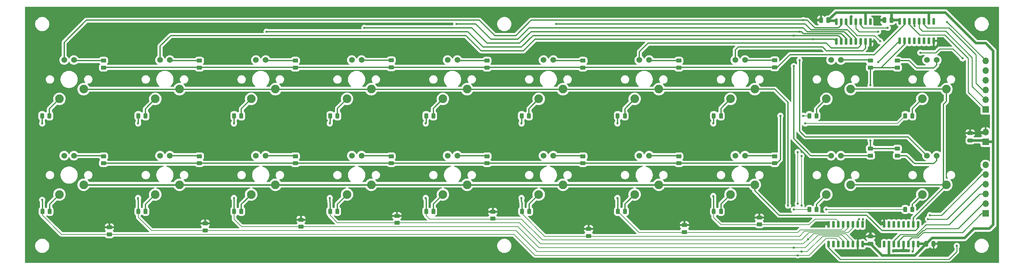
<source format=gtl>
G04 #@! TF.GenerationSoftware,KiCad,Pcbnew,8.0.4*
G04 #@! TF.CreationDate,2024-09-21T00:31:15+02:00*
G04 #@! TF.ProjectId,Keys_Flash,4b657973-5f46-46c6-9173-682e6b696361,rev?*
G04 #@! TF.SameCoordinates,Original*
G04 #@! TF.FileFunction,Copper,L1,Top*
G04 #@! TF.FilePolarity,Positive*
%FSLAX46Y46*%
G04 Gerber Fmt 4.6, Leading zero omitted, Abs format (unit mm)*
G04 Created by KiCad (PCBNEW 8.0.4) date 2024-09-21 00:31:15*
%MOMM*%
%LPD*%
G01*
G04 APERTURE LIST*
G04 Aperture macros list*
%AMRoundRect*
0 Rectangle with rounded corners*
0 $1 Rounding radius*
0 $2 $3 $4 $5 $6 $7 $8 $9 X,Y pos of 4 corners*
0 Add a 4 corners polygon primitive as box body*
4,1,4,$2,$3,$4,$5,$6,$7,$8,$9,$2,$3,0*
0 Add four circle primitives for the rounded corners*
1,1,$1+$1,$2,$3*
1,1,$1+$1,$4,$5*
1,1,$1+$1,$6,$7*
1,1,$1+$1,$8,$9*
0 Add four rect primitives between the rounded corners*
20,1,$1+$1,$2,$3,$4,$5,0*
20,1,$1+$1,$4,$5,$6,$7,0*
20,1,$1+$1,$6,$7,$8,$9,0*
20,1,$1+$1,$8,$9,$2,$3,0*%
G04 Aperture macros list end*
G04 #@! TA.AperFunction,SMDPad,CuDef*
%ADD10RoundRect,0.243750X-0.243750X-0.456250X0.243750X-0.456250X0.243750X0.456250X-0.243750X0.456250X0*%
G04 #@! TD*
G04 #@! TA.AperFunction,SMDPad,CuDef*
%ADD11RoundRect,0.250000X0.450000X-0.262500X0.450000X0.262500X-0.450000X0.262500X-0.450000X-0.262500X0*%
G04 #@! TD*
G04 #@! TA.AperFunction,ComponentPad*
%ADD12C,2.250000*%
G04 #@! TD*
G04 #@! TA.AperFunction,ComponentPad*
%ADD13C,1.508000*%
G04 #@! TD*
G04 #@! TA.AperFunction,ComponentPad*
%ADD14R,1.700000X1.700000*%
G04 #@! TD*
G04 #@! TA.AperFunction,ComponentPad*
%ADD15O,1.700000X1.700000*%
G04 #@! TD*
G04 #@! TA.AperFunction,SMDPad,CuDef*
%ADD16RoundRect,0.250000X-0.450000X0.262500X-0.450000X-0.262500X0.450000X-0.262500X0.450000X0.262500X0*%
G04 #@! TD*
G04 #@! TA.AperFunction,SMDPad,CuDef*
%ADD17RoundRect,0.250000X0.475000X-0.250000X0.475000X0.250000X-0.475000X0.250000X-0.475000X-0.250000X0*%
G04 #@! TD*
G04 #@! TA.AperFunction,SMDPad,CuDef*
%ADD18RoundRect,0.150000X-0.150000X0.725000X-0.150000X-0.725000X0.150000X-0.725000X0.150000X0.725000X0*%
G04 #@! TD*
G04 #@! TA.AperFunction,SMDPad,CuDef*
%ADD19RoundRect,0.250000X0.250000X0.475000X-0.250000X0.475000X-0.250000X-0.475000X0.250000X-0.475000X0*%
G04 #@! TD*
G04 #@! TA.AperFunction,SMDPad,CuDef*
%ADD20RoundRect,0.150000X0.150000X-0.725000X0.150000X0.725000X-0.150000X0.725000X-0.150000X-0.725000X0*%
G04 #@! TD*
G04 #@! TA.AperFunction,SMDPad,CuDef*
%ADD21RoundRect,0.250000X-0.250000X-0.475000X0.250000X-0.475000X0.250000X0.475000X-0.250000X0.475000X0*%
G04 #@! TD*
G04 #@! TA.AperFunction,ViaPad*
%ADD22C,0.600000*%
G04 #@! TD*
G04 #@! TA.AperFunction,Conductor*
%ADD23C,0.635000*%
G04 #@! TD*
G04 #@! TA.AperFunction,Conductor*
%ADD24C,0.254000*%
G04 #@! TD*
G04 #@! TA.AperFunction,Conductor*
%ADD25C,0.300000*%
G04 #@! TD*
G04 #@! TA.AperFunction,Conductor*
%ADD26C,0.508000*%
G04 #@! TD*
G04 #@! TA.AperFunction,Conductor*
%ADD27C,0.200000*%
G04 #@! TD*
G04 #@! TA.AperFunction,Conductor*
%ADD28C,0.400000*%
G04 #@! TD*
G04 APERTURE END LIST*
D10*
X100062500Y-136000000D03*
X101937500Y-136000000D03*
D11*
X241000000Y-121412500D03*
X241000000Y-119587500D03*
D12*
X54490000Y-106580000D03*
X60810000Y-104040000D03*
D13*
X55730000Y-96420000D03*
X58270000Y-96420000D03*
D12*
X229490000Y-131580000D03*
X235810000Y-129040000D03*
D13*
X230730000Y-121420000D03*
X233270000Y-121420000D03*
D10*
X125125000Y-136000000D03*
X127000000Y-136000000D03*
D14*
X271000000Y-109350000D03*
D15*
X271000000Y-106810000D03*
X271000000Y-104270000D03*
X271000000Y-101730000D03*
X271000000Y-99190000D03*
X271000000Y-96650000D03*
D16*
X92500000Y-138175000D03*
X92500000Y-140000000D03*
X191000000Y-96587500D03*
X191000000Y-98412500D03*
D17*
X267000000Y-117450000D03*
X267000000Y-115550000D03*
D12*
X79490000Y-131580000D03*
X85810000Y-129040000D03*
D13*
X80730000Y-121420000D03*
X83270000Y-121420000D03*
D16*
X41000000Y-96587500D03*
X41000000Y-98412500D03*
D12*
X179490000Y-106580000D03*
X185810000Y-104040000D03*
D13*
X180730000Y-96420000D03*
X183270000Y-96420000D03*
D12*
X204490000Y-131580000D03*
X210810000Y-129040000D03*
D13*
X205730000Y-121420000D03*
X208270000Y-121420000D03*
D10*
X50062500Y-136000000D03*
X51937500Y-136000000D03*
D16*
X216000000Y-96500000D03*
X216000000Y-98325000D03*
D14*
X271000000Y-117775000D03*
D15*
X271000000Y-115235000D03*
D16*
X116000000Y-121587500D03*
X116000000Y-123412500D03*
D18*
X238945000Y-139425000D03*
X237675000Y-139425000D03*
X236405000Y-139425000D03*
X235135000Y-139425000D03*
X233865000Y-139425000D03*
X232595000Y-139425000D03*
X231325000Y-139425000D03*
X230055000Y-139425000D03*
X230055000Y-144575000D03*
X231325000Y-144575000D03*
X232595000Y-144575000D03*
X233865000Y-144575000D03*
X235135000Y-144575000D03*
X236405000Y-144575000D03*
X237675000Y-144575000D03*
X238945000Y-144575000D03*
D10*
X50062500Y-111000000D03*
X51937500Y-111000000D03*
D16*
X42500000Y-140175000D03*
X42500000Y-142000000D03*
D10*
X175062500Y-111000000D03*
X176937500Y-111000000D03*
D12*
X104490000Y-106580000D03*
X110810000Y-104040000D03*
D13*
X105730000Y-96420000D03*
X108270000Y-96420000D03*
D10*
X200125000Y-136000000D03*
X202000000Y-136000000D03*
D12*
X154490000Y-106580000D03*
X160810000Y-104040000D03*
D13*
X155730000Y-96420000D03*
X158270000Y-96420000D03*
D12*
X204490000Y-106580000D03*
X210810000Y-104040000D03*
D13*
X205730000Y-96420000D03*
X208270000Y-96420000D03*
D16*
X241000000Y-96587500D03*
X241000000Y-98412500D03*
D19*
X246500000Y-86000000D03*
X244600000Y-86000000D03*
D12*
X54490000Y-131580000D03*
X60810000Y-129040000D03*
D13*
X55730000Y-121420000D03*
X58270000Y-121420000D03*
D12*
X229490000Y-106580000D03*
X235810000Y-104040000D03*
D13*
X230730000Y-96420000D03*
X233270000Y-96420000D03*
D16*
X141000000Y-121587500D03*
X141000000Y-123412500D03*
X212000000Y-137587500D03*
X212000000Y-139412500D03*
D10*
X250062500Y-111000000D03*
X251937500Y-111000000D03*
D20*
X248609999Y-91425000D03*
X249879999Y-91425000D03*
X251149999Y-91425000D03*
X252419999Y-91425000D03*
X253689999Y-91425000D03*
X254959999Y-91425000D03*
X256229999Y-91425000D03*
X257499999Y-91425000D03*
X257499999Y-86275000D03*
X256229999Y-86275000D03*
X254959999Y-86275000D03*
X253689999Y-86275000D03*
X252419999Y-86275000D03*
X251149999Y-86275000D03*
X249879999Y-86275000D03*
X248609999Y-86275000D03*
D12*
X129490000Y-106580000D03*
X135810000Y-104040000D03*
D13*
X130730000Y-96420000D03*
X133270000Y-96420000D03*
D10*
X25062500Y-136000000D03*
X26937500Y-136000000D03*
D16*
X141000000Y-96587500D03*
X141000000Y-98412500D03*
X67500000Y-139175000D03*
X67500000Y-141000000D03*
X191000000Y-121587500D03*
X191000000Y-123412500D03*
X66000000Y-121587500D03*
X66000000Y-123412500D03*
D12*
X179490000Y-131580000D03*
X185810000Y-129040000D03*
D13*
X180730000Y-121420000D03*
X183270000Y-121420000D03*
D12*
X154490000Y-131580000D03*
X160810000Y-129040000D03*
D13*
X155730000Y-121420000D03*
X158270000Y-121420000D03*
D10*
X225062500Y-111000000D03*
X226937500Y-111000000D03*
X100125000Y-111000000D03*
X102000000Y-111000000D03*
D18*
X253445000Y-139425000D03*
X252175000Y-139425000D03*
X250905000Y-139425000D03*
X249635000Y-139425000D03*
X248365000Y-139425000D03*
X247095000Y-139425000D03*
X245825000Y-139425000D03*
X244555000Y-139425000D03*
X244555000Y-144575000D03*
X245825000Y-144575000D03*
X247095000Y-144575000D03*
X248365000Y-144575000D03*
X249635000Y-144575000D03*
X250905000Y-144575000D03*
X252175000Y-144575000D03*
X253445000Y-144575000D03*
D16*
X167500000Y-140587500D03*
X167500000Y-142412500D03*
D12*
X104490000Y-131580000D03*
X110810000Y-129040000D03*
D13*
X105730000Y-121420000D03*
X108270000Y-121420000D03*
D16*
X117500000Y-137175000D03*
X117500000Y-139000000D03*
X192500000Y-139587500D03*
X192500000Y-141412500D03*
D10*
X75062500Y-136000000D03*
X76937500Y-136000000D03*
D12*
X129490000Y-131580000D03*
X135810000Y-129040000D03*
D13*
X130730000Y-121420000D03*
X133270000Y-121420000D03*
D21*
X255550000Y-144500000D03*
X257450000Y-144500000D03*
D12*
X29490000Y-106580000D03*
X35810000Y-104040000D03*
D13*
X30730000Y-96420000D03*
X33270000Y-96420000D03*
D16*
X91000000Y-121587500D03*
X91000000Y-123412500D03*
D12*
X29490000Y-131580000D03*
X35810000Y-129040000D03*
D13*
X30730000Y-121420000D03*
X33270000Y-121420000D03*
D16*
X142500000Y-136087500D03*
X142500000Y-137912500D03*
D20*
X232055000Y-91575000D03*
X233325000Y-91575000D03*
X234595000Y-91575000D03*
X235865000Y-91575000D03*
X237135000Y-91575000D03*
X238405000Y-91575000D03*
X239675000Y-91575000D03*
X240945000Y-91575000D03*
X240945000Y-86425000D03*
X239675000Y-86425000D03*
X238405000Y-86425000D03*
X237135000Y-86425000D03*
X235865000Y-86425000D03*
X234595000Y-86425000D03*
X233325000Y-86425000D03*
X232055000Y-86425000D03*
D10*
X150125000Y-136000000D03*
X152000000Y-136000000D03*
D16*
X166000000Y-121587500D03*
X166000000Y-123412500D03*
X216000000Y-121587500D03*
X216000000Y-123412500D03*
X166000000Y-96587500D03*
X166000000Y-98412500D03*
D10*
X250062500Y-135500000D03*
X251937500Y-135500000D03*
D16*
X91000000Y-96587500D03*
X91000000Y-98412500D03*
D12*
X254490000Y-106580000D03*
X260810000Y-104040000D03*
D13*
X255730000Y-96420000D03*
X258270000Y-96420000D03*
D10*
X25000000Y-111000000D03*
X26875000Y-111000000D03*
D14*
X271000000Y-136540000D03*
D15*
X271000000Y-134000000D03*
X271000000Y-131460000D03*
X271000000Y-128920000D03*
X271000000Y-126380000D03*
X271000000Y-123840000D03*
D10*
X150062500Y-111000000D03*
X151937500Y-111000000D03*
D12*
X254490000Y-131580000D03*
X260810000Y-129040000D03*
D13*
X255730000Y-121420000D03*
X258270000Y-121420000D03*
D16*
X41000000Y-121587500D03*
X41000000Y-123412500D03*
X116000000Y-96500000D03*
X116000000Y-98325000D03*
X66000000Y-96587500D03*
X66000000Y-98412500D03*
D19*
X230000000Y-86000000D03*
X228100000Y-86000000D03*
D10*
X225062500Y-135500000D03*
X226937500Y-135500000D03*
D12*
X79490000Y-106580000D03*
X85810000Y-104040000D03*
D13*
X80730000Y-96420000D03*
X83270000Y-96420000D03*
D10*
X75062500Y-111000000D03*
X76937500Y-111000000D03*
X175125000Y-136000000D03*
X177000000Y-136000000D03*
D11*
X248000000Y-121412500D03*
X248000000Y-119587500D03*
D10*
X125125000Y-111000000D03*
X127000000Y-111000000D03*
D17*
X241000000Y-144450000D03*
X241000000Y-142550000D03*
D10*
X200125000Y-111000000D03*
X202000000Y-111000000D03*
D16*
X248000000Y-96587500D03*
X248000000Y-98412500D03*
D22*
X216500000Y-129000000D03*
X217000000Y-102000000D03*
X194000000Y-101500000D03*
X169000000Y-102000000D03*
X144000000Y-102000000D03*
X120000000Y-102000000D03*
X94000000Y-101500000D03*
X69500000Y-101500000D03*
X45000000Y-101500000D03*
X167500000Y-138500000D03*
X65500000Y-84000000D03*
X244500000Y-90500000D03*
X240000000Y-147000000D03*
X44000000Y-90500000D03*
X235500000Y-147000000D03*
X244500000Y-118000000D03*
X78000000Y-147000000D03*
X252500000Y-121000000D03*
X91500000Y-113000000D03*
X236000000Y-85000000D03*
X21500000Y-100000000D03*
X134500000Y-92500000D03*
X110000000Y-92500000D03*
X250500000Y-106000000D03*
X210500000Y-148500000D03*
X237500000Y-99000000D03*
X40000000Y-114000000D03*
X238000000Y-119000000D03*
X94500000Y-126500000D03*
X66500000Y-113500000D03*
X201000000Y-94000000D03*
X265000000Y-147500000D03*
X38000000Y-146500000D03*
X142000000Y-112500000D03*
X258000000Y-106000000D03*
X257500000Y-116000000D03*
X209000000Y-84000000D03*
X102000000Y-92500000D03*
X241000000Y-93000000D03*
X119500000Y-126500000D03*
X126500000Y-84000000D03*
X169500000Y-126500000D03*
X32000000Y-86500000D03*
X212000000Y-135500000D03*
X243500000Y-86000000D03*
X226500000Y-115000000D03*
X194000000Y-126500000D03*
X67500000Y-137500000D03*
X226500000Y-86000000D03*
X226000000Y-130500000D03*
X211000000Y-112000000D03*
X241000000Y-141500000D03*
X238500000Y-114500000D03*
X273000000Y-90500000D03*
X76500000Y-92500000D03*
X146500000Y-96000000D03*
X267000000Y-113500000D03*
X166500000Y-112500000D03*
X243500000Y-139000000D03*
X265500000Y-84500000D03*
X193500000Y-112500000D03*
X226500000Y-99000000D03*
X177000000Y-93500000D03*
X22000000Y-132000000D03*
X247000000Y-146500000D03*
X88000000Y-92500000D03*
X192500000Y-137500000D03*
X228500000Y-139000000D03*
X227000000Y-119000000D03*
X117500000Y-135500000D03*
X131000000Y-147000000D03*
X68500000Y-126000000D03*
X273000000Y-142000000D03*
X267500000Y-122500000D03*
X159500000Y-84000000D03*
X169500000Y-148500000D03*
X42500000Y-138500000D03*
X245500000Y-133000000D03*
X252500000Y-87500000D03*
X255500000Y-147000000D03*
X243500000Y-142500000D03*
X238000000Y-143000000D03*
X142500000Y-134000000D03*
X233500000Y-107000000D03*
X127500000Y-92500000D03*
X242500000Y-92500000D03*
X245000000Y-101000000D03*
X92500000Y-136500000D03*
X257500000Y-146500000D03*
X227000000Y-139500000D03*
X264500000Y-115500000D03*
X249500000Y-146000000D03*
X242500000Y-85500000D03*
X116500000Y-112500000D03*
X261000000Y-144500000D03*
X163000000Y-93500000D03*
X260000000Y-91500000D03*
X102500000Y-87500000D03*
X191000000Y-94000000D03*
X61500000Y-92500000D03*
X212000000Y-95000000D03*
X242500000Y-87000000D03*
X144000000Y-126000000D03*
X261000000Y-146500000D03*
X223500000Y-111000000D03*
X222000000Y-134000000D03*
X222000000Y-120500000D03*
X222000000Y-147500000D03*
X25000000Y-113000000D03*
X25000000Y-133000000D03*
X223000000Y-146500000D03*
X223000000Y-134500000D03*
X50000000Y-132500000D03*
X50000000Y-113000000D03*
X224000000Y-113000000D03*
X223000000Y-121500000D03*
X221000000Y-135500000D03*
X75000000Y-113000000D03*
X221000000Y-145500000D03*
X75000000Y-132500000D03*
X229500000Y-135500000D03*
X100000000Y-132500000D03*
X224750000Y-143250000D03*
X100000000Y-113000000D03*
X125000000Y-132500000D03*
X125000000Y-113000000D03*
X150000000Y-113000000D03*
X150000000Y-132500000D03*
X175000000Y-113000000D03*
X175000000Y-132500000D03*
X200000000Y-132000000D03*
X200000000Y-113000000D03*
X263500000Y-145000000D03*
X239000000Y-138000000D03*
X256000000Y-138000000D03*
X238000000Y-138000000D03*
X256500000Y-137000000D03*
X265000000Y-96000000D03*
X254000000Y-94500000D03*
X243500000Y-91500000D03*
X243000000Y-89000000D03*
X261000000Y-86500000D03*
X245500000Y-88000000D03*
X243000000Y-97000000D03*
X217500000Y-111000000D03*
X241000000Y-103000000D03*
X241000000Y-117500000D03*
X219500000Y-134500000D03*
X252000000Y-146500000D03*
X223500000Y-86000000D03*
X226000000Y-91000000D03*
X221000000Y-90000000D03*
X83500000Y-89000000D03*
X221000000Y-98000000D03*
X222500000Y-89000000D03*
X222500000Y-96500000D03*
X109000000Y-88000000D03*
X133000000Y-87000000D03*
X159000000Y-87000000D03*
D23*
X246000000Y-147500000D02*
X252550000Y-147500000D01*
X239675000Y-86425000D02*
X239675000Y-84175000D01*
X245825000Y-147325000D02*
X246000000Y-147500000D01*
X240875000Y-144575000D02*
X241000000Y-144450000D01*
X265560000Y-142940000D02*
X268000000Y-140500000D01*
X238945000Y-144575000D02*
X240875000Y-144575000D01*
X268500000Y-92000000D02*
X260500000Y-84000000D01*
X241000000Y-144450000D02*
X244050000Y-147500000D01*
X273000000Y-117500000D02*
X273000000Y-94000000D01*
X257110000Y-142940000D02*
X265560000Y-142940000D01*
X244050000Y-147500000D02*
X246000000Y-147500000D01*
X232000000Y-84000000D02*
X230000000Y-86000000D01*
X246500000Y-84000000D02*
X245500000Y-84000000D01*
X272000000Y-140500000D02*
X273000000Y-139500000D01*
X272725000Y-117775000D02*
X273000000Y-117500000D01*
X255550000Y-144500000D02*
X257110000Y-142940000D01*
X246500000Y-86000000D02*
X248334999Y-86000000D01*
X268000000Y-140500000D02*
X272000000Y-140500000D01*
X256229999Y-84000000D02*
X245500000Y-84000000D01*
X260500000Y-84000000D02*
X256229999Y-84000000D01*
X229945000Y-86125000D02*
X231755000Y-86125000D01*
X267000000Y-117450000D02*
X270675000Y-117450000D01*
X248334999Y-86000000D02*
X248609999Y-86275000D01*
X273000000Y-94000000D02*
X271000000Y-92000000D01*
X239675000Y-84175000D02*
X239500000Y-84000000D01*
X239500000Y-84000000D02*
X232000000Y-84000000D01*
X273000000Y-139500000D02*
X273000000Y-117500000D01*
X256229999Y-86275000D02*
X256229999Y-84000000D01*
X245500000Y-84000000D02*
X239500000Y-84000000D01*
X270675000Y-117450000D02*
X271000000Y-117775000D01*
X246500000Y-86000000D02*
X246500000Y-84000000D01*
X245825000Y-144575000D02*
X245825000Y-147325000D01*
X252550000Y-147500000D02*
X255550000Y-144500000D01*
X231755000Y-86125000D02*
X232055000Y-86425000D01*
X255550000Y-144500000D02*
X253520000Y-144500000D01*
X271000000Y-92000000D02*
X268500000Y-92000000D01*
X271000000Y-117775000D02*
X272725000Y-117775000D01*
X236000000Y-85000000D02*
X235865000Y-85135000D01*
D24*
X252419999Y-87419999D02*
X252500000Y-87500000D01*
D23*
X270685000Y-115550000D02*
X271000000Y-115235000D01*
X240945000Y-92945000D02*
X241000000Y-93000000D01*
X240945000Y-91575000D02*
X240945000Y-92945000D01*
X244555000Y-139425000D02*
X244130000Y-139000000D01*
D25*
X192500000Y-139587500D02*
X192500000Y-137500000D01*
D23*
X228100000Y-86000000D02*
X226500000Y-86000000D01*
D24*
X252419999Y-86275000D02*
X252419999Y-87419999D01*
D23*
X235865000Y-86425000D02*
X235865000Y-85135000D01*
X244600000Y-86000000D02*
X243500000Y-86000000D01*
D25*
X92500000Y-138175000D02*
X92500000Y-136500000D01*
X142500000Y-134000000D02*
X142500000Y-136087500D01*
X67500000Y-139175000D02*
X67500000Y-137500000D01*
D23*
X241000000Y-142550000D02*
X241000000Y-141500000D01*
D26*
X237675000Y-144575000D02*
X237675000Y-143325000D01*
D25*
X117500000Y-137175000D02*
X117500000Y-135500000D01*
X42500000Y-140175000D02*
X42500000Y-138500000D01*
X212000000Y-137587500D02*
X212000000Y-135500000D01*
D23*
X244130000Y-139000000D02*
X243500000Y-139000000D01*
D24*
X249635000Y-145865000D02*
X249500000Y-146000000D01*
D26*
X237675000Y-143325000D02*
X238000000Y-143000000D01*
D23*
X229630000Y-139000000D02*
X230055000Y-139425000D01*
X267000000Y-115550000D02*
X270685000Y-115550000D01*
X228500000Y-139000000D02*
X229630000Y-139000000D01*
D25*
X167500000Y-140587500D02*
X167500000Y-138500000D01*
D24*
X249635000Y-144575000D02*
X249635000Y-145865000D01*
D25*
X29490000Y-106580000D02*
X26875000Y-109195000D01*
X26875000Y-109195000D02*
X26875000Y-111000000D01*
D27*
X229500000Y-143000000D02*
X231894999Y-143000000D01*
X222000000Y-147500000D02*
X153500000Y-147500000D01*
D25*
X25000000Y-133000000D02*
X25062500Y-133062500D01*
D27*
X30000000Y-142000000D02*
X25062500Y-137062500D01*
X225062500Y-111000000D02*
X223500000Y-111000000D01*
X153500000Y-147500000D02*
X148000000Y-142000000D01*
X225000000Y-147500000D02*
X229500000Y-143000000D01*
X222000000Y-134000000D02*
X222000000Y-120500000D01*
X148000000Y-142000000D02*
X30000000Y-142000000D01*
X231894999Y-143000000D02*
X232595000Y-143700001D01*
X232595000Y-143700001D02*
X232595000Y-144575000D01*
D25*
X25000000Y-111000000D02*
X25000000Y-113000000D01*
D27*
X25062500Y-137062500D02*
X25062500Y-136000000D01*
D25*
X25062500Y-133062500D02*
X25062500Y-136000000D01*
D27*
X222000000Y-147500000D02*
X225000000Y-147500000D01*
X154000000Y-146500000D02*
X148500000Y-141000000D01*
X228500000Y-142500000D02*
X224500000Y-146500000D01*
X224500000Y-146500000D02*
X223000000Y-146500000D01*
X232664999Y-142500000D02*
X228500000Y-142500000D01*
X50062500Y-137562500D02*
X50062500Y-136000000D01*
X223000000Y-146500000D02*
X154000000Y-146500000D01*
X223000000Y-134500000D02*
X223000000Y-121500000D01*
D25*
X50062500Y-112937500D02*
X50000000Y-113000000D01*
D27*
X250062500Y-111000000D02*
X248062500Y-113000000D01*
X148500000Y-141000000D02*
X53500000Y-141000000D01*
X233865000Y-143700001D02*
X232664999Y-142500000D01*
X233865000Y-144575000D02*
X233865000Y-143700001D01*
D25*
X50062500Y-111000000D02*
X50062500Y-112937500D01*
X50000000Y-133000000D02*
X50062500Y-133062500D01*
X50062500Y-133062500D02*
X50062500Y-136000000D01*
D27*
X53500000Y-141000000D02*
X50062500Y-137562500D01*
X248062500Y-113000000D02*
X224000000Y-113000000D01*
D25*
X50000000Y-132500000D02*
X50000000Y-133000000D01*
D27*
X149000000Y-140000000D02*
X77000000Y-140000000D01*
X233607999Y-142173000D02*
X227327000Y-142173000D01*
X235135000Y-144575000D02*
X235135000Y-143700001D01*
X224000000Y-145500000D02*
X221000000Y-145500000D01*
X225062500Y-135500000D02*
X221000000Y-135500000D01*
X221000000Y-145500000D02*
X154500000Y-145500000D01*
D25*
X75062500Y-132562500D02*
X75062500Y-136000000D01*
D27*
X235135000Y-143700001D02*
X233607999Y-142173000D01*
D25*
X75000000Y-132500000D02*
X75062500Y-132562500D01*
D27*
X154500000Y-145500000D02*
X149000000Y-140000000D01*
X77000000Y-140000000D02*
X75062500Y-138062500D01*
X227327000Y-142173000D02*
X224000000Y-145500000D01*
X75062500Y-138062500D02*
X75062500Y-136000000D01*
D25*
X75062500Y-111000000D02*
X75062500Y-112937500D01*
X75062500Y-112937500D02*
X75000000Y-113000000D01*
D27*
X155000000Y-144500000D02*
X149500000Y-139000000D01*
D25*
X100125000Y-112875000D02*
X100000000Y-113000000D01*
D27*
X250062500Y-135500000D02*
X229500000Y-135500000D01*
X236405000Y-144575000D02*
X236405000Y-143700001D01*
X234550999Y-141846000D02*
X226154000Y-141846000D01*
D25*
X100000000Y-133500000D02*
X100062500Y-133562500D01*
D27*
X102000000Y-139000000D02*
X100062500Y-137062500D01*
X236405000Y-143700001D02*
X234550999Y-141846000D01*
D25*
X100062500Y-133562500D02*
X100062500Y-136000000D01*
D27*
X226154000Y-141846000D02*
X224750000Y-143250000D01*
D25*
X100000000Y-132500000D02*
X100000000Y-133500000D01*
D27*
X100062500Y-137062500D02*
X100062500Y-136000000D01*
X223500000Y-144500000D02*
X155000000Y-144500000D01*
X149500000Y-139000000D02*
X102000000Y-139000000D01*
D25*
X100125000Y-111000000D02*
X100125000Y-112875000D01*
D27*
X224750000Y-143250000D02*
X223500000Y-144500000D01*
X225000000Y-141500000D02*
X223000000Y-143500000D01*
X125125000Y-137125000D02*
X125125000Y-136000000D01*
X150000000Y-138000000D02*
X126000000Y-138000000D01*
D25*
X125125000Y-111000000D02*
X125125000Y-112875000D01*
D27*
X236405000Y-140299999D02*
X235204999Y-141500000D01*
D25*
X125125000Y-112875000D02*
X125000000Y-113000000D01*
X125125000Y-132625000D02*
X125125000Y-136000000D01*
D27*
X223000000Y-143500000D02*
X155500000Y-143500000D01*
X236405000Y-139425000D02*
X236405000Y-140299999D01*
X235204999Y-141500000D02*
X225000000Y-141500000D01*
X126000000Y-138000000D02*
X125125000Y-137125000D01*
D25*
X125000000Y-132500000D02*
X125125000Y-132625000D01*
D27*
X155500000Y-143500000D02*
X150000000Y-138000000D01*
X235135000Y-139425000D02*
X235135000Y-140299999D01*
X223827000Y-141173000D02*
X222500000Y-142500000D01*
D25*
X150062500Y-112937500D02*
X150000000Y-113000000D01*
D27*
X222500000Y-142500000D02*
X156000000Y-142500000D01*
X234261999Y-141173000D02*
X223827000Y-141173000D01*
X156000000Y-142500000D02*
X150125000Y-136625000D01*
D25*
X150000000Y-133500000D02*
X150125000Y-133625000D01*
D27*
X235135000Y-140299999D02*
X234261999Y-141173000D01*
D25*
X150062500Y-111000000D02*
X150062500Y-112937500D01*
X150000000Y-132500000D02*
X150000000Y-133500000D01*
D27*
X150125000Y-136625000D02*
X150125000Y-136000000D01*
D25*
X150125000Y-133625000D02*
X150125000Y-136000000D01*
D27*
X180625000Y-141500000D02*
X175125000Y-136000000D01*
D25*
X175125000Y-132625000D02*
X175125000Y-136000000D01*
D27*
X233865000Y-139425000D02*
X233865000Y-140299999D01*
D25*
X175062500Y-112937500D02*
X175000000Y-113000000D01*
D27*
X233865000Y-140299999D02*
X233318999Y-140846000D01*
D25*
X175000000Y-132500000D02*
X175125000Y-132625000D01*
D27*
X233318999Y-140846000D02*
X222654000Y-140846000D01*
X222000000Y-141500000D02*
X180625000Y-141500000D01*
D25*
X175062500Y-111000000D02*
X175062500Y-112937500D01*
D27*
X222654000Y-140846000D02*
X222000000Y-141500000D01*
X202000000Y-139500000D02*
X200125000Y-137625000D01*
X232044999Y-138000000D02*
X226500000Y-138000000D01*
D25*
X200000000Y-132000000D02*
X200125000Y-132125000D01*
X200125000Y-132125000D02*
X200125000Y-136000000D01*
X200125000Y-111000000D02*
X200125000Y-112875000D01*
D27*
X200125000Y-137625000D02*
X200125000Y-136000000D01*
X225000000Y-139500000D02*
X202000000Y-139500000D01*
X226500000Y-138000000D02*
X225000000Y-139500000D01*
X232595000Y-139425000D02*
X232595000Y-138550001D01*
D25*
X200125000Y-112875000D02*
X200000000Y-113000000D01*
D27*
X232595000Y-138550001D02*
X232044999Y-138000000D01*
D24*
X249611001Y-142454000D02*
X253188052Y-142454000D01*
X253188052Y-142454000D02*
X254642052Y-141000000D01*
X248365000Y-143700001D02*
X249611001Y-142454000D01*
X270330000Y-134000000D02*
X271000000Y-134000000D01*
X248365000Y-144575000D02*
X248365000Y-143700001D01*
X255500000Y-140500000D02*
X263830000Y-140500000D01*
X263830000Y-140500000D02*
X270330000Y-134000000D01*
X254642052Y-141000000D02*
X255000000Y-141000000D01*
X255000000Y-141000000D02*
X255500000Y-140500000D01*
X233105001Y-148500000D02*
X230055000Y-145449999D01*
X261500000Y-148500000D02*
X233105001Y-148500000D01*
X263500000Y-145000000D02*
X263500000Y-146500000D01*
X230055000Y-145449999D02*
X230055000Y-144575000D01*
X263500000Y-146500000D02*
X261500000Y-148500000D01*
X251697001Y-142908000D02*
X253376104Y-142908000D01*
X269960000Y-136540000D02*
X271000000Y-136540000D01*
X250905000Y-143700001D02*
X251697001Y-142908000D01*
X265000000Y-141500000D02*
X269960000Y-136540000D01*
X254784104Y-141500000D02*
X265000000Y-141500000D01*
X253376104Y-142908000D02*
X254784104Y-141500000D01*
X250905000Y-144575000D02*
X250905000Y-143700001D01*
X247095000Y-144575000D02*
X247095000Y-143700001D01*
X253000000Y-142000000D02*
X255500000Y-139500000D01*
X247095000Y-143700001D02*
X248795001Y-142000000D01*
X261500000Y-139500000D02*
X269540000Y-131460000D01*
X255500000Y-139500000D02*
X261500000Y-139500000D01*
X269540000Y-131460000D02*
X271000000Y-131460000D01*
X248795001Y-142000000D02*
X253000000Y-142000000D01*
X238945000Y-139425000D02*
X238945000Y-138055000D01*
X270080000Y-128920000D02*
X271000000Y-128920000D01*
X238945000Y-138055000D02*
X239000000Y-138000000D01*
X256000000Y-138000000D02*
X261000000Y-138000000D01*
X261000000Y-138000000D02*
X270080000Y-128920000D01*
X256500000Y-137000000D02*
X259500000Y-137000000D01*
X237675000Y-138325000D02*
X238000000Y-138000000D01*
X270120000Y-126380000D02*
X271000000Y-126380000D01*
X259500000Y-137000000D02*
X270120000Y-126380000D01*
X237675000Y-139425000D02*
X237675000Y-138325000D01*
X251149999Y-86275000D02*
X251149999Y-87149999D01*
X266500000Y-104850000D02*
X271000000Y-109350000D01*
X266500000Y-96000000D02*
X266500000Y-104850000D01*
X253850000Y-89850000D02*
X260350000Y-89850000D01*
X251149999Y-87149999D02*
X253850000Y-89850000D01*
X260350000Y-89850000D02*
X266500000Y-96000000D01*
X271000000Y-104270000D02*
X270270000Y-104270000D01*
X268500000Y-102500000D02*
X268500000Y-95000000D01*
X270270000Y-104270000D02*
X268500000Y-102500000D01*
X255810000Y-88000000D02*
X254959999Y-87149999D01*
X254959999Y-87149999D02*
X254959999Y-86275000D01*
X261500000Y-88000000D02*
X255810000Y-88000000D01*
X268500000Y-95000000D02*
X261500000Y-88000000D01*
X237500000Y-90000000D02*
X234595000Y-87095000D01*
X259000000Y-93500000D02*
X262500000Y-93500000D01*
X262500000Y-93500000D02*
X265000000Y-96000000D01*
X243500000Y-91500000D02*
X242000000Y-90000000D01*
X254000000Y-94500000D02*
X258000000Y-94500000D01*
X258000000Y-94500000D02*
X259000000Y-93500000D01*
X234595000Y-87095000D02*
X234595000Y-86425000D01*
X242000000Y-90000000D02*
X237500000Y-90000000D01*
X243000000Y-89000000D02*
X238000000Y-89000000D01*
X238000000Y-89000000D02*
X237135000Y-88135000D01*
X237135000Y-88135000D02*
X237135000Y-86425000D01*
X239105001Y-88000000D02*
X238405000Y-87299999D01*
X261000000Y-86500000D02*
X271000000Y-96500000D01*
X271000000Y-96500000D02*
X271000000Y-96650000D01*
X238405000Y-87299999D02*
X238405000Y-86425000D01*
X245500000Y-88000000D02*
X239105001Y-88000000D01*
X260600000Y-88850000D02*
X254554999Y-88850000D01*
X271000000Y-106810000D02*
X267500000Y-103310000D01*
X254554999Y-88850000D02*
X253689999Y-87985000D01*
X253689999Y-87985000D02*
X253689999Y-86275000D01*
X267500000Y-95750000D02*
X260600000Y-88850000D01*
X267500000Y-103310000D02*
X267500000Y-95750000D01*
D25*
X41000000Y-96587500D02*
X33437500Y-96587500D01*
X33437500Y-96587500D02*
X33270000Y-96420000D01*
X249879999Y-87120001D02*
X242000000Y-95000000D01*
X216000000Y-98325000D02*
X41087500Y-98325000D01*
X216675000Y-98325000D02*
X216000000Y-98325000D01*
X220000000Y-95000000D02*
X216675000Y-98325000D01*
X242000000Y-95000000D02*
X220000000Y-95000000D01*
X249879999Y-86275000D02*
X249879999Y-87120001D01*
X41087500Y-98325000D02*
X41000000Y-98412500D01*
X216587500Y-123412500D02*
X216000000Y-123412500D01*
X217500000Y-111000000D02*
X217500000Y-122500000D01*
X217500000Y-122500000D02*
X216587500Y-123412500D01*
X41000000Y-123412500D02*
X216000000Y-123412500D01*
X243034999Y-97000000D02*
X243000000Y-97000000D01*
X248609999Y-91425000D02*
X243034999Y-97000000D01*
X241000000Y-98412500D02*
X248000000Y-98412500D01*
X241000000Y-119587500D02*
X248000000Y-119587500D01*
X249879999Y-91425000D02*
X249879999Y-92299999D01*
X249879999Y-92299999D02*
X243767498Y-98412500D01*
X243767498Y-98412500D02*
X241000000Y-98412500D01*
X241000000Y-98412500D02*
X241000000Y-103000000D01*
X241000000Y-117500000D02*
X241000000Y-119587500D01*
X219500000Y-134500000D02*
X219500000Y-107500000D01*
X252175000Y-144575000D02*
X252175000Y-146325000D01*
X219500000Y-107500000D02*
X216040000Y-104040000D01*
X35820000Y-104050000D02*
X210800000Y-104050000D01*
X210800000Y-104050000D02*
X210810000Y-104040000D01*
X35810000Y-104040000D02*
X35820000Y-104050000D01*
X252175000Y-146325000D02*
X252000000Y-146500000D01*
X216040000Y-104040000D02*
X210810000Y-104040000D01*
X232624999Y-88000000D02*
X226500000Y-88000000D01*
X224500000Y-86000000D02*
X152500000Y-86000000D01*
X152500000Y-86000000D02*
X148500000Y-90000000D01*
D24*
X233325000Y-87175000D02*
X233325000Y-86425000D01*
D25*
X143000000Y-90000000D02*
X139000000Y-86000000D01*
X226500000Y-88000000D02*
X224500000Y-86000000D01*
X233325000Y-86425000D02*
X233325000Y-87299999D01*
X148500000Y-90000000D02*
X143000000Y-90000000D01*
X139000000Y-86000000D02*
X36500000Y-86000000D01*
X233325000Y-87299999D02*
X232624999Y-88000000D01*
X30730000Y-91770000D02*
X30730000Y-96420000D01*
X36500000Y-86000000D02*
X30730000Y-91770000D01*
X253445000Y-139425000D02*
X253445000Y-140299999D01*
D28*
X35810000Y-129040000D02*
X210810000Y-129040000D01*
D25*
X244000000Y-141000000D02*
X240000000Y-137000000D01*
X253445000Y-140299999D02*
X252744999Y-141000000D01*
X240000000Y-137000000D02*
X217179010Y-137000000D01*
X252744999Y-141000000D02*
X244000000Y-141000000D01*
X217179010Y-137000000D02*
X210810000Y-130630990D01*
X210810000Y-130630990D02*
X210810000Y-129040000D01*
X252175000Y-139425000D02*
X252175000Y-137675000D01*
X252175000Y-137675000D02*
X260810000Y-129040000D01*
X260000000Y-108000000D02*
X260000000Y-128230000D01*
X235810000Y-104040000D02*
X260810000Y-104040000D01*
X260810000Y-107190000D02*
X260000000Y-108000000D01*
X260000000Y-128230000D02*
X260810000Y-129040000D01*
X260810000Y-104040000D02*
X260810000Y-107190000D01*
X235810000Y-129040000D02*
X260810000Y-129040000D01*
X55730000Y-92770000D02*
X55730000Y-96420000D01*
X58500000Y-90000000D02*
X55730000Y-92770000D01*
X231480000Y-91000000D02*
X226000000Y-91000000D01*
X232055000Y-91575000D02*
X231480000Y-91000000D01*
X153500000Y-91000000D02*
X150500000Y-94000000D01*
X135500000Y-90000000D02*
X58500000Y-90000000D01*
X150500000Y-94000000D02*
X139500000Y-94000000D01*
X226000000Y-91000000D02*
X153500000Y-91000000D01*
X139500000Y-94000000D02*
X135500000Y-90000000D01*
X153000000Y-90000000D02*
X150000000Y-93000000D01*
X225420000Y-121420000D02*
X221000000Y-117000000D01*
X221000000Y-117000000D02*
X221000000Y-98000000D01*
X150000000Y-93000000D02*
X141000000Y-93000000D01*
X136000000Y-89000000D02*
X100000000Y-89000000D01*
X100000000Y-89000000D02*
X83500000Y-89000000D01*
X233325000Y-90700001D02*
X232624999Y-90000000D01*
X233325000Y-91575000D02*
X233325000Y-90700001D01*
X141000000Y-93000000D02*
X140000000Y-93000000D01*
X140000000Y-93000000D02*
X136000000Y-89000000D01*
X232624999Y-90000000D02*
X223500000Y-90000000D01*
X230730000Y-121420000D02*
X225420000Y-121420000D01*
X223500000Y-90000000D02*
X221000000Y-90000000D01*
X221000000Y-90000000D02*
X216000000Y-90000000D01*
X158500000Y-90000000D02*
X153000000Y-90000000D01*
X216000000Y-90000000D02*
X158500000Y-90000000D01*
X222500000Y-96500000D02*
X222500000Y-115000000D01*
X157500000Y-89000000D02*
X152500000Y-89000000D01*
X234595000Y-91575000D02*
X234595000Y-90700001D01*
X216000000Y-89000000D02*
X157500000Y-89000000D01*
X250810000Y-116500000D02*
X255730000Y-121420000D01*
X149500000Y-92000000D02*
X141000000Y-92000000D01*
X223500000Y-89500000D02*
X223000000Y-89000000D01*
X141000000Y-92000000D02*
X137000000Y-88000000D01*
X137000000Y-88000000D02*
X109000000Y-88000000D01*
X222500000Y-115000000D02*
X224000000Y-116500000D01*
X234595000Y-90700001D02*
X233394999Y-89500000D01*
X233394999Y-89500000D02*
X223500000Y-89500000D01*
X152500000Y-89000000D02*
X149500000Y-92000000D01*
X224000000Y-116500000D02*
X250810000Y-116500000D01*
X223000000Y-89000000D02*
X216000000Y-89000000D01*
X152000000Y-88000000D02*
X149000000Y-91000000D01*
X223500000Y-88000000D02*
X216000000Y-88000000D01*
X149000000Y-91000000D02*
X142000000Y-91000000D01*
X138000000Y-87000000D02*
X133000000Y-87000000D01*
X224500000Y-89000000D02*
X223500000Y-88000000D01*
X235865000Y-90700001D02*
X234164999Y-89000000D01*
X225000000Y-89000000D02*
X224500000Y-89000000D01*
X235865000Y-91575000D02*
X235865000Y-90700001D01*
X234164999Y-89000000D02*
X225000000Y-89000000D01*
X216000000Y-88000000D02*
X157500000Y-88000000D01*
X157500000Y-88000000D02*
X152000000Y-88000000D01*
X142000000Y-91000000D02*
X138000000Y-87000000D01*
X237135000Y-90700001D02*
X234934999Y-88500000D01*
X224000000Y-87000000D02*
X216000000Y-87000000D01*
X225500000Y-88500000D02*
X224000000Y-87000000D01*
X234934999Y-88500000D02*
X225500000Y-88500000D01*
X237135000Y-91575000D02*
X237135000Y-90700001D01*
X216000000Y-87000000D02*
X159000000Y-87000000D01*
X180730000Y-94270000D02*
X180730000Y-96420000D01*
X238405000Y-92595000D02*
X237750000Y-93250000D01*
X230750000Y-93250000D02*
X229500000Y-92000000D01*
X237750000Y-93250000D02*
X230750000Y-93250000D01*
X229500000Y-92000000D02*
X183000000Y-92000000D01*
X183000000Y-92000000D02*
X180730000Y-94270000D01*
X238405000Y-91575000D02*
X238405000Y-92595000D01*
X206500000Y-93000000D02*
X205730000Y-93770000D01*
X239675000Y-91575000D02*
X239675000Y-93325000D01*
X239675000Y-93325000D02*
X239000000Y-94000000D01*
X205730000Y-93770000D02*
X205730000Y-96420000D01*
X228500000Y-93000000D02*
X206500000Y-93000000D01*
X239000000Y-94000000D02*
X229500000Y-94000000D01*
X229500000Y-94000000D02*
X228500000Y-93000000D01*
X51937500Y-109132500D02*
X51937500Y-111000000D01*
X54490000Y-106580000D02*
X51937500Y-109132500D01*
X76937500Y-109132500D02*
X76937500Y-111000000D01*
X79490000Y-106580000D02*
X76937500Y-109132500D01*
X102000000Y-109070000D02*
X102000000Y-111000000D01*
X104490000Y-106580000D02*
X102000000Y-109070000D01*
X129490000Y-106580000D02*
X127000000Y-109070000D01*
X127000000Y-109070000D02*
X127000000Y-111000000D01*
X154490000Y-106580000D02*
X151937500Y-109132500D01*
X151937500Y-109132500D02*
X151937500Y-111000000D01*
X176937500Y-109132500D02*
X179490000Y-106580000D01*
X176937500Y-111000000D02*
X176937500Y-109132500D01*
X202000000Y-111000000D02*
X202000000Y-109070000D01*
X202000000Y-109070000D02*
X204490000Y-106580000D01*
X29490000Y-131580000D02*
X26937500Y-134132500D01*
X26937500Y-134132500D02*
X26937500Y-136000000D01*
X51937500Y-134132500D02*
X51937500Y-136000000D01*
X54490000Y-131580000D02*
X51937500Y-134132500D01*
X79490000Y-131580000D02*
X76937500Y-134132500D01*
X76937500Y-134132500D02*
X76937500Y-136000000D01*
X101937500Y-134132500D02*
X101937500Y-136000000D01*
X104490000Y-131580000D02*
X101937500Y-134132500D01*
X127000000Y-134070000D02*
X127000000Y-136000000D01*
X129490000Y-131580000D02*
X127000000Y-134070000D01*
X154490000Y-131580000D02*
X152000000Y-134070000D01*
X152000000Y-134070000D02*
X152000000Y-136000000D01*
X177000000Y-134070000D02*
X179490000Y-131580000D01*
X177000000Y-136000000D02*
X177000000Y-134070000D01*
X202000000Y-134070000D02*
X204490000Y-131580000D01*
X202000000Y-136000000D02*
X202000000Y-134070000D01*
X226937500Y-109132500D02*
X229490000Y-106580000D01*
X226937500Y-111000000D02*
X226937500Y-109132500D01*
X251937500Y-111000000D02*
X251937500Y-109132500D01*
X251937500Y-109132500D02*
X254490000Y-106580000D01*
X226937500Y-135500000D02*
X226937500Y-134132500D01*
X226937500Y-134132500D02*
X229490000Y-131580000D01*
X251937500Y-135500000D02*
X251937500Y-134132500D01*
X251937500Y-134132500D02*
X254490000Y-131580000D01*
X66000000Y-96587500D02*
X58437500Y-96587500D01*
X58437500Y-96587500D02*
X58270000Y-96420000D01*
X83437500Y-96587500D02*
X83270000Y-96420000D01*
X91000000Y-96587500D02*
X83437500Y-96587500D01*
X116000000Y-96500000D02*
X108350000Y-96500000D01*
X108350000Y-96500000D02*
X108270000Y-96420000D01*
X141000000Y-96587500D02*
X133437500Y-96587500D01*
X133437500Y-96587500D02*
X133270000Y-96420000D01*
X166000000Y-96587500D02*
X158437500Y-96587500D01*
X158437500Y-96587500D02*
X158270000Y-96420000D01*
X183437500Y-96587500D02*
X183270000Y-96420000D01*
X191000000Y-96587500D02*
X183437500Y-96587500D01*
X216000000Y-96500000D02*
X208350000Y-96500000D01*
X208350000Y-96500000D02*
X208270000Y-96420000D01*
X40832500Y-121420000D02*
X41000000Y-121587500D01*
X33270000Y-121420000D02*
X40832500Y-121420000D01*
X58270000Y-121420000D02*
X65832500Y-121420000D01*
X65832500Y-121420000D02*
X66000000Y-121587500D01*
X83270000Y-121420000D02*
X90832500Y-121420000D01*
X90832500Y-121420000D02*
X91000000Y-121587500D01*
X115832500Y-121420000D02*
X116000000Y-121587500D01*
X108270000Y-121420000D02*
X115832500Y-121420000D01*
X140832500Y-121420000D02*
X141000000Y-121587500D01*
X133270000Y-121420000D02*
X140832500Y-121420000D01*
X158270000Y-121420000D02*
X165832500Y-121420000D01*
X165832500Y-121420000D02*
X166000000Y-121587500D01*
X190832500Y-121420000D02*
X191000000Y-121587500D01*
X183270000Y-121420000D02*
X190832500Y-121420000D01*
X208270000Y-121420000D02*
X215832500Y-121420000D01*
X215832500Y-121420000D02*
X216000000Y-121587500D01*
X233270000Y-96420000D02*
X240832500Y-96420000D01*
X240832500Y-96420000D02*
X241000000Y-96587500D01*
X258270000Y-97730000D02*
X258270000Y-96420000D01*
X251087500Y-96587500D02*
X253000000Y-98500000D01*
X257500000Y-98500000D02*
X258270000Y-97730000D01*
X253000000Y-98500000D02*
X257500000Y-98500000D01*
X248000000Y-96587500D02*
X251087500Y-96587500D01*
X240992500Y-121420000D02*
X241000000Y-121412500D01*
X233270000Y-121420000D02*
X240992500Y-121420000D01*
X248000000Y-121412500D02*
X250412500Y-121412500D01*
X257500000Y-123500000D02*
X258270000Y-122730000D01*
X252500000Y-123500000D02*
X257500000Y-123500000D01*
X250412500Y-121412500D02*
X252500000Y-123500000D01*
X258270000Y-122730000D02*
X258270000Y-121420000D01*
G04 #@! TA.AperFunction,Conductor*
G36*
X240015432Y-137935378D02*
G01*
X243585324Y-141505271D01*
X243585327Y-141505274D01*
X243666599Y-141559578D01*
X243666598Y-141559578D01*
X243685574Y-141572256D01*
X243691873Y-141576465D01*
X243810256Y-141625501D01*
X243810260Y-141625501D01*
X243810261Y-141625502D01*
X243935928Y-141650500D01*
X243935931Y-141650500D01*
X247957720Y-141650500D01*
X248024759Y-141670185D01*
X248070514Y-141722989D01*
X248080458Y-141792147D01*
X248051433Y-141855703D01*
X248045401Y-141862181D01*
X246694992Y-143212589D01*
X246694991Y-143212591D01*
X246633817Y-143273763D01*
X246609260Y-143292811D01*
X246543132Y-143331920D01*
X246536968Y-143336702D01*
X246535071Y-143334257D01*
X246486358Y-143360857D01*
X246416666Y-143355873D01*
X246384296Y-143335069D01*
X246383031Y-143336702D01*
X246376862Y-143331917D01*
X246278528Y-143273763D01*
X246235398Y-143248256D01*
X246235397Y-143248255D01*
X246235396Y-143248255D01*
X246235393Y-143248254D01*
X246077573Y-143202402D01*
X246077567Y-143202401D01*
X246040701Y-143199500D01*
X246040694Y-143199500D01*
X245609306Y-143199500D01*
X245609298Y-143199500D01*
X245572432Y-143202401D01*
X245572426Y-143202402D01*
X245414606Y-143248254D01*
X245414603Y-143248255D01*
X245273137Y-143331917D01*
X245266969Y-143336702D01*
X245265072Y-143334256D01*
X245216358Y-143360857D01*
X245146666Y-143355873D01*
X245114296Y-143335069D01*
X245113031Y-143336702D01*
X245106862Y-143331917D01*
X245008528Y-143273763D01*
X244965398Y-143248256D01*
X244965397Y-143248255D01*
X244965396Y-143248255D01*
X244965393Y-143248254D01*
X244807573Y-143202402D01*
X244807567Y-143202401D01*
X244770701Y-143199500D01*
X244770694Y-143199500D01*
X244339306Y-143199500D01*
X244339298Y-143199500D01*
X244302432Y-143202401D01*
X244302426Y-143202402D01*
X244144606Y-143248254D01*
X244144603Y-143248255D01*
X244003137Y-143331917D01*
X244003129Y-143331923D01*
X243886923Y-143448129D01*
X243886917Y-143448137D01*
X243803255Y-143589603D01*
X243803254Y-143589606D01*
X243757402Y-143747426D01*
X243757401Y-143747432D01*
X243754500Y-143784298D01*
X243754500Y-145365686D01*
X243754501Y-145365724D01*
X243754546Y-145366291D01*
X243754527Y-145366380D01*
X243754596Y-145368132D01*
X243754155Y-145368149D01*
X243740171Y-145434666D01*
X243691112Y-145484415D01*
X243630927Y-145500000D01*
X243258189Y-145500000D01*
X243191150Y-145480315D01*
X243170508Y-145463681D01*
X242261818Y-144554991D01*
X242228333Y-144493668D01*
X242225499Y-144467310D01*
X242225499Y-144149998D01*
X242225498Y-144149981D01*
X242214999Y-144047203D01*
X242214998Y-144047200D01*
X242159814Y-143880666D01*
X242067712Y-143731344D01*
X241943656Y-143607288D01*
X241940342Y-143605243D01*
X241938546Y-143603248D01*
X241937989Y-143602807D01*
X241938064Y-143602711D01*
X241893618Y-143553297D01*
X241882397Y-143484334D01*
X241910240Y-143420252D01*
X241940348Y-143394165D01*
X241943342Y-143392318D01*
X242067315Y-143268345D01*
X242159356Y-143119124D01*
X242159358Y-143119119D01*
X242214505Y-142952697D01*
X242214506Y-142952690D01*
X242224999Y-142849986D01*
X242225000Y-142849973D01*
X242225000Y-142800000D01*
X239775001Y-142800000D01*
X239775001Y-142849986D01*
X239785494Y-142952697D01*
X239840641Y-143119119D01*
X239840643Y-143119124D01*
X239932684Y-143268345D01*
X240056655Y-143392316D01*
X240056659Y-143392319D01*
X240059656Y-143394168D01*
X240061279Y-143395972D01*
X240062323Y-143396798D01*
X240062181Y-143396976D01*
X240106381Y-143446116D01*
X240117602Y-143515079D01*
X240089759Y-143579161D01*
X240059661Y-143605241D01*
X240056349Y-143607283D01*
X240056343Y-143607288D01*
X239942951Y-143720681D01*
X239881628Y-143754166D01*
X239855270Y-143757000D01*
X239838480Y-143757000D01*
X239771441Y-143737315D01*
X239725686Y-143684511D01*
X239719404Y-143667595D01*
X239696746Y-143589606D01*
X239696744Y-143589603D01*
X239696744Y-143589602D01*
X239613081Y-143448135D01*
X239613079Y-143448133D01*
X239613076Y-143448129D01*
X239496870Y-143331923D01*
X239496862Y-143331917D01*
X239398528Y-143273763D01*
X239355398Y-143248256D01*
X239355397Y-143248255D01*
X239355396Y-143248255D01*
X239355393Y-143248254D01*
X239197573Y-143202402D01*
X239197567Y-143202401D01*
X239160701Y-143199500D01*
X239160694Y-143199500D01*
X238729306Y-143199500D01*
X238729298Y-143199500D01*
X238692432Y-143202401D01*
X238692426Y-143202402D01*
X238534606Y-143248254D01*
X238534603Y-143248255D01*
X238393140Y-143331915D01*
X238386974Y-143336699D01*
X238385174Y-143334379D01*
X238335913Y-143361230D01*
X238266225Y-143356193D01*
X238233992Y-143335461D01*
X238232722Y-143337100D01*
X238226552Y-143332314D01*
X238085196Y-143248717D01*
X238085193Y-143248716D01*
X237927494Y-143202900D01*
X237927497Y-143202900D01*
X237925000Y-143202703D01*
X237925000Y-145947295D01*
X237925001Y-145947295D01*
X237927486Y-145947100D01*
X238085198Y-145901281D01*
X238226550Y-145817686D01*
X238232717Y-145812903D01*
X238234630Y-145815369D01*
X238283222Y-145788802D01*
X238352917Y-145793749D01*
X238385762Y-145814853D01*
X238386969Y-145813298D01*
X238393132Y-145818078D01*
X238393135Y-145818081D01*
X238534602Y-145901744D01*
X238576224Y-145913836D01*
X238692426Y-145947597D01*
X238692429Y-145947597D01*
X238692431Y-145947598D01*
X238729306Y-145950500D01*
X238729314Y-145950500D01*
X239160686Y-145950500D01*
X239160694Y-145950500D01*
X239197569Y-145947598D01*
X239197571Y-145947597D01*
X239197573Y-145947597D01*
X239252995Y-145931495D01*
X239355398Y-145901744D01*
X239496865Y-145818081D01*
X239613081Y-145701865D01*
X239696744Y-145560398D01*
X239696745Y-145560394D01*
X239696746Y-145560393D01*
X239719404Y-145482405D01*
X239757010Y-145423519D01*
X239820483Y-145394313D01*
X239838480Y-145393000D01*
X240210360Y-145393000D01*
X240249363Y-145399293D01*
X240372203Y-145439999D01*
X240474991Y-145450500D01*
X240792310Y-145450499D01*
X240859349Y-145470183D01*
X240879991Y-145486818D01*
X243053992Y-147660819D01*
X243087477Y-147722142D01*
X243082493Y-147791834D01*
X243040621Y-147847767D01*
X242975157Y-147872184D01*
X242966311Y-147872500D01*
X233416282Y-147872500D01*
X233349243Y-147852815D01*
X233328601Y-147836181D01*
X231619244Y-146126824D01*
X231585759Y-146065501D01*
X231590743Y-145995809D01*
X231632615Y-145939876D01*
X231672327Y-145920067D01*
X231735398Y-145901744D01*
X231876865Y-145818081D01*
X231876870Y-145818075D01*
X231883031Y-145813298D01*
X231884933Y-145815750D01*
X231933579Y-145789155D01*
X232003274Y-145794104D01*
X232035695Y-145814940D01*
X232036969Y-145813298D01*
X232043132Y-145818078D01*
X232043135Y-145818081D01*
X232184602Y-145901744D01*
X232226224Y-145913836D01*
X232342426Y-145947597D01*
X232342429Y-145947597D01*
X232342431Y-145947598D01*
X232379306Y-145950500D01*
X232379314Y-145950500D01*
X232810686Y-145950500D01*
X232810694Y-145950500D01*
X232847569Y-145947598D01*
X232847571Y-145947597D01*
X232847573Y-145947597D01*
X232902995Y-145931495D01*
X233005398Y-145901744D01*
X233146865Y-145818081D01*
X233146870Y-145818075D01*
X233153031Y-145813298D01*
X233154933Y-145815750D01*
X233203579Y-145789155D01*
X233273274Y-145794104D01*
X233305695Y-145814940D01*
X233306969Y-145813298D01*
X233313132Y-145818078D01*
X233313135Y-145818081D01*
X233454602Y-145901744D01*
X233496224Y-145913836D01*
X233612426Y-145947597D01*
X233612429Y-145947597D01*
X233612431Y-145947598D01*
X233649306Y-145950500D01*
X233649314Y-145950500D01*
X234080686Y-145950500D01*
X234080694Y-145950500D01*
X234117569Y-145947598D01*
X234117571Y-145947597D01*
X234117573Y-145947597D01*
X234172995Y-145931495D01*
X234275398Y-145901744D01*
X234416865Y-145818081D01*
X234416870Y-145818075D01*
X234423031Y-145813298D01*
X234424933Y-145815750D01*
X234473579Y-145789155D01*
X234543274Y-145794104D01*
X234575695Y-145814940D01*
X234576969Y-145813298D01*
X234583132Y-145818078D01*
X234583135Y-145818081D01*
X234724602Y-145901744D01*
X234766224Y-145913836D01*
X234882426Y-145947597D01*
X234882429Y-145947597D01*
X234882431Y-145947598D01*
X234919306Y-145950500D01*
X234919314Y-145950500D01*
X235350686Y-145950500D01*
X235350694Y-145950500D01*
X235387569Y-145947598D01*
X235387571Y-145947597D01*
X235387573Y-145947597D01*
X235442995Y-145931495D01*
X235545398Y-145901744D01*
X235686865Y-145818081D01*
X235686870Y-145818075D01*
X235693031Y-145813298D01*
X235694933Y-145815750D01*
X235743579Y-145789155D01*
X235813274Y-145794104D01*
X235845695Y-145814940D01*
X235846969Y-145813298D01*
X235853132Y-145818078D01*
X235853135Y-145818081D01*
X235994602Y-145901744D01*
X236036224Y-145913836D01*
X236152426Y-145947597D01*
X236152429Y-145947597D01*
X236152431Y-145947598D01*
X236189306Y-145950500D01*
X236189314Y-145950500D01*
X236620686Y-145950500D01*
X236620694Y-145950500D01*
X236657569Y-145947598D01*
X236657571Y-145947597D01*
X236657573Y-145947597D01*
X236712995Y-145931495D01*
X236815398Y-145901744D01*
X236953262Y-145820212D01*
X236956860Y-145818084D01*
X236956863Y-145818082D01*
X236956865Y-145818081D01*
X236956870Y-145818076D01*
X236963026Y-145813301D01*
X236964839Y-145815638D01*
X237013949Y-145788798D01*
X237083643Y-145793756D01*
X237115996Y-145814551D01*
X237117278Y-145812900D01*
X237123447Y-145817685D01*
X237264801Y-145901281D01*
X237422514Y-145947100D01*
X237422511Y-145947100D01*
X237424998Y-145947295D01*
X237425000Y-145947295D01*
X237425000Y-143202703D01*
X237422503Y-143202900D01*
X237264806Y-143248716D01*
X237264803Y-143248717D01*
X237123449Y-143332313D01*
X237117283Y-143337097D01*
X237115389Y-143334655D01*
X237066580Y-143361239D01*
X236996894Y-143356179D01*
X236964227Y-143335159D01*
X236963031Y-143336702D01*
X236956861Y-143331916D01*
X236815400Y-143248256D01*
X236814349Y-143247802D01*
X236812459Y-143246517D01*
X236808684Y-143244285D01*
X236808824Y-143244047D01*
X236775919Y-143221683D01*
X236769397Y-143215161D01*
X236769374Y-143215140D01*
X235804247Y-142250013D01*
X239775000Y-142250013D01*
X239775000Y-142300000D01*
X240750000Y-142300000D01*
X241250000Y-142300000D01*
X242224999Y-142300000D01*
X242224999Y-142250028D01*
X242224998Y-142250013D01*
X242214505Y-142147302D01*
X242159358Y-141980880D01*
X242159356Y-141980875D01*
X242067315Y-141831654D01*
X241943345Y-141707684D01*
X241794124Y-141615643D01*
X241794119Y-141615641D01*
X241627697Y-141560494D01*
X241627690Y-141560493D01*
X241524986Y-141550000D01*
X241250000Y-141550000D01*
X241250000Y-142300000D01*
X240750000Y-142300000D01*
X240750000Y-141550000D01*
X240475029Y-141550000D01*
X240475012Y-141550001D01*
X240372302Y-141560494D01*
X240205880Y-141615641D01*
X240205875Y-141615643D01*
X240056654Y-141707684D01*
X239932684Y-141831654D01*
X239840643Y-141980875D01*
X239840641Y-141980880D01*
X239785494Y-142147302D01*
X239785493Y-142147309D01*
X239775000Y-142250013D01*
X235804247Y-142250013D01*
X235641915Y-142087681D01*
X235608430Y-142026358D01*
X235613414Y-141956666D01*
X235641914Y-141912320D01*
X235685519Y-141868716D01*
X235685519Y-141868714D01*
X235695723Y-141858511D01*
X235695726Y-141858506D01*
X236775919Y-140778314D01*
X236808823Y-140755955D01*
X236808682Y-140755716D01*
X236812487Y-140753465D01*
X236814363Y-140752191D01*
X236815385Y-140751747D01*
X236815398Y-140751744D01*
X236956865Y-140668081D01*
X236956869Y-140668076D01*
X236963031Y-140663298D01*
X236964933Y-140665750D01*
X237013579Y-140639155D01*
X237083274Y-140644104D01*
X237115695Y-140664940D01*
X237116969Y-140663298D01*
X237123132Y-140668078D01*
X237123135Y-140668081D01*
X237264602Y-140751744D01*
X237281382Y-140756619D01*
X237422426Y-140797597D01*
X237422429Y-140797597D01*
X237422431Y-140797598D01*
X237459306Y-140800500D01*
X237459314Y-140800500D01*
X237890686Y-140800500D01*
X237890694Y-140800500D01*
X237927569Y-140797598D01*
X237927571Y-140797597D01*
X237927573Y-140797597D01*
X237993934Y-140778317D01*
X238085398Y-140751744D01*
X238226865Y-140668081D01*
X238226870Y-140668075D01*
X238233031Y-140663298D01*
X238234933Y-140665750D01*
X238283579Y-140639155D01*
X238353274Y-140644104D01*
X238385695Y-140664940D01*
X238386969Y-140663298D01*
X238393132Y-140668078D01*
X238393135Y-140668081D01*
X238534602Y-140751744D01*
X238551382Y-140756619D01*
X238692426Y-140797597D01*
X238692429Y-140797597D01*
X238692431Y-140797598D01*
X238729306Y-140800500D01*
X238729314Y-140800500D01*
X239160686Y-140800500D01*
X239160694Y-140800500D01*
X239197569Y-140797598D01*
X239197571Y-140797597D01*
X239197573Y-140797597D01*
X239263934Y-140778317D01*
X239355398Y-140751744D01*
X239496865Y-140668081D01*
X239613081Y-140551865D01*
X239696744Y-140410398D01*
X239742598Y-140252569D01*
X239745500Y-140215694D01*
X239745500Y-138634306D01*
X239742598Y-138597431D01*
X239741421Y-138593380D01*
X239703558Y-138463055D01*
X239703757Y-138393186D01*
X239717637Y-138362494D01*
X239725789Y-138349522D01*
X239785368Y-138179255D01*
X239786074Y-138172994D01*
X239804531Y-138009176D01*
X239831597Y-137944762D01*
X239889192Y-137905207D01*
X239959029Y-137903069D01*
X240015432Y-137935378D01*
G37*
G04 #@! TD.AperFunction*
G04 #@! TA.AperFunction,Conductor*
G36*
X249828039Y-144344685D02*
G01*
X249873794Y-144397489D01*
X249885000Y-144449000D01*
X249885000Y-145947295D01*
X249885001Y-145947295D01*
X249887486Y-145947100D01*
X250045198Y-145901281D01*
X250186550Y-145817686D01*
X250192717Y-145812903D01*
X250194630Y-145815369D01*
X250243222Y-145788802D01*
X250312917Y-145793749D01*
X250345762Y-145814853D01*
X250346969Y-145813298D01*
X250353132Y-145818078D01*
X250353135Y-145818081D01*
X250494602Y-145901744D01*
X250536224Y-145913836D01*
X250652426Y-145947597D01*
X250652429Y-145947597D01*
X250652431Y-145947598D01*
X250689306Y-145950500D01*
X250689314Y-145950500D01*
X251120686Y-145950500D01*
X251120694Y-145950500D01*
X251153780Y-145947896D01*
X251163886Y-145947101D01*
X251164010Y-145948688D01*
X251225614Y-145955165D01*
X251280121Y-145998878D01*
X251302342Y-146065120D01*
X251285223Y-146132860D01*
X251283429Y-146135806D01*
X251274211Y-146150477D01*
X251214631Y-146320745D01*
X251214630Y-146320750D01*
X251194435Y-146499996D01*
X251194435Y-146500004D01*
X251199405Y-146544117D01*
X251187350Y-146612939D01*
X251140001Y-146664318D01*
X251076185Y-146682000D01*
X246767000Y-146682000D01*
X246699961Y-146662315D01*
X246654206Y-146609511D01*
X246643000Y-146558000D01*
X246643000Y-146054810D01*
X246662685Y-145987771D01*
X246715489Y-145942016D01*
X246784647Y-145932072D01*
X246801593Y-145935733D01*
X246842431Y-145947598D01*
X246879306Y-145950500D01*
X246879314Y-145950500D01*
X247310686Y-145950500D01*
X247310694Y-145950500D01*
X247347569Y-145947598D01*
X247347571Y-145947597D01*
X247347573Y-145947597D01*
X247402995Y-145931495D01*
X247505398Y-145901744D01*
X247646865Y-145818081D01*
X247646870Y-145818075D01*
X247653031Y-145813298D01*
X247654933Y-145815750D01*
X247703579Y-145789155D01*
X247773274Y-145794104D01*
X247805695Y-145814940D01*
X247806969Y-145813298D01*
X247813132Y-145818078D01*
X247813135Y-145818081D01*
X247954602Y-145901744D01*
X247996224Y-145913836D01*
X248112426Y-145947597D01*
X248112429Y-145947597D01*
X248112431Y-145947598D01*
X248149306Y-145950500D01*
X248149314Y-145950500D01*
X248580686Y-145950500D01*
X248580694Y-145950500D01*
X248617569Y-145947598D01*
X248617571Y-145947597D01*
X248617573Y-145947597D01*
X248672995Y-145931495D01*
X248775398Y-145901744D01*
X248913262Y-145820212D01*
X248916860Y-145818084D01*
X248916863Y-145818082D01*
X248916865Y-145818081D01*
X248916870Y-145818076D01*
X248923026Y-145813301D01*
X248924839Y-145815638D01*
X248973949Y-145788798D01*
X249043643Y-145793756D01*
X249075996Y-145814551D01*
X249077278Y-145812900D01*
X249083447Y-145817685D01*
X249224801Y-145901281D01*
X249382514Y-145947100D01*
X249382511Y-145947100D01*
X249384998Y-145947295D01*
X249385000Y-145947295D01*
X249385000Y-144449000D01*
X249404685Y-144381961D01*
X249457489Y-144336206D01*
X249509000Y-144325000D01*
X249761000Y-144325000D01*
X249828039Y-144344685D01*
G37*
G04 #@! TD.AperFunction*
G04 #@! TA.AperFunction,Conductor*
G36*
X159330432Y-129760185D02*
G01*
X159369120Y-129799710D01*
X159490875Y-129998396D01*
X159490878Y-129998401D01*
X159566200Y-130086591D01*
X159657044Y-130192956D01*
X159736571Y-130260878D01*
X159851598Y-130359121D01*
X159851603Y-130359124D01*
X160069757Y-130492809D01*
X160069760Y-130492811D01*
X160306130Y-130590718D01*
X160306140Y-130590722D01*
X160554930Y-130650452D01*
X160810000Y-130670526D01*
X161065070Y-130650452D01*
X161313860Y-130590722D01*
X161533414Y-130499780D01*
X161550239Y-130492811D01*
X161550240Y-130492810D01*
X161550243Y-130492809D01*
X161768399Y-130359123D01*
X161962956Y-130192956D01*
X162129123Y-129998399D01*
X162239250Y-129818688D01*
X162250880Y-129799710D01*
X162302691Y-129752835D01*
X162356607Y-129740500D01*
X179141315Y-129740500D01*
X179208354Y-129760185D01*
X179254109Y-129812989D01*
X179264053Y-129882147D01*
X179235028Y-129945703D01*
X179176250Y-129983477D01*
X179170286Y-129985067D01*
X179031250Y-130018447D01*
X178986135Y-130029279D01*
X178749760Y-130127188D01*
X178749757Y-130127190D01*
X178531603Y-130260875D01*
X178531598Y-130260878D01*
X178337044Y-130427044D01*
X178170878Y-130621598D01*
X178170875Y-130621603D01*
X178037190Y-130839757D01*
X178037188Y-130839760D01*
X177939279Y-131076135D01*
X177879547Y-131324935D01*
X177859474Y-131580000D01*
X177879547Y-131835066D01*
X177939276Y-132083857D01*
X177944744Y-132097057D01*
X177952211Y-132166527D01*
X177920936Y-132229005D01*
X177917863Y-132232189D01*
X176494726Y-133655326D01*
X176423535Y-133761873D01*
X176374499Y-133880255D01*
X176374497Y-133880261D01*
X176349500Y-134005928D01*
X176349500Y-134850990D01*
X176329815Y-134918029D01*
X176296537Y-134950700D01*
X176297164Y-134951493D01*
X176291496Y-134955974D01*
X176168474Y-135078996D01*
X176168471Y-135079000D01*
X176168038Y-135079703D01*
X176167614Y-135080083D01*
X176163993Y-135084664D01*
X176163210Y-135084045D01*
X176116090Y-135126428D01*
X176047128Y-135137649D01*
X175983046Y-135109806D01*
X175961157Y-135084544D01*
X175961007Y-135084664D01*
X175958359Y-135081315D01*
X175956962Y-135079703D01*
X175956528Y-135079000D01*
X175956525Y-135078996D01*
X175833503Y-134955974D01*
X175827836Y-134951493D01*
X175828787Y-134950289D01*
X175787674Y-134904571D01*
X175775500Y-134850990D01*
X175775500Y-132728523D01*
X175782459Y-132687567D01*
X175785368Y-132679255D01*
X175797649Y-132570259D01*
X175805565Y-132500003D01*
X175805565Y-132499996D01*
X175785369Y-132320750D01*
X175785368Y-132320745D01*
X175738767Y-132187567D01*
X175725789Y-132150478D01*
X175629816Y-131997738D01*
X175502262Y-131870184D01*
X175349523Y-131774211D01*
X175179254Y-131714631D01*
X175179249Y-131714630D01*
X175000004Y-131694435D01*
X174999996Y-131694435D01*
X174820750Y-131714630D01*
X174820745Y-131714631D01*
X174650476Y-131774211D01*
X174497737Y-131870184D01*
X174370184Y-131997737D01*
X174274211Y-132150476D01*
X174214631Y-132320745D01*
X174214630Y-132320750D01*
X174194435Y-132499996D01*
X174194435Y-132500003D01*
X174214630Y-132679249D01*
X174214631Y-132679254D01*
X174274211Y-132849523D01*
X174370184Y-133002262D01*
X174438181Y-133070259D01*
X174471666Y-133131582D01*
X174474500Y-133157940D01*
X174474500Y-134850990D01*
X174454815Y-134918029D01*
X174421537Y-134950700D01*
X174422164Y-134951493D01*
X174416496Y-134955974D01*
X174293474Y-135078996D01*
X174293471Y-135079000D01*
X174202142Y-135227066D01*
X174202137Y-135227077D01*
X174147413Y-135392223D01*
X174137000Y-135494144D01*
X174137000Y-136505855D01*
X174147413Y-136607776D01*
X174202137Y-136772922D01*
X174202142Y-136772933D01*
X174293471Y-136920999D01*
X174293474Y-136921003D01*
X174416496Y-137044025D01*
X174416500Y-137044028D01*
X174564566Y-137135357D01*
X174564569Y-137135358D01*
X174564575Y-137135362D01*
X174729725Y-137190087D01*
X174831652Y-137200500D01*
X174831657Y-137200500D01*
X175418340Y-137200500D01*
X175418348Y-137200500D01*
X175418356Y-137200499D01*
X175418418Y-137200496D01*
X175418435Y-137200500D01*
X175421505Y-137200500D01*
X175421505Y-137201233D01*
X175486373Y-137216738D01*
X175512419Y-137236654D01*
X179963583Y-141687819D01*
X179997068Y-141749142D01*
X179992084Y-141818834D01*
X179950212Y-141874767D01*
X179884748Y-141899184D01*
X179875902Y-141899500D01*
X168745908Y-141899500D01*
X168678869Y-141879815D01*
X168640363Y-141835728D01*
X168638605Y-141836813D01*
X168634814Y-141830666D01*
X168542712Y-141681344D01*
X168448695Y-141587327D01*
X168415210Y-141526004D01*
X168420194Y-141456312D01*
X168448695Y-141411964D01*
X168542317Y-141318342D01*
X168634356Y-141169124D01*
X168634358Y-141169119D01*
X168689505Y-141002697D01*
X168689506Y-141002690D01*
X168699999Y-140899986D01*
X168700000Y-140899973D01*
X168700000Y-140837500D01*
X166300001Y-140837500D01*
X166300001Y-140899986D01*
X166310494Y-141002697D01*
X166365641Y-141169119D01*
X166365643Y-141169124D01*
X166457684Y-141318345D01*
X166551304Y-141411965D01*
X166584789Y-141473288D01*
X166579805Y-141542980D01*
X166551305Y-141587327D01*
X166457287Y-141681345D01*
X166361395Y-141836813D01*
X166359600Y-141835706D01*
X166320313Y-141880337D01*
X166254092Y-141899500D01*
X156300098Y-141899500D01*
X156233059Y-141879815D01*
X156212417Y-141863181D01*
X154624249Y-140275013D01*
X166300000Y-140275013D01*
X166300000Y-140337500D01*
X167250000Y-140337500D01*
X167750000Y-140337500D01*
X168699999Y-140337500D01*
X168699999Y-140275028D01*
X168699998Y-140275013D01*
X168689505Y-140172302D01*
X168634358Y-140005880D01*
X168634356Y-140005875D01*
X168542315Y-139856654D01*
X168418345Y-139732684D01*
X168269124Y-139640643D01*
X168269119Y-139640641D01*
X168102697Y-139585494D01*
X168102690Y-139585493D01*
X167999986Y-139575000D01*
X167750000Y-139575000D01*
X167750000Y-140337500D01*
X167250000Y-140337500D01*
X167250000Y-139575000D01*
X167000029Y-139575000D01*
X167000012Y-139575001D01*
X166897302Y-139585494D01*
X166730880Y-139640641D01*
X166730875Y-139640643D01*
X166581654Y-139732684D01*
X166457684Y-139856654D01*
X166365643Y-140005875D01*
X166365641Y-140005880D01*
X166310494Y-140172302D01*
X166310493Y-140172309D01*
X166300000Y-140275013D01*
X154624249Y-140275013D01*
X153989877Y-139640641D01*
X151761415Y-137412180D01*
X151727931Y-137350858D01*
X151732915Y-137281166D01*
X151774787Y-137225233D01*
X151840251Y-137200816D01*
X151849097Y-137200500D01*
X152293343Y-137200500D01*
X152293348Y-137200500D01*
X152395275Y-137190087D01*
X152560425Y-137135362D01*
X152708503Y-137044026D01*
X152831526Y-136921003D01*
X152922862Y-136772925D01*
X152977587Y-136607775D01*
X152988000Y-136505848D01*
X152988000Y-135494152D01*
X152977587Y-135392225D01*
X152922862Y-135227075D01*
X152922858Y-135227069D01*
X152922857Y-135227066D01*
X152831528Y-135079000D01*
X152831525Y-135078996D01*
X152708503Y-134955974D01*
X152702836Y-134951493D01*
X152703787Y-134950289D01*
X152662674Y-134904571D01*
X152650500Y-134850990D01*
X152650500Y-134390807D01*
X152670185Y-134323768D01*
X152686814Y-134303131D01*
X153837810Y-133152134D01*
X153899131Y-133118651D01*
X153968823Y-133123635D01*
X153972941Y-133125256D01*
X153986128Y-133130718D01*
X153986130Y-133130719D01*
X153986136Y-133130720D01*
X153986140Y-133130722D01*
X154234930Y-133190452D01*
X154490000Y-133210526D01*
X154745070Y-133190452D01*
X154993860Y-133130722D01*
X155149017Y-133066454D01*
X155230239Y-133032811D01*
X155230240Y-133032810D01*
X155230243Y-133032809D01*
X155448399Y-132899123D01*
X155642956Y-132732956D01*
X155809123Y-132538399D01*
X155942809Y-132320243D01*
X155986555Y-132214632D01*
X156001208Y-132179255D01*
X156040722Y-132083860D01*
X156100452Y-131835070D01*
X156120526Y-131580000D01*
X156100452Y-131324930D01*
X156040722Y-131076140D01*
X156028098Y-131045663D01*
X155942811Y-130839760D01*
X155942809Y-130839757D01*
X155839104Y-130670526D01*
X155809123Y-130621601D01*
X155809122Y-130621600D01*
X155809121Y-130621598D01*
X155699124Y-130492809D01*
X155642956Y-130427044D01*
X155484342Y-130291575D01*
X155448401Y-130260878D01*
X155448396Y-130260875D01*
X155230242Y-130127190D01*
X155230239Y-130127188D01*
X154993864Y-130029279D01*
X154993860Y-130029278D01*
X154809735Y-129985072D01*
X154749146Y-129950283D01*
X154716982Y-129888256D01*
X154723458Y-129818688D01*
X154766518Y-129763664D01*
X154832491Y-129740655D01*
X154838685Y-129740500D01*
X159263393Y-129740500D01*
X159330432Y-129760185D01*
G37*
G04 #@! TD.AperFunction*
G04 #@! TA.AperFunction,Conductor*
G36*
X184330432Y-129760185D02*
G01*
X184369120Y-129799710D01*
X184490875Y-129998396D01*
X184490878Y-129998401D01*
X184566200Y-130086591D01*
X184657044Y-130192956D01*
X184736571Y-130260878D01*
X184851598Y-130359121D01*
X184851603Y-130359124D01*
X185069757Y-130492809D01*
X185069760Y-130492811D01*
X185306130Y-130590718D01*
X185306140Y-130590722D01*
X185554930Y-130650452D01*
X185810000Y-130670526D01*
X186065070Y-130650452D01*
X186313860Y-130590722D01*
X186533414Y-130499780D01*
X186550239Y-130492811D01*
X186550240Y-130492810D01*
X186550243Y-130492809D01*
X186768399Y-130359123D01*
X186962956Y-130192956D01*
X187129123Y-129998399D01*
X187239250Y-129818688D01*
X187250880Y-129799710D01*
X187302691Y-129752835D01*
X187356607Y-129740500D01*
X204141315Y-129740500D01*
X204208354Y-129760185D01*
X204254109Y-129812989D01*
X204264053Y-129882147D01*
X204235028Y-129945703D01*
X204176250Y-129983477D01*
X204170286Y-129985067D01*
X204031250Y-130018447D01*
X203986135Y-130029279D01*
X203749760Y-130127188D01*
X203749757Y-130127190D01*
X203531603Y-130260875D01*
X203531598Y-130260878D01*
X203337044Y-130427044D01*
X203170878Y-130621598D01*
X203170875Y-130621603D01*
X203037190Y-130839757D01*
X203037188Y-130839760D01*
X202939279Y-131076135D01*
X202879547Y-131324935D01*
X202859474Y-131580000D01*
X202879547Y-131835066D01*
X202939276Y-132083857D01*
X202944744Y-132097057D01*
X202952211Y-132166527D01*
X202920936Y-132229005D01*
X202917863Y-132232189D01*
X201494726Y-133655326D01*
X201423535Y-133761873D01*
X201374499Y-133880255D01*
X201374497Y-133880261D01*
X201349500Y-134005928D01*
X201349500Y-134850990D01*
X201329815Y-134918029D01*
X201296537Y-134950700D01*
X201297164Y-134951493D01*
X201291496Y-134955974D01*
X201168474Y-135078996D01*
X201168471Y-135079000D01*
X201168038Y-135079703D01*
X201167614Y-135080083D01*
X201163993Y-135084664D01*
X201163210Y-135084045D01*
X201116090Y-135126428D01*
X201047128Y-135137649D01*
X200983046Y-135109806D01*
X200961157Y-135084544D01*
X200961007Y-135084664D01*
X200958359Y-135081315D01*
X200956962Y-135079703D01*
X200956528Y-135079000D01*
X200956525Y-135078996D01*
X200833503Y-134955974D01*
X200827836Y-134951493D01*
X200828787Y-134950289D01*
X200787674Y-134904571D01*
X200775500Y-134850990D01*
X200775500Y-132228523D01*
X200782459Y-132187567D01*
X200785368Y-132179255D01*
X200788611Y-132150476D01*
X200805565Y-132000003D01*
X200805565Y-131999996D01*
X200785369Y-131820750D01*
X200785368Y-131820745D01*
X200725788Y-131650476D01*
X200629815Y-131497737D01*
X200502262Y-131370184D01*
X200349523Y-131274211D01*
X200179254Y-131214631D01*
X200179249Y-131214630D01*
X200000004Y-131194435D01*
X199999996Y-131194435D01*
X199820750Y-131214630D01*
X199820745Y-131214631D01*
X199650476Y-131274211D01*
X199497737Y-131370184D01*
X199370184Y-131497737D01*
X199274211Y-131650476D01*
X199214631Y-131820745D01*
X199214630Y-131820750D01*
X199194435Y-131999996D01*
X199194435Y-132000003D01*
X199214630Y-132179249D01*
X199214631Y-132179254D01*
X199274211Y-132349523D01*
X199370184Y-132502262D01*
X199438181Y-132570259D01*
X199471666Y-132631582D01*
X199474500Y-132657940D01*
X199474500Y-134850990D01*
X199454815Y-134918029D01*
X199421537Y-134950700D01*
X199422164Y-134951493D01*
X199416496Y-134955974D01*
X199293474Y-135078996D01*
X199293471Y-135079000D01*
X199202142Y-135227066D01*
X199202137Y-135227077D01*
X199147413Y-135392223D01*
X199137000Y-135494144D01*
X199137000Y-136505855D01*
X199147413Y-136607776D01*
X199202137Y-136772922D01*
X199202142Y-136772933D01*
X199293471Y-136920999D01*
X199293474Y-136921003D01*
X199416497Y-137044026D01*
X199465597Y-137074311D01*
X199512321Y-137126257D01*
X199524500Y-137179849D01*
X199524500Y-137538330D01*
X199524499Y-137538348D01*
X199524499Y-137704054D01*
X199524498Y-137704054D01*
X199565423Y-137856787D01*
X199565424Y-137856788D01*
X199584887Y-137890499D01*
X199584888Y-137890500D01*
X199644475Y-137993709D01*
X199644481Y-137993717D01*
X199763349Y-138112585D01*
X199763355Y-138112590D01*
X201515139Y-139864374D01*
X201515149Y-139864385D01*
X201519479Y-139868715D01*
X201519480Y-139868716D01*
X201631284Y-139980520D01*
X201631286Y-139980521D01*
X201631290Y-139980524D01*
X201740910Y-140043812D01*
X201768216Y-140059577D01*
X201880019Y-140089534D01*
X201920942Y-140100500D01*
X201920943Y-140100500D01*
X210863132Y-140100500D01*
X210930171Y-140120185D01*
X210951346Y-140139383D01*
X210952181Y-140138549D01*
X210957288Y-140143656D01*
X211081344Y-140267712D01*
X211230666Y-140359814D01*
X211397203Y-140414999D01*
X211499991Y-140425500D01*
X212500008Y-140425499D01*
X212500016Y-140425498D01*
X212500019Y-140425498D01*
X212556302Y-140419748D01*
X212602797Y-140414999D01*
X212769334Y-140359814D01*
X212918656Y-140267712D01*
X213042712Y-140143656D01*
X213042712Y-140143655D01*
X213047819Y-140138549D01*
X213049705Y-140140435D01*
X213096625Y-140107212D01*
X213136868Y-140100500D01*
X222281469Y-140100500D01*
X222348508Y-140120185D01*
X222394263Y-140172989D01*
X222404207Y-140242147D01*
X222375182Y-140305703D01*
X222343468Y-140331888D01*
X222285285Y-140365479D01*
X222285282Y-140365481D01*
X221787584Y-140863181D01*
X221726261Y-140896666D01*
X221699903Y-140899500D01*
X193745908Y-140899500D01*
X193678869Y-140879815D01*
X193640363Y-140835728D01*
X193638605Y-140836813D01*
X193634814Y-140830666D01*
X193542712Y-140681344D01*
X193448695Y-140587327D01*
X193415210Y-140526004D01*
X193420194Y-140456312D01*
X193448695Y-140411964D01*
X193542317Y-140318342D01*
X193634356Y-140169124D01*
X193634358Y-140169119D01*
X193689505Y-140002697D01*
X193689506Y-140002690D01*
X193699999Y-139899986D01*
X193700000Y-139899973D01*
X193700000Y-139837500D01*
X191300001Y-139837500D01*
X191300001Y-139899986D01*
X191310494Y-140002697D01*
X191365641Y-140169119D01*
X191365643Y-140169124D01*
X191457684Y-140318345D01*
X191551304Y-140411965D01*
X191584789Y-140473288D01*
X191579805Y-140542980D01*
X191551305Y-140587327D01*
X191457288Y-140681344D01*
X191383793Y-140800500D01*
X191361395Y-140836813D01*
X191359600Y-140835706D01*
X191320313Y-140880337D01*
X191254092Y-140899500D01*
X180925098Y-140899500D01*
X180858059Y-140879815D01*
X180837417Y-140863181D01*
X179249249Y-139275013D01*
X191300000Y-139275013D01*
X191300000Y-139337500D01*
X192250000Y-139337500D01*
X192750000Y-139337500D01*
X193699999Y-139337500D01*
X193699999Y-139275028D01*
X193699998Y-139275013D01*
X193689505Y-139172302D01*
X193634358Y-139005880D01*
X193634356Y-139005875D01*
X193542315Y-138856654D01*
X193418345Y-138732684D01*
X193269124Y-138640643D01*
X193269119Y-138640641D01*
X193102697Y-138585494D01*
X193102690Y-138585493D01*
X192999986Y-138575000D01*
X192750000Y-138575000D01*
X192750000Y-139337500D01*
X192250000Y-139337500D01*
X192250000Y-138575000D01*
X192000029Y-138575000D01*
X192000012Y-138575001D01*
X191897302Y-138585494D01*
X191730880Y-138640641D01*
X191730875Y-138640643D01*
X191581654Y-138732684D01*
X191457684Y-138856654D01*
X191365643Y-139005875D01*
X191365641Y-139005880D01*
X191310494Y-139172302D01*
X191310493Y-139172309D01*
X191300000Y-139275013D01*
X179249249Y-139275013D01*
X179104716Y-139130480D01*
X177363956Y-137389721D01*
X177330472Y-137328399D01*
X177335456Y-137258707D01*
X177377328Y-137202774D01*
X177412634Y-137184335D01*
X177434478Y-137177096D01*
X177560425Y-137135362D01*
X177708503Y-137044026D01*
X177831526Y-136921003D01*
X177922862Y-136772925D01*
X177977587Y-136607775D01*
X177988000Y-136505848D01*
X177988000Y-135494152D01*
X177977587Y-135392225D01*
X177922862Y-135227075D01*
X177922858Y-135227069D01*
X177922857Y-135227066D01*
X177831528Y-135079000D01*
X177831525Y-135078996D01*
X177708503Y-134955974D01*
X177702836Y-134951493D01*
X177703787Y-134950289D01*
X177662674Y-134904571D01*
X177650500Y-134850990D01*
X177650500Y-134390807D01*
X177670185Y-134323768D01*
X177686814Y-134303131D01*
X178837810Y-133152134D01*
X178899131Y-133118651D01*
X178968823Y-133123635D01*
X178972941Y-133125256D01*
X178986128Y-133130718D01*
X178986130Y-133130719D01*
X178986136Y-133130720D01*
X178986140Y-133130722D01*
X179234930Y-133190452D01*
X179490000Y-133210526D01*
X179745070Y-133190452D01*
X179993860Y-133130722D01*
X180149017Y-133066454D01*
X180230239Y-133032811D01*
X180230240Y-133032810D01*
X180230243Y-133032809D01*
X180448399Y-132899123D01*
X180642956Y-132732956D01*
X180809123Y-132538399D01*
X180942809Y-132320243D01*
X180986555Y-132214632D01*
X181001208Y-132179255D01*
X181040722Y-132083860D01*
X181100452Y-131835070D01*
X181120526Y-131580000D01*
X181100452Y-131324930D01*
X181040722Y-131076140D01*
X181028098Y-131045663D01*
X180942811Y-130839760D01*
X180942809Y-130839757D01*
X180839104Y-130670526D01*
X180809123Y-130621601D01*
X180809122Y-130621600D01*
X180809121Y-130621598D01*
X180699124Y-130492809D01*
X180642956Y-130427044D01*
X180484342Y-130291575D01*
X180448401Y-130260878D01*
X180448396Y-130260875D01*
X180230242Y-130127190D01*
X180230239Y-130127188D01*
X179993864Y-130029279D01*
X179993860Y-130029278D01*
X179809735Y-129985072D01*
X179749146Y-129950283D01*
X179716982Y-129888256D01*
X179723458Y-129818688D01*
X179766518Y-129763664D01*
X179832491Y-129740655D01*
X179838685Y-129740500D01*
X184263393Y-129740500D01*
X184330432Y-129760185D01*
G37*
G04 #@! TD.AperFunction*
G04 #@! TA.AperFunction,Conductor*
G36*
X59330432Y-129760185D02*
G01*
X59369120Y-129799710D01*
X59490875Y-129998396D01*
X59490878Y-129998401D01*
X59566200Y-130086591D01*
X59657044Y-130192956D01*
X59736571Y-130260878D01*
X59851598Y-130359121D01*
X59851603Y-130359124D01*
X60069757Y-130492809D01*
X60069760Y-130492811D01*
X60306130Y-130590718D01*
X60306140Y-130590722D01*
X60554930Y-130650452D01*
X60810000Y-130670526D01*
X61065070Y-130650452D01*
X61313860Y-130590722D01*
X61533414Y-130499780D01*
X61550239Y-130492811D01*
X61550240Y-130492810D01*
X61550243Y-130492809D01*
X61768399Y-130359123D01*
X61962956Y-130192956D01*
X62129123Y-129998399D01*
X62239250Y-129818688D01*
X62250880Y-129799710D01*
X62302691Y-129752835D01*
X62356607Y-129740500D01*
X79141315Y-129740500D01*
X79208354Y-129760185D01*
X79254109Y-129812989D01*
X79264053Y-129882147D01*
X79235028Y-129945703D01*
X79176250Y-129983477D01*
X79170286Y-129985067D01*
X79031250Y-130018447D01*
X78986135Y-130029279D01*
X78749760Y-130127188D01*
X78749757Y-130127190D01*
X78531603Y-130260875D01*
X78531598Y-130260878D01*
X78337044Y-130427044D01*
X78170878Y-130621598D01*
X78170875Y-130621603D01*
X78037190Y-130839757D01*
X78037188Y-130839760D01*
X77939279Y-131076135D01*
X77879547Y-131324935D01*
X77859474Y-131580000D01*
X77879547Y-131835066D01*
X77939276Y-132083857D01*
X77944744Y-132097057D01*
X77952211Y-132166527D01*
X77920936Y-132229005D01*
X77917863Y-132232189D01*
X76432222Y-133717831D01*
X76432220Y-133717833D01*
X76402798Y-133761870D01*
X76402796Y-133761873D01*
X76361038Y-133824367D01*
X76361033Y-133824375D01*
X76311999Y-133942755D01*
X76311997Y-133942761D01*
X76287000Y-134068428D01*
X76287000Y-134850990D01*
X76267315Y-134918029D01*
X76234037Y-134950700D01*
X76234664Y-134951493D01*
X76228996Y-134955974D01*
X76105974Y-135078996D01*
X76105971Y-135079000D01*
X76105538Y-135079703D01*
X76105114Y-135080083D01*
X76101493Y-135084664D01*
X76100710Y-135084045D01*
X76053590Y-135126428D01*
X75984628Y-135137649D01*
X75920546Y-135109806D01*
X75898657Y-135084544D01*
X75898507Y-135084664D01*
X75895859Y-135081315D01*
X75894462Y-135079703D01*
X75894028Y-135079000D01*
X75894025Y-135078996D01*
X75771003Y-134955974D01*
X75765336Y-134951493D01*
X75766287Y-134950289D01*
X75725174Y-134904571D01*
X75713000Y-134850990D01*
X75713000Y-132904380D01*
X75723981Y-132856267D01*
X75723489Y-132856095D01*
X75725018Y-132851724D01*
X75725280Y-132850578D01*
X75725785Y-132849528D01*
X75725789Y-132849522D01*
X75753832Y-132769377D01*
X75785366Y-132679262D01*
X75785369Y-132679249D01*
X75805565Y-132500003D01*
X75805565Y-132499996D01*
X75785369Y-132320750D01*
X75785368Y-132320745D01*
X75738767Y-132187567D01*
X75725789Y-132150478D01*
X75629816Y-131997738D01*
X75502262Y-131870184D01*
X75349523Y-131774211D01*
X75179254Y-131714631D01*
X75179249Y-131714630D01*
X75000004Y-131694435D01*
X74999996Y-131694435D01*
X74820750Y-131714630D01*
X74820745Y-131714631D01*
X74650476Y-131774211D01*
X74497737Y-131870184D01*
X74370184Y-131997737D01*
X74274211Y-132150476D01*
X74214631Y-132320745D01*
X74214630Y-132320750D01*
X74194435Y-132499996D01*
X74194435Y-132500003D01*
X74214630Y-132679249D01*
X74214631Y-132679254D01*
X74274211Y-132849523D01*
X74370184Y-133002262D01*
X74375681Y-133007759D01*
X74409166Y-133069082D01*
X74412000Y-133095440D01*
X74412000Y-134850990D01*
X74392315Y-134918029D01*
X74359037Y-134950700D01*
X74359664Y-134951493D01*
X74353996Y-134955974D01*
X74230974Y-135078996D01*
X74230971Y-135079000D01*
X74139642Y-135227066D01*
X74139637Y-135227077D01*
X74084913Y-135392223D01*
X74074500Y-135494144D01*
X74074500Y-136505855D01*
X74084913Y-136607776D01*
X74139637Y-136772922D01*
X74139642Y-136772933D01*
X74230971Y-136920999D01*
X74230974Y-136921003D01*
X74353997Y-137044026D01*
X74403097Y-137074311D01*
X74449821Y-137126257D01*
X74462000Y-137179849D01*
X74462000Y-137975830D01*
X74461999Y-137975848D01*
X74461999Y-138141554D01*
X74461998Y-138141554D01*
X74472814Y-138181919D01*
X74502923Y-138294285D01*
X74516814Y-138318345D01*
X74531858Y-138344400D01*
X74531859Y-138344404D01*
X74531860Y-138344404D01*
X74581979Y-138431214D01*
X74581981Y-138431217D01*
X74700849Y-138550085D01*
X74700855Y-138550090D01*
X76338583Y-140187819D01*
X76372068Y-140249142D01*
X76367084Y-140318834D01*
X76325212Y-140374767D01*
X76259748Y-140399184D01*
X76250902Y-140399500D01*
X68692508Y-140399500D01*
X68625469Y-140379815D01*
X68586969Y-140340597D01*
X68585059Y-140337500D01*
X68542712Y-140268844D01*
X68448695Y-140174827D01*
X68415210Y-140113504D01*
X68420194Y-140043812D01*
X68448695Y-139999464D01*
X68542317Y-139905842D01*
X68634356Y-139756624D01*
X68634358Y-139756619D01*
X68689505Y-139590197D01*
X68689506Y-139590190D01*
X68699999Y-139487486D01*
X68700000Y-139487473D01*
X68700000Y-139425000D01*
X66300001Y-139425000D01*
X66300001Y-139487486D01*
X66310494Y-139590197D01*
X66365641Y-139756619D01*
X66365643Y-139756624D01*
X66457684Y-139905845D01*
X66551304Y-139999465D01*
X66584789Y-140060788D01*
X66579805Y-140130480D01*
X66551305Y-140174827D01*
X66457287Y-140268845D01*
X66446445Y-140286423D01*
X66418403Y-140331888D01*
X66413031Y-140340597D01*
X66361083Y-140387321D01*
X66307492Y-140399500D01*
X53800097Y-140399500D01*
X53733058Y-140379815D01*
X53712416Y-140363181D01*
X52211748Y-138862513D01*
X66300000Y-138862513D01*
X66300000Y-138925000D01*
X67250000Y-138925000D01*
X67750000Y-138925000D01*
X68699999Y-138925000D01*
X68699999Y-138862528D01*
X68699998Y-138862513D01*
X68689505Y-138759802D01*
X68634358Y-138593380D01*
X68634356Y-138593375D01*
X68542315Y-138444154D01*
X68418345Y-138320184D01*
X68269124Y-138228143D01*
X68269119Y-138228141D01*
X68102697Y-138172994D01*
X68102690Y-138172993D01*
X67999986Y-138162500D01*
X67750000Y-138162500D01*
X67750000Y-138925000D01*
X67250000Y-138925000D01*
X67250000Y-138162500D01*
X67000029Y-138162500D01*
X67000012Y-138162501D01*
X66897302Y-138172994D01*
X66730880Y-138228141D01*
X66730875Y-138228143D01*
X66581654Y-138320184D01*
X66457684Y-138444154D01*
X66365643Y-138593375D01*
X66365641Y-138593380D01*
X66310494Y-138759802D01*
X66310493Y-138759809D01*
X66300000Y-138862513D01*
X52211748Y-138862513D01*
X50699319Y-137350084D01*
X50665834Y-137288761D01*
X50663000Y-137262403D01*
X50663000Y-137179849D01*
X50682685Y-137112810D01*
X50721902Y-137074311D01*
X50771003Y-137044026D01*
X50894026Y-136921003D01*
X50894458Y-136920301D01*
X50894881Y-136919921D01*
X50898507Y-136915336D01*
X50899290Y-136915955D01*
X50946402Y-136873575D01*
X51015364Y-136862349D01*
X51079448Y-136890188D01*
X51101342Y-136915455D01*
X51101493Y-136915336D01*
X51104143Y-136918687D01*
X51105540Y-136920299D01*
X51105972Y-136920999D01*
X51105975Y-136921004D01*
X51228996Y-137044025D01*
X51229000Y-137044028D01*
X51377066Y-137135357D01*
X51377069Y-137135358D01*
X51377075Y-137135362D01*
X51542225Y-137190087D01*
X51644152Y-137200500D01*
X51644157Y-137200500D01*
X52230843Y-137200500D01*
X52230848Y-137200500D01*
X52332775Y-137190087D01*
X52497925Y-137135362D01*
X52646003Y-137044026D01*
X52769026Y-136921003D01*
X52860362Y-136772925D01*
X52915087Y-136607775D01*
X52925500Y-136505848D01*
X52925500Y-135494152D01*
X52915087Y-135392225D01*
X52860362Y-135227075D01*
X52860358Y-135227069D01*
X52860357Y-135227066D01*
X52769028Y-135079000D01*
X52769025Y-135078996D01*
X52646003Y-134955974D01*
X52640336Y-134951493D01*
X52641287Y-134950289D01*
X52600174Y-134904571D01*
X52588000Y-134850990D01*
X52588000Y-134453307D01*
X52607685Y-134386268D01*
X52624314Y-134365631D01*
X53837810Y-133152134D01*
X53899131Y-133118651D01*
X53968823Y-133123635D01*
X53972941Y-133125256D01*
X53986128Y-133130718D01*
X53986130Y-133130719D01*
X53986136Y-133130720D01*
X53986140Y-133130722D01*
X54234930Y-133190452D01*
X54490000Y-133210526D01*
X54745070Y-133190452D01*
X54993860Y-133130722D01*
X55149017Y-133066454D01*
X55230239Y-133032811D01*
X55230240Y-133032810D01*
X55230243Y-133032809D01*
X55448399Y-132899123D01*
X55642956Y-132732956D01*
X55809123Y-132538399D01*
X55942809Y-132320243D01*
X55986555Y-132214632D01*
X56001208Y-132179255D01*
X56040722Y-132083860D01*
X56100452Y-131835070D01*
X56120526Y-131580000D01*
X56100452Y-131324930D01*
X56040722Y-131076140D01*
X56028098Y-131045663D01*
X55942811Y-130839760D01*
X55942809Y-130839757D01*
X55839104Y-130670526D01*
X55809123Y-130621601D01*
X55809122Y-130621600D01*
X55809121Y-130621598D01*
X55699124Y-130492809D01*
X55642956Y-130427044D01*
X55484342Y-130291575D01*
X55448401Y-130260878D01*
X55448396Y-130260875D01*
X55230242Y-130127190D01*
X55230239Y-130127188D01*
X54993864Y-130029279D01*
X54993860Y-130029278D01*
X54809735Y-129985072D01*
X54749146Y-129950283D01*
X54716982Y-129888256D01*
X54723458Y-129818688D01*
X54766518Y-129763664D01*
X54832491Y-129740655D01*
X54838685Y-129740500D01*
X59263393Y-129740500D01*
X59330432Y-129760185D01*
G37*
G04 #@! TD.AperFunction*
G04 #@! TA.AperFunction,Conductor*
G36*
X229198039Y-138620185D02*
G01*
X229243794Y-138672989D01*
X229255000Y-138724500D01*
X229255000Y-139175000D01*
X230181000Y-139175000D01*
X230248039Y-139194685D01*
X230293794Y-139247489D01*
X230305000Y-139299000D01*
X230305000Y-139551000D01*
X230285315Y-139618039D01*
X230232511Y-139663794D01*
X230181000Y-139675000D01*
X229255000Y-139675000D01*
X229255000Y-140121500D01*
X229235315Y-140188539D01*
X229182511Y-140234294D01*
X229131000Y-140245500D01*
X225372531Y-140245500D01*
X225305492Y-140225815D01*
X225259737Y-140173011D01*
X225249793Y-140103853D01*
X225278818Y-140040297D01*
X225310530Y-140014113D01*
X225368716Y-139980520D01*
X225480520Y-139868716D01*
X225480520Y-139868714D01*
X225490724Y-139858511D01*
X225490727Y-139858506D01*
X226712416Y-138636819D01*
X226773739Y-138603334D01*
X226800097Y-138600500D01*
X229131000Y-138600500D01*
X229198039Y-138620185D01*
G37*
G04 #@! TD.AperFunction*
G04 #@! TA.AperFunction,Conductor*
G36*
X249060000Y-136120185D02*
G01*
X249105755Y-136172989D01*
X249110667Y-136185496D01*
X249139637Y-136272922D01*
X249139642Y-136272933D01*
X249230971Y-136420999D01*
X249230974Y-136421003D01*
X249353996Y-136544025D01*
X249354000Y-136544028D01*
X249502066Y-136635357D01*
X249502069Y-136635358D01*
X249502075Y-136635362D01*
X249667225Y-136690087D01*
X249769152Y-136700500D01*
X249769157Y-136700500D01*
X250355843Y-136700500D01*
X250355848Y-136700500D01*
X250457775Y-136690087D01*
X250622925Y-136635362D01*
X250771003Y-136544026D01*
X250894026Y-136421003D01*
X250894458Y-136420301D01*
X250894881Y-136419921D01*
X250898507Y-136415336D01*
X250899290Y-136415955D01*
X250946402Y-136373575D01*
X251015364Y-136362349D01*
X251079448Y-136390188D01*
X251101342Y-136415455D01*
X251101493Y-136415336D01*
X251104143Y-136418687D01*
X251105540Y-136420299D01*
X251105972Y-136420999D01*
X251105975Y-136421004D01*
X251228996Y-136544025D01*
X251229000Y-136544028D01*
X251377066Y-136635357D01*
X251377069Y-136635358D01*
X251377075Y-136635362D01*
X251542225Y-136690087D01*
X251644152Y-136700500D01*
X251930192Y-136700500D01*
X251997231Y-136720185D01*
X252042986Y-136772989D01*
X252052930Y-136842147D01*
X252023905Y-136905703D01*
X252017873Y-136912181D01*
X251669727Y-137260325D01*
X251669726Y-137260326D01*
X251598534Y-137366874D01*
X251549499Y-137485255D01*
X251549497Y-137485261D01*
X251524500Y-137610928D01*
X251524500Y-138004523D01*
X251504815Y-138071562D01*
X251452011Y-138117317D01*
X251382853Y-138127261D01*
X251337381Y-138111256D01*
X251315398Y-138098256D01*
X251315393Y-138098254D01*
X251157573Y-138052402D01*
X251157567Y-138052401D01*
X251120701Y-138049500D01*
X251120694Y-138049500D01*
X250689306Y-138049500D01*
X250689298Y-138049500D01*
X250652432Y-138052401D01*
X250652426Y-138052402D01*
X250494606Y-138098254D01*
X250494603Y-138098255D01*
X250353137Y-138181917D01*
X250346969Y-138186702D01*
X250345072Y-138184256D01*
X250296358Y-138210857D01*
X250226666Y-138205873D01*
X250194296Y-138185069D01*
X250193031Y-138186702D01*
X250186862Y-138181917D01*
X250094443Y-138127261D01*
X250045398Y-138098256D01*
X250045397Y-138098255D01*
X250045396Y-138098255D01*
X250045393Y-138098254D01*
X249887573Y-138052402D01*
X249887567Y-138052401D01*
X249850701Y-138049500D01*
X249850694Y-138049500D01*
X249419306Y-138049500D01*
X249419298Y-138049500D01*
X249382432Y-138052401D01*
X249382426Y-138052402D01*
X249224606Y-138098254D01*
X249224603Y-138098255D01*
X249083137Y-138181917D01*
X249076969Y-138186702D01*
X249075072Y-138184256D01*
X249026358Y-138210857D01*
X248956666Y-138205873D01*
X248924296Y-138185069D01*
X248923031Y-138186702D01*
X248916862Y-138181917D01*
X248824443Y-138127261D01*
X248775398Y-138098256D01*
X248775397Y-138098255D01*
X248775396Y-138098255D01*
X248775393Y-138098254D01*
X248617573Y-138052402D01*
X248617567Y-138052401D01*
X248580701Y-138049500D01*
X248580694Y-138049500D01*
X248149306Y-138049500D01*
X248149298Y-138049500D01*
X248112432Y-138052401D01*
X248112426Y-138052402D01*
X247954606Y-138098254D01*
X247954603Y-138098255D01*
X247813137Y-138181917D01*
X247806969Y-138186702D01*
X247805072Y-138184256D01*
X247756358Y-138210857D01*
X247686666Y-138205873D01*
X247654296Y-138185069D01*
X247653031Y-138186702D01*
X247646862Y-138181917D01*
X247554443Y-138127261D01*
X247505398Y-138098256D01*
X247505397Y-138098255D01*
X247505396Y-138098255D01*
X247505393Y-138098254D01*
X247347573Y-138052402D01*
X247347567Y-138052401D01*
X247310701Y-138049500D01*
X247310694Y-138049500D01*
X246879306Y-138049500D01*
X246879298Y-138049500D01*
X246842432Y-138052401D01*
X246842426Y-138052402D01*
X246684606Y-138098254D01*
X246684603Y-138098255D01*
X246543137Y-138181917D01*
X246536969Y-138186702D01*
X246535072Y-138184256D01*
X246486358Y-138210857D01*
X246416666Y-138205873D01*
X246384296Y-138185069D01*
X246383031Y-138186702D01*
X246376862Y-138181917D01*
X246284443Y-138127261D01*
X246235398Y-138098256D01*
X246235397Y-138098255D01*
X246235396Y-138098255D01*
X246235393Y-138098254D01*
X246077573Y-138052402D01*
X246077567Y-138052401D01*
X246040701Y-138049500D01*
X246040694Y-138049500D01*
X245609306Y-138049500D01*
X245609298Y-138049500D01*
X245572432Y-138052401D01*
X245572426Y-138052402D01*
X245414606Y-138098254D01*
X245414603Y-138098255D01*
X245273140Y-138181915D01*
X245266974Y-138186699D01*
X245265174Y-138184379D01*
X245215913Y-138211230D01*
X245146225Y-138206193D01*
X245113992Y-138185461D01*
X245112722Y-138187100D01*
X245106552Y-138182314D01*
X244965196Y-138098717D01*
X244965193Y-138098716D01*
X244807494Y-138052900D01*
X244807497Y-138052900D01*
X244805000Y-138052703D01*
X244805000Y-139551000D01*
X244785315Y-139618039D01*
X244732511Y-139663794D01*
X244681000Y-139675000D01*
X243748637Y-139675000D01*
X243701329Y-139700831D01*
X243631637Y-139695845D01*
X243587292Y-139667345D01*
X242554297Y-138634350D01*
X243755000Y-138634350D01*
X243755000Y-139175000D01*
X244305000Y-139175000D01*
X244305000Y-138052703D01*
X244302503Y-138052900D01*
X244144806Y-138098716D01*
X244144803Y-138098717D01*
X244003447Y-138182314D01*
X244003438Y-138182321D01*
X243887321Y-138298438D01*
X243887314Y-138298447D01*
X243803717Y-138439803D01*
X243803716Y-138439806D01*
X243757900Y-138597504D01*
X243757899Y-138597510D01*
X243755000Y-138634350D01*
X242554297Y-138634350D01*
X240414673Y-136494726D01*
X240414669Y-136494723D01*
X240308127Y-136423535D01*
X240302014Y-136421003D01*
X240189744Y-136374499D01*
X240189738Y-136374497D01*
X240064071Y-136349500D01*
X240064069Y-136349500D01*
X230081158Y-136349500D01*
X230014119Y-136329815D01*
X229968364Y-136277011D01*
X229958420Y-136207853D01*
X229987445Y-136144297D01*
X230003847Y-136128552D01*
X230005101Y-136127552D01*
X230069788Y-136101144D01*
X230082412Y-136100500D01*
X248992961Y-136100500D01*
X249060000Y-136120185D01*
G37*
G04 #@! TD.AperFunction*
G04 #@! TA.AperFunction,Conductor*
G36*
X262255758Y-94147185D02*
G01*
X262276400Y-94163819D01*
X264174146Y-96061565D01*
X264207631Y-96122888D01*
X264209685Y-96135361D01*
X264214630Y-96179249D01*
X264274210Y-96349521D01*
X264355340Y-96478638D01*
X264370184Y-96502262D01*
X264497738Y-96629816D01*
X264650478Y-96725789D01*
X264820745Y-96785368D01*
X264820750Y-96785369D01*
X264999996Y-96805565D01*
X265000000Y-96805565D01*
X265000004Y-96805565D01*
X265179249Y-96785369D01*
X265179252Y-96785368D01*
X265179255Y-96785368D01*
X265349522Y-96725789D01*
X265502262Y-96629816D01*
X265629816Y-96502262D01*
X265643506Y-96480473D01*
X265695841Y-96434183D01*
X265764894Y-96423535D01*
X265828743Y-96451910D01*
X265867115Y-96510299D01*
X265872500Y-96546446D01*
X265872500Y-104911807D01*
X265896612Y-105033027D01*
X265896614Y-105033035D01*
X265930062Y-105113785D01*
X265943916Y-105147232D01*
X265974468Y-105192956D01*
X265974468Y-105192957D01*
X266012585Y-105250003D01*
X266012591Y-105250011D01*
X269613181Y-108850600D01*
X269646666Y-108911923D01*
X269649500Y-108938281D01*
X269649500Y-110247870D01*
X269649501Y-110247876D01*
X269655908Y-110307483D01*
X269706202Y-110442328D01*
X269706206Y-110442335D01*
X269792452Y-110557544D01*
X269792455Y-110557547D01*
X269907664Y-110643793D01*
X269907671Y-110643797D01*
X270042517Y-110694091D01*
X270042516Y-110694091D01*
X270049444Y-110694835D01*
X270102127Y-110700500D01*
X271897872Y-110700499D01*
X271957483Y-110694091D01*
X272014667Y-110672763D01*
X272084359Y-110667779D01*
X272145682Y-110701264D01*
X272179166Y-110762587D01*
X272182000Y-110788945D01*
X272182000Y-114208450D01*
X272162315Y-114275489D01*
X272109511Y-114321244D01*
X272040353Y-114331188D01*
X271976797Y-114302163D01*
X271970319Y-114296131D01*
X271871082Y-114196894D01*
X271677578Y-114061399D01*
X271463492Y-113961570D01*
X271463486Y-113961567D01*
X271250000Y-113904364D01*
X271250000Y-114801988D01*
X271192993Y-114769075D01*
X271065826Y-114735000D01*
X270934174Y-114735000D01*
X270807007Y-114769075D01*
X270750000Y-114801988D01*
X270750000Y-113904364D01*
X270749999Y-113904364D01*
X270536513Y-113961567D01*
X270536507Y-113961570D01*
X270322422Y-114061399D01*
X270322420Y-114061400D01*
X270128926Y-114196886D01*
X270128920Y-114196891D01*
X269961891Y-114363920D01*
X269961886Y-114363926D01*
X269826400Y-114557420D01*
X269826399Y-114557422D01*
X269726570Y-114771507D01*
X269726567Y-114771513D01*
X269669364Y-114984999D01*
X269669364Y-114985000D01*
X270566988Y-114985000D01*
X270534075Y-115042007D01*
X270500000Y-115169174D01*
X270500000Y-115300826D01*
X270534075Y-115427993D01*
X270566988Y-115485000D01*
X269669364Y-115485000D01*
X269726567Y-115698486D01*
X269726570Y-115698492D01*
X269826399Y-115912578D01*
X269961894Y-116106082D01*
X270083946Y-116228134D01*
X270117431Y-116289457D01*
X270112447Y-116359149D01*
X270070575Y-116415082D01*
X270039598Y-116431997D01*
X269907671Y-116481202D01*
X269907664Y-116481206D01*
X269792455Y-116567452D01*
X269792454Y-116567453D01*
X269781333Y-116582310D01*
X269725400Y-116624182D01*
X269682066Y-116632000D01*
X268018010Y-116632000D01*
X267950971Y-116612315D01*
X267945674Y-116608533D01*
X267943656Y-116607288D01*
X267940342Y-116605243D01*
X267938548Y-116603250D01*
X267937992Y-116602810D01*
X267938067Y-116602714D01*
X267893618Y-116553297D01*
X267882397Y-116484334D01*
X267910240Y-116420252D01*
X267940348Y-116394165D01*
X267943342Y-116392318D01*
X268067315Y-116268345D01*
X268159356Y-116119124D01*
X268159358Y-116119119D01*
X268214505Y-115952697D01*
X268214506Y-115952690D01*
X268224999Y-115849986D01*
X268225000Y-115849973D01*
X268225000Y-115800000D01*
X265775001Y-115800000D01*
X265775001Y-115849986D01*
X265785494Y-115952697D01*
X265840641Y-116119119D01*
X265840643Y-116119124D01*
X265932684Y-116268345D01*
X266056655Y-116392316D01*
X266056659Y-116392319D01*
X266059656Y-116394168D01*
X266061279Y-116395972D01*
X266062323Y-116396798D01*
X266062181Y-116396976D01*
X266106381Y-116446116D01*
X266117602Y-116515079D01*
X266089759Y-116579161D01*
X266059661Y-116605241D01*
X266056349Y-116607283D01*
X266056343Y-116607288D01*
X265932289Y-116731342D01*
X265840187Y-116880663D01*
X265840185Y-116880668D01*
X265785001Y-117047203D01*
X265774500Y-117149983D01*
X265774500Y-117750001D01*
X265774501Y-117750019D01*
X265785000Y-117852796D01*
X265785001Y-117852799D01*
X265835458Y-118005067D01*
X265840186Y-118019334D01*
X265932288Y-118168656D01*
X266056344Y-118292712D01*
X266205666Y-118384814D01*
X266372203Y-118439999D01*
X266474991Y-118450500D01*
X267525008Y-118450499D01*
X267525016Y-118450498D01*
X267525019Y-118450498D01*
X267581302Y-118444748D01*
X267627797Y-118439999D01*
X267794334Y-118384814D01*
X267943656Y-118292712D01*
X267943657Y-118292710D01*
X267949803Y-118288920D01*
X267950939Y-118290762D01*
X268005898Y-118268593D01*
X268018010Y-118268000D01*
X269525501Y-118268000D01*
X269592540Y-118287685D01*
X269638295Y-118340489D01*
X269649501Y-118392000D01*
X269649501Y-118672876D01*
X269655908Y-118732483D01*
X269706202Y-118867328D01*
X269706206Y-118867335D01*
X269792452Y-118982544D01*
X269792455Y-118982547D01*
X269907664Y-119068793D01*
X269907671Y-119068797D01*
X270042517Y-119119091D01*
X270042516Y-119119091D01*
X270049444Y-119119835D01*
X270102127Y-119125500D01*
X271897872Y-119125499D01*
X271957483Y-119119091D01*
X272014667Y-119097763D01*
X272084359Y-119092779D01*
X272145682Y-119126264D01*
X272179166Y-119187587D01*
X272182000Y-119213945D01*
X272182000Y-122812741D01*
X272162315Y-122879780D01*
X272109511Y-122925535D01*
X272040353Y-122935479D01*
X271976797Y-122906454D01*
X271970319Y-122900423D01*
X271949676Y-122879780D01*
X271871401Y-122801505D01*
X271871397Y-122801502D01*
X271871396Y-122801501D01*
X271677834Y-122665967D01*
X271677830Y-122665965D01*
X271580015Y-122620353D01*
X271463663Y-122566097D01*
X271463659Y-122566096D01*
X271463655Y-122566094D01*
X271235413Y-122504938D01*
X271235403Y-122504936D01*
X271000001Y-122484341D01*
X270999999Y-122484341D01*
X270764596Y-122504936D01*
X270764586Y-122504938D01*
X270536344Y-122566094D01*
X270536335Y-122566098D01*
X270322171Y-122665964D01*
X270322169Y-122665965D01*
X270128597Y-122801505D01*
X269961505Y-122968597D01*
X269825965Y-123162169D01*
X269825964Y-123162171D01*
X269726098Y-123376335D01*
X269726094Y-123376344D01*
X269664938Y-123604586D01*
X269664936Y-123604596D01*
X269644341Y-123839999D01*
X269644341Y-123840000D01*
X269664936Y-124075403D01*
X269664938Y-124075413D01*
X269726094Y-124303655D01*
X269726096Y-124303659D01*
X269726097Y-124303663D01*
X269809602Y-124482739D01*
X269825965Y-124517830D01*
X269825967Y-124517834D01*
X269961501Y-124711395D01*
X269961506Y-124711402D01*
X270128597Y-124878493D01*
X270128603Y-124878498D01*
X270314158Y-125008425D01*
X270357783Y-125063002D01*
X270364977Y-125132500D01*
X270333454Y-125194855D01*
X270314158Y-125211575D01*
X270128597Y-125341505D01*
X269961505Y-125508597D01*
X269825965Y-125702169D01*
X269825964Y-125702171D01*
X269759601Y-125844486D01*
X269723209Y-125886921D01*
X269724694Y-125888731D01*
X269719985Y-125892594D01*
X259276400Y-136336181D01*
X259215077Y-136369666D01*
X259188719Y-136372500D01*
X257041672Y-136372500D01*
X256975700Y-136353494D01*
X256849523Y-136274211D01*
X256679254Y-136214631D01*
X256679249Y-136214630D01*
X256500004Y-136194435D01*
X256499996Y-136194435D01*
X256320750Y-136214630D01*
X256320745Y-136214631D01*
X256150476Y-136274211D01*
X255997737Y-136370184D01*
X255870184Y-136497737D01*
X255774211Y-136650476D01*
X255714631Y-136820745D01*
X255714630Y-136820750D01*
X255694435Y-136999996D01*
X255694435Y-137000004D01*
X255711657Y-137152863D01*
X255699602Y-137221685D01*
X255654410Y-137271739D01*
X255497739Y-137370182D01*
X255370184Y-137497737D01*
X255274211Y-137650476D01*
X255214631Y-137820745D01*
X255214630Y-137820750D01*
X255194435Y-137999996D01*
X255194435Y-138000003D01*
X255214630Y-138179249D01*
X255214631Y-138179254D01*
X255274211Y-138349523D01*
X255351978Y-138473288D01*
X255370184Y-138502262D01*
X255497738Y-138629816D01*
X255519526Y-138643506D01*
X255565817Y-138695841D01*
X255576465Y-138764894D01*
X255548090Y-138828743D01*
X255489701Y-138867115D01*
X255453554Y-138872500D01*
X255438192Y-138872500D01*
X255316972Y-138896612D01*
X255316964Y-138896614D01*
X255247231Y-138925499D01*
X255202770Y-138943915D01*
X255202760Y-138943920D01*
X255123020Y-138997202D01*
X255099992Y-139012588D01*
X255099986Y-139012593D01*
X254457181Y-139655399D01*
X254395858Y-139688884D01*
X254326166Y-139683900D01*
X254270233Y-139642028D01*
X254245816Y-139576564D01*
X254245500Y-139567718D01*
X254245500Y-138634313D01*
X254245499Y-138634298D01*
X254245146Y-138629816D01*
X254242598Y-138597431D01*
X254241421Y-138593380D01*
X254196745Y-138439606D01*
X254196744Y-138439603D01*
X254196744Y-138439602D01*
X254113081Y-138298135D01*
X254113079Y-138298133D01*
X254113076Y-138298129D01*
X253996870Y-138181923D01*
X253996862Y-138181917D01*
X253904443Y-138127261D01*
X253855398Y-138098256D01*
X253855397Y-138098255D01*
X253855396Y-138098255D01*
X253855393Y-138098254D01*
X253697573Y-138052402D01*
X253697567Y-138052401D01*
X253660701Y-138049500D01*
X253660694Y-138049500D01*
X253229306Y-138049500D01*
X253229298Y-138049500D01*
X253192432Y-138052401D01*
X253192426Y-138052402D01*
X253034606Y-138098254D01*
X253034601Y-138098256D01*
X253012619Y-138111256D01*
X252944895Y-138128437D01*
X252878633Y-138106277D01*
X252834870Y-138051810D01*
X252825500Y-138004523D01*
X252825500Y-137995807D01*
X252845185Y-137928768D01*
X252861814Y-137908131D01*
X260157810Y-130612134D01*
X260219131Y-130578651D01*
X260288823Y-130583635D01*
X260292941Y-130585256D01*
X260306128Y-130590718D01*
X260306130Y-130590719D01*
X260306136Y-130590720D01*
X260306140Y-130590722D01*
X260554930Y-130650452D01*
X260810000Y-130670526D01*
X261065070Y-130650452D01*
X261313860Y-130590722D01*
X261533414Y-130499780D01*
X261550239Y-130492811D01*
X261550240Y-130492810D01*
X261550243Y-130492809D01*
X261768399Y-130359123D01*
X261962956Y-130192956D01*
X262129123Y-129998399D01*
X262262809Y-129780243D01*
X262269677Y-129763664D01*
X262360720Y-129543864D01*
X262360722Y-129543860D01*
X262420452Y-129295070D01*
X262440526Y-129040000D01*
X262420452Y-128784930D01*
X262360722Y-128536140D01*
X262352902Y-128517261D01*
X262262811Y-128299760D01*
X262262809Y-128299757D01*
X262129124Y-128081603D01*
X262129121Y-128081598D01*
X262047860Y-127986454D01*
X261962956Y-127887044D01*
X261883041Y-127818790D01*
X261844848Y-127760283D01*
X261844350Y-127690415D01*
X261881704Y-127631369D01*
X261945051Y-127601891D01*
X261963573Y-127600500D01*
X262086610Y-127600500D01*
X262086611Y-127600500D01*
X262257701Y-127573402D01*
X262422445Y-127519873D01*
X262576788Y-127441232D01*
X262716928Y-127339414D01*
X262839414Y-127216928D01*
X262941232Y-127076788D01*
X263019873Y-126922445D01*
X263073402Y-126757701D01*
X263100500Y-126586611D01*
X263100500Y-126413389D01*
X263073402Y-126242299D01*
X263019873Y-126077555D01*
X262941232Y-125923212D01*
X262839414Y-125783072D01*
X262716928Y-125660586D01*
X262576788Y-125558768D01*
X262422445Y-125480127D01*
X262257701Y-125426598D01*
X262257699Y-125426597D01*
X262257698Y-125426597D01*
X262126271Y-125405781D01*
X262086611Y-125399500D01*
X261913389Y-125399500D01*
X261873728Y-125405781D01*
X261742302Y-125426597D01*
X261577552Y-125480128D01*
X261423211Y-125558768D01*
X261343256Y-125616859D01*
X261283072Y-125660586D01*
X261283070Y-125660588D01*
X261283069Y-125660588D01*
X261160588Y-125783069D01*
X261160588Y-125783070D01*
X261160586Y-125783072D01*
X261150687Y-125796697D01*
X261058768Y-125923211D01*
X260980128Y-126077552D01*
X260926597Y-126242302D01*
X260899500Y-126413389D01*
X260899500Y-126586610D01*
X260926597Y-126757697D01*
X260980128Y-126922447D01*
X261058768Y-127076788D01*
X261160586Y-127216928D01*
X261160588Y-127216930D01*
X261161857Y-127218199D01*
X261162184Y-127218799D01*
X261163750Y-127220632D01*
X261163365Y-127220960D01*
X261195342Y-127279522D01*
X261190358Y-127349214D01*
X261148486Y-127405147D01*
X261083022Y-127429564D01*
X261064448Y-127429498D01*
X260827762Y-127410871D01*
X260810000Y-127409474D01*
X260809999Y-127409474D01*
X260784227Y-127411502D01*
X260715850Y-127397137D01*
X260666094Y-127348084D01*
X260650500Y-127287884D01*
X260650500Y-115250013D01*
X265775000Y-115250013D01*
X265775000Y-115300000D01*
X266750000Y-115300000D01*
X267250000Y-115300000D01*
X268224999Y-115300000D01*
X268224999Y-115250028D01*
X268224998Y-115250013D01*
X268214505Y-115147302D01*
X268159358Y-114980880D01*
X268159356Y-114980875D01*
X268067315Y-114831654D01*
X267943345Y-114707684D01*
X267794124Y-114615643D01*
X267794119Y-114615641D01*
X267627697Y-114560494D01*
X267627690Y-114560493D01*
X267524986Y-114550000D01*
X267250000Y-114550000D01*
X267250000Y-115300000D01*
X266750000Y-115300000D01*
X266750000Y-114550000D01*
X266475029Y-114550000D01*
X266475012Y-114550001D01*
X266372302Y-114560494D01*
X266205880Y-114615641D01*
X266205875Y-114615643D01*
X266056654Y-114707684D01*
X265932684Y-114831654D01*
X265840643Y-114980875D01*
X265840641Y-114980880D01*
X265785494Y-115147302D01*
X265785493Y-115147309D01*
X265775000Y-115250013D01*
X260650500Y-115250013D01*
X260650500Y-108320808D01*
X260670185Y-108253769D01*
X260686819Y-108233127D01*
X261315273Y-107604673D01*
X261315277Y-107604669D01*
X261386465Y-107498127D01*
X261435501Y-107379744D01*
X261441517Y-107349500D01*
X261447338Y-107320239D01*
X261460500Y-107254071D01*
X261460500Y-105612835D01*
X261480185Y-105545796D01*
X261532989Y-105500041D01*
X261537015Y-105498287D01*
X261550243Y-105492809D01*
X261768399Y-105359123D01*
X261962956Y-105192956D01*
X262129123Y-104998399D01*
X262262809Y-104780243D01*
X262264600Y-104775921D01*
X262330190Y-104617571D01*
X262360722Y-104543860D01*
X262420452Y-104295070D01*
X262440526Y-104040000D01*
X262420452Y-103784930D01*
X262360722Y-103536140D01*
X262352902Y-103517261D01*
X262262811Y-103299760D01*
X262262809Y-103299757D01*
X262192055Y-103184297D01*
X262129123Y-103081601D01*
X262129122Y-103081600D01*
X262129121Y-103081598D01*
X262059426Y-102999996D01*
X261962956Y-102887044D01*
X261885330Y-102820745D01*
X261883041Y-102818790D01*
X261844848Y-102760283D01*
X261844350Y-102690415D01*
X261881704Y-102631369D01*
X261945051Y-102601891D01*
X261963573Y-102600500D01*
X262086610Y-102600500D01*
X262086611Y-102600500D01*
X262257701Y-102573402D01*
X262422445Y-102519873D01*
X262576788Y-102441232D01*
X262716928Y-102339414D01*
X262839414Y-102216928D01*
X262941232Y-102076788D01*
X263019873Y-101922445D01*
X263073402Y-101757701D01*
X263100500Y-101586611D01*
X263100500Y-101413389D01*
X263073402Y-101242299D01*
X263019873Y-101077555D01*
X262941232Y-100923212D01*
X262839414Y-100783072D01*
X262716928Y-100660586D01*
X262576788Y-100558768D01*
X262422445Y-100480127D01*
X262257701Y-100426598D01*
X262257699Y-100426597D01*
X262257698Y-100426597D01*
X262126271Y-100405781D01*
X262086611Y-100399500D01*
X261913389Y-100399500D01*
X261873728Y-100405781D01*
X261742302Y-100426597D01*
X261577552Y-100480128D01*
X261423211Y-100558768D01*
X261343256Y-100616859D01*
X261283072Y-100660586D01*
X261283070Y-100660588D01*
X261283069Y-100660588D01*
X261160588Y-100783069D01*
X261160588Y-100783070D01*
X261160586Y-100783072D01*
X261116859Y-100843256D01*
X261058768Y-100923211D01*
X260980128Y-101077552D01*
X260926597Y-101242302D01*
X260899500Y-101413389D01*
X260899500Y-101586610D01*
X260922210Y-101730000D01*
X260926598Y-101757701D01*
X260980127Y-101922445D01*
X261058768Y-102076788D01*
X261160586Y-102216928D01*
X261160588Y-102216930D01*
X261161857Y-102218199D01*
X261162184Y-102218799D01*
X261163750Y-102220632D01*
X261163365Y-102220960D01*
X261195342Y-102279522D01*
X261190358Y-102349214D01*
X261148486Y-102405147D01*
X261083022Y-102429564D01*
X261064448Y-102429498D01*
X260810000Y-102409474D01*
X260554935Y-102429547D01*
X260554931Y-102429547D01*
X260554930Y-102429548D01*
X260430535Y-102459413D01*
X260306135Y-102489279D01*
X260069760Y-102587188D01*
X260069757Y-102587190D01*
X259851603Y-102720875D01*
X259851598Y-102720878D01*
X259657044Y-102887044D01*
X259490878Y-103081598D01*
X259490875Y-103081603D01*
X259357191Y-103299755D01*
X259351726Y-103312951D01*
X259307886Y-103367355D01*
X259241592Y-103389421D01*
X259237164Y-103389500D01*
X258583924Y-103389500D01*
X258516885Y-103369815D01*
X258471130Y-103317011D01*
X258461186Y-103247853D01*
X258490211Y-103184297D01*
X258496243Y-103177819D01*
X258691045Y-102983016D01*
X258691050Y-102983011D01*
X258870155Y-102749597D01*
X259017261Y-102494803D01*
X259053285Y-102407834D01*
X259129847Y-102222994D01*
X259129846Y-102222994D01*
X259129850Y-102222987D01*
X259205998Y-101938800D01*
X259244400Y-101647106D01*
X259244400Y-101352894D01*
X259205998Y-101061200D01*
X259129850Y-100777013D01*
X259081625Y-100660586D01*
X259017265Y-100505205D01*
X259017257Y-100505189D01*
X258870159Y-100250410D01*
X258870155Y-100250403D01*
X258691050Y-100016989D01*
X258691045Y-100016983D01*
X258483016Y-99808954D01*
X258483009Y-99808948D01*
X258249605Y-99629851D01*
X258249603Y-99629849D01*
X258249597Y-99629845D01*
X258249592Y-99629842D01*
X258249589Y-99629840D01*
X257994810Y-99482742D01*
X257994794Y-99482734D01*
X257722994Y-99370152D01*
X257722987Y-99370150D01*
X257696529Y-99363060D01*
X257636869Y-99326695D01*
X257606341Y-99263848D01*
X257614636Y-99194473D01*
X257659122Y-99140595D01*
X257684410Y-99128543D01*
X257684116Y-99127832D01*
X257689742Y-99125501D01*
X257689744Y-99125501D01*
X257808127Y-99076465D01*
X257820207Y-99068392D01*
X257828280Y-99063000D01*
X257885742Y-99024604D01*
X257914669Y-99005277D01*
X258775276Y-98144670D01*
X258846465Y-98038127D01*
X258895501Y-97919744D01*
X258908392Y-97854937D01*
X258920500Y-97794069D01*
X258920500Y-97560526D01*
X258940185Y-97493487D01*
X258973375Y-97458952D01*
X259079457Y-97384674D01*
X259234674Y-97229457D01*
X259360579Y-97049646D01*
X259453347Y-96850703D01*
X259510161Y-96638674D01*
X259529292Y-96420000D01*
X259528818Y-96414586D01*
X259520609Y-96320750D01*
X259510161Y-96201326D01*
X259453347Y-95989297D01*
X259360579Y-95790354D01*
X259360577Y-95790351D01*
X259360576Y-95790349D01*
X259234677Y-95610547D01*
X259234672Y-95610541D01*
X259079458Y-95455327D01*
X259079452Y-95455322D01*
X258899650Y-95329423D01*
X258899642Y-95329419D01*
X258700708Y-95236655D01*
X258700706Y-95236654D01*
X258700703Y-95236653D01*
X258576195Y-95203290D01*
X258488672Y-95179838D01*
X258484295Y-95179067D01*
X258421693Y-95148039D01*
X258385804Y-95088091D01*
X258388022Y-95018256D01*
X258418149Y-94969270D01*
X259223600Y-94163819D01*
X259284923Y-94130334D01*
X259311281Y-94127500D01*
X262188719Y-94127500D01*
X262255758Y-94147185D01*
G37*
G04 #@! TD.AperFunction*
G04 #@! TA.AperFunction,Conductor*
G36*
X84330432Y-129760185D02*
G01*
X84369120Y-129799710D01*
X84490875Y-129998396D01*
X84490878Y-129998401D01*
X84566200Y-130086591D01*
X84657044Y-130192956D01*
X84736571Y-130260878D01*
X84851598Y-130359121D01*
X84851603Y-130359124D01*
X85069757Y-130492809D01*
X85069760Y-130492811D01*
X85306130Y-130590718D01*
X85306140Y-130590722D01*
X85554930Y-130650452D01*
X85810000Y-130670526D01*
X86065070Y-130650452D01*
X86313860Y-130590722D01*
X86533414Y-130499780D01*
X86550239Y-130492811D01*
X86550240Y-130492810D01*
X86550243Y-130492809D01*
X86768399Y-130359123D01*
X86962956Y-130192956D01*
X87129123Y-129998399D01*
X87239250Y-129818688D01*
X87250880Y-129799710D01*
X87302691Y-129752835D01*
X87356607Y-129740500D01*
X104141315Y-129740500D01*
X104208354Y-129760185D01*
X104254109Y-129812989D01*
X104264053Y-129882147D01*
X104235028Y-129945703D01*
X104176250Y-129983477D01*
X104170286Y-129985067D01*
X104031250Y-130018447D01*
X103986135Y-130029279D01*
X103749760Y-130127188D01*
X103749757Y-130127190D01*
X103531603Y-130260875D01*
X103531598Y-130260878D01*
X103337044Y-130427044D01*
X103170878Y-130621598D01*
X103170875Y-130621603D01*
X103037190Y-130839757D01*
X103037188Y-130839760D01*
X102939279Y-131076135D01*
X102879547Y-131324935D01*
X102859474Y-131580000D01*
X102879547Y-131835066D01*
X102939276Y-132083857D01*
X102944744Y-132097057D01*
X102952211Y-132166527D01*
X102920936Y-132229005D01*
X102917863Y-132232189D01*
X101432222Y-133717831D01*
X101432220Y-133717833D01*
X101402798Y-133761870D01*
X101402796Y-133761873D01*
X101361038Y-133824367D01*
X101361033Y-133824375D01*
X101311999Y-133942755D01*
X101311997Y-133942761D01*
X101287000Y-134068428D01*
X101287000Y-134850990D01*
X101267315Y-134918029D01*
X101234037Y-134950700D01*
X101234664Y-134951493D01*
X101228996Y-134955974D01*
X101105974Y-135078996D01*
X101105971Y-135079000D01*
X101105538Y-135079703D01*
X101105114Y-135080083D01*
X101101493Y-135084664D01*
X101100710Y-135084045D01*
X101053590Y-135126428D01*
X100984628Y-135137649D01*
X100920546Y-135109806D01*
X100898657Y-135084544D01*
X100898507Y-135084664D01*
X100895859Y-135081315D01*
X100894462Y-135079703D01*
X100894028Y-135079000D01*
X100894025Y-135078996D01*
X100771003Y-134955974D01*
X100765336Y-134951493D01*
X100766287Y-134950289D01*
X100725174Y-134904571D01*
X100713000Y-134850990D01*
X100713000Y-133498428D01*
X100688002Y-133372761D01*
X100688001Y-133372760D01*
X100688001Y-133372756D01*
X100667048Y-133322171D01*
X100659939Y-133305007D01*
X100650500Y-133257555D01*
X100650500Y-133005067D01*
X100669507Y-132939094D01*
X100725788Y-132849524D01*
X100725789Y-132849522D01*
X100785368Y-132679255D01*
X100787770Y-132657940D01*
X100805565Y-132500003D01*
X100805565Y-132499996D01*
X100785369Y-132320750D01*
X100785368Y-132320745D01*
X100738767Y-132187567D01*
X100725789Y-132150478D01*
X100629816Y-131997738D01*
X100502262Y-131870184D01*
X100349523Y-131774211D01*
X100179254Y-131714631D01*
X100179249Y-131714630D01*
X100000004Y-131694435D01*
X99999996Y-131694435D01*
X99820750Y-131714630D01*
X99820745Y-131714631D01*
X99650476Y-131774211D01*
X99497737Y-131870184D01*
X99370184Y-131997737D01*
X99274211Y-132150476D01*
X99214631Y-132320745D01*
X99214630Y-132320750D01*
X99194435Y-132499996D01*
X99194435Y-132500003D01*
X99214630Y-132679249D01*
X99214631Y-132679254D01*
X99274211Y-132849524D01*
X99330493Y-132939094D01*
X99349500Y-133005067D01*
X99349500Y-133564069D01*
X99366693Y-133650500D01*
X99367653Y-133655326D01*
X99374499Y-133689744D01*
X99402561Y-133757491D01*
X99412000Y-133804944D01*
X99412000Y-134850990D01*
X99392315Y-134918029D01*
X99359037Y-134950700D01*
X99359664Y-134951493D01*
X99353996Y-134955974D01*
X99230974Y-135078996D01*
X99230971Y-135079000D01*
X99139642Y-135227066D01*
X99139637Y-135227077D01*
X99084913Y-135392223D01*
X99074500Y-135494144D01*
X99074500Y-136505855D01*
X99084913Y-136607776D01*
X99139637Y-136772922D01*
X99139642Y-136772933D01*
X99230971Y-136920999D01*
X99230974Y-136921003D01*
X99353997Y-137044026D01*
X99410148Y-137078660D01*
X99456872Y-137130606D01*
X99464822Y-137152095D01*
X99485200Y-137228143D01*
X99502923Y-137294286D01*
X99508834Y-137304523D01*
X99581977Y-137431212D01*
X99581981Y-137431217D01*
X99700849Y-137550085D01*
X99700855Y-137550090D01*
X101338583Y-139187819D01*
X101372068Y-139249142D01*
X101367084Y-139318834D01*
X101325212Y-139374767D01*
X101259748Y-139399184D01*
X101250902Y-139399500D01*
X93692508Y-139399500D01*
X93625469Y-139379815D01*
X93586969Y-139340597D01*
X93585059Y-139337500D01*
X93542712Y-139268844D01*
X93448695Y-139174827D01*
X93415210Y-139113504D01*
X93420194Y-139043812D01*
X93448695Y-138999464D01*
X93542317Y-138905842D01*
X93634356Y-138756624D01*
X93634358Y-138756619D01*
X93689505Y-138590197D01*
X93689506Y-138590190D01*
X93699999Y-138487486D01*
X93700000Y-138487473D01*
X93700000Y-138425000D01*
X91300001Y-138425000D01*
X91300001Y-138487486D01*
X91310494Y-138590197D01*
X91365641Y-138756619D01*
X91365643Y-138756624D01*
X91457684Y-138905845D01*
X91551304Y-138999465D01*
X91584789Y-139060788D01*
X91579805Y-139130480D01*
X91551305Y-139174827D01*
X91457287Y-139268845D01*
X91438688Y-139299000D01*
X91425622Y-139320184D01*
X91413031Y-139340597D01*
X91361083Y-139387321D01*
X91307492Y-139399500D01*
X77300098Y-139399500D01*
X77233059Y-139379815D01*
X77212417Y-139363181D01*
X75711749Y-137862513D01*
X91300000Y-137862513D01*
X91300000Y-137925000D01*
X92250000Y-137925000D01*
X92750000Y-137925000D01*
X93699999Y-137925000D01*
X93699999Y-137862528D01*
X93699998Y-137862513D01*
X93689505Y-137759802D01*
X93634358Y-137593380D01*
X93634356Y-137593375D01*
X93542315Y-137444154D01*
X93418345Y-137320184D01*
X93269124Y-137228143D01*
X93269119Y-137228141D01*
X93102697Y-137172994D01*
X93102690Y-137172993D01*
X92999986Y-137162500D01*
X92750000Y-137162500D01*
X92750000Y-137925000D01*
X92250000Y-137925000D01*
X92250000Y-137162500D01*
X92000029Y-137162500D01*
X92000012Y-137162501D01*
X91897302Y-137172994D01*
X91730880Y-137228141D01*
X91730875Y-137228143D01*
X91581654Y-137320184D01*
X91457684Y-137444154D01*
X91365643Y-137593375D01*
X91365641Y-137593380D01*
X91310494Y-137759802D01*
X91310493Y-137759809D01*
X91300000Y-137862513D01*
X75711749Y-137862513D01*
X75699319Y-137850083D01*
X75665834Y-137788760D01*
X75663000Y-137762402D01*
X75663000Y-137179849D01*
X75682685Y-137112810D01*
X75721902Y-137074311D01*
X75771003Y-137044026D01*
X75894026Y-136921003D01*
X75894458Y-136920301D01*
X75894881Y-136919921D01*
X75898507Y-136915336D01*
X75899290Y-136915955D01*
X75946402Y-136873575D01*
X76015364Y-136862349D01*
X76079448Y-136890188D01*
X76101342Y-136915455D01*
X76101493Y-136915336D01*
X76104143Y-136918687D01*
X76105540Y-136920299D01*
X76105972Y-136920999D01*
X76105975Y-136921004D01*
X76228996Y-137044025D01*
X76229000Y-137044028D01*
X76377066Y-137135357D01*
X76377069Y-137135358D01*
X76377075Y-137135362D01*
X76542225Y-137190087D01*
X76644152Y-137200500D01*
X76644157Y-137200500D01*
X77230843Y-137200500D01*
X77230848Y-137200500D01*
X77332775Y-137190087D01*
X77497925Y-137135362D01*
X77646003Y-137044026D01*
X77769026Y-136921003D01*
X77860362Y-136772925D01*
X77915087Y-136607775D01*
X77925500Y-136505848D01*
X77925500Y-135494152D01*
X77915087Y-135392225D01*
X77860362Y-135227075D01*
X77860358Y-135227069D01*
X77860357Y-135227066D01*
X77769028Y-135079000D01*
X77769025Y-135078996D01*
X77646003Y-134955974D01*
X77640336Y-134951493D01*
X77641287Y-134950289D01*
X77600174Y-134904571D01*
X77588000Y-134850990D01*
X77588000Y-134453307D01*
X77607685Y-134386268D01*
X77624314Y-134365631D01*
X78837810Y-133152134D01*
X78899131Y-133118651D01*
X78968823Y-133123635D01*
X78972941Y-133125256D01*
X78986128Y-133130718D01*
X78986130Y-133130719D01*
X78986136Y-133130720D01*
X78986140Y-133130722D01*
X79234930Y-133190452D01*
X79490000Y-133210526D01*
X79745070Y-133190452D01*
X79993860Y-133130722D01*
X80149017Y-133066454D01*
X80230239Y-133032811D01*
X80230240Y-133032810D01*
X80230243Y-133032809D01*
X80448399Y-132899123D01*
X80642956Y-132732956D01*
X80809123Y-132538399D01*
X80942809Y-132320243D01*
X80986555Y-132214632D01*
X81001208Y-132179255D01*
X81040722Y-132083860D01*
X81100452Y-131835070D01*
X81120526Y-131580000D01*
X81100452Y-131324930D01*
X81040722Y-131076140D01*
X81028098Y-131045663D01*
X80942811Y-130839760D01*
X80942809Y-130839757D01*
X80839104Y-130670526D01*
X80809123Y-130621601D01*
X80809122Y-130621600D01*
X80809121Y-130621598D01*
X80699124Y-130492809D01*
X80642956Y-130427044D01*
X80484342Y-130291575D01*
X80448401Y-130260878D01*
X80448396Y-130260875D01*
X80230242Y-130127190D01*
X80230239Y-130127188D01*
X79993864Y-130029279D01*
X79993860Y-130029278D01*
X79809735Y-129985072D01*
X79749146Y-129950283D01*
X79716982Y-129888256D01*
X79723458Y-129818688D01*
X79766518Y-129763664D01*
X79832491Y-129740655D01*
X79838685Y-129740500D01*
X84263393Y-129740500D01*
X84330432Y-129760185D01*
G37*
G04 #@! TD.AperFunction*
G04 #@! TA.AperFunction,Conductor*
G36*
X209330432Y-129760185D02*
G01*
X209369120Y-129799710D01*
X209490875Y-129998396D01*
X209490878Y-129998401D01*
X209566200Y-130086591D01*
X209657044Y-130192956D01*
X209736571Y-130260878D01*
X209851598Y-130359121D01*
X209851603Y-130359124D01*
X210011713Y-130457240D01*
X210069757Y-130492809D01*
X210082949Y-130498273D01*
X210137353Y-130542110D01*
X210159421Y-130608404D01*
X210159500Y-130612835D01*
X210159500Y-130695060D01*
X210173483Y-130765353D01*
X210173483Y-130765355D01*
X210184497Y-130820726D01*
X210184499Y-130820734D01*
X210233534Y-130939115D01*
X210304726Y-131045663D01*
X216764337Y-137505274D01*
X216840378Y-137556083D01*
X216840379Y-137556083D01*
X216850593Y-137562908D01*
X216870882Y-137576465D01*
X216904018Y-137590190D01*
X216989266Y-137625501D01*
X216989270Y-137625501D01*
X216989271Y-137625502D01*
X217114938Y-137650500D01*
X217114941Y-137650500D01*
X225700903Y-137650500D01*
X225767942Y-137670185D01*
X225813697Y-137722989D01*
X225823641Y-137792147D01*
X225794616Y-137855703D01*
X225788584Y-137862181D01*
X224787584Y-138863181D01*
X224726261Y-138896666D01*
X224699903Y-138899500D01*
X213245908Y-138899500D01*
X213178869Y-138879815D01*
X213140363Y-138835728D01*
X213138605Y-138836813D01*
X213134814Y-138830666D01*
X213042712Y-138681344D01*
X212948695Y-138587327D01*
X212915210Y-138526004D01*
X212920194Y-138456312D01*
X212948695Y-138411964D01*
X213042317Y-138318342D01*
X213134356Y-138169124D01*
X213134358Y-138169119D01*
X213189505Y-138002697D01*
X213189506Y-138002690D01*
X213199999Y-137899986D01*
X213200000Y-137899973D01*
X213200000Y-137837500D01*
X210800001Y-137837500D01*
X210800001Y-137899986D01*
X210810494Y-138002697D01*
X210865641Y-138169119D01*
X210865643Y-138169124D01*
X210957684Y-138318345D01*
X211051304Y-138411965D01*
X211084789Y-138473288D01*
X211079805Y-138542980D01*
X211051305Y-138587327D01*
X210957288Y-138681344D01*
X210866373Y-138828743D01*
X210861395Y-138836813D01*
X210859600Y-138835706D01*
X210820313Y-138880337D01*
X210754092Y-138899500D01*
X202300097Y-138899500D01*
X202233058Y-138879815D01*
X202212416Y-138863181D01*
X200761819Y-137412584D01*
X200728334Y-137351261D01*
X200725500Y-137324903D01*
X200725500Y-137275013D01*
X210800000Y-137275013D01*
X210800000Y-137337500D01*
X211750000Y-137337500D01*
X212250000Y-137337500D01*
X213199999Y-137337500D01*
X213199999Y-137275028D01*
X213199998Y-137275013D01*
X213189505Y-137172302D01*
X213134358Y-137005880D01*
X213134356Y-137005875D01*
X213042315Y-136856654D01*
X212918345Y-136732684D01*
X212769124Y-136640643D01*
X212769119Y-136640641D01*
X212602697Y-136585494D01*
X212602690Y-136585493D01*
X212499986Y-136575000D01*
X212250000Y-136575000D01*
X212250000Y-137337500D01*
X211750000Y-137337500D01*
X211750000Y-136575000D01*
X211500029Y-136575000D01*
X211500012Y-136575001D01*
X211397302Y-136585494D01*
X211230880Y-136640641D01*
X211230875Y-136640643D01*
X211081654Y-136732684D01*
X210957684Y-136856654D01*
X210865643Y-137005875D01*
X210865641Y-137005880D01*
X210810494Y-137172302D01*
X210810493Y-137172309D01*
X210800000Y-137275013D01*
X200725500Y-137275013D01*
X200725500Y-137179849D01*
X200745185Y-137112810D01*
X200784402Y-137074311D01*
X200833503Y-137044026D01*
X200956526Y-136921003D01*
X200956958Y-136920301D01*
X200957381Y-136919921D01*
X200961007Y-136915336D01*
X200961790Y-136915955D01*
X201008902Y-136873575D01*
X201077864Y-136862349D01*
X201141948Y-136890188D01*
X201163842Y-136915455D01*
X201163993Y-136915336D01*
X201166643Y-136918687D01*
X201168040Y-136920299D01*
X201168472Y-136920999D01*
X201168475Y-136921004D01*
X201291496Y-137044025D01*
X201291500Y-137044028D01*
X201439566Y-137135357D01*
X201439569Y-137135358D01*
X201439575Y-137135362D01*
X201604725Y-137190087D01*
X201706652Y-137200500D01*
X201706657Y-137200500D01*
X202293343Y-137200500D01*
X202293348Y-137200500D01*
X202395275Y-137190087D01*
X202560425Y-137135362D01*
X202708503Y-137044026D01*
X202831526Y-136921003D01*
X202922862Y-136772925D01*
X202977587Y-136607775D01*
X202988000Y-136505848D01*
X202988000Y-135494152D01*
X202977587Y-135392225D01*
X202922862Y-135227075D01*
X202922858Y-135227069D01*
X202922857Y-135227066D01*
X202831528Y-135079000D01*
X202831525Y-135078996D01*
X202708503Y-134955974D01*
X202702836Y-134951493D01*
X202703787Y-134950289D01*
X202662674Y-134904571D01*
X202650500Y-134850990D01*
X202650500Y-134390807D01*
X202670185Y-134323768D01*
X202686814Y-134303131D01*
X203837810Y-133152134D01*
X203899131Y-133118651D01*
X203968823Y-133123635D01*
X203972941Y-133125256D01*
X203986128Y-133130718D01*
X203986130Y-133130719D01*
X203986136Y-133130720D01*
X203986140Y-133130722D01*
X204234930Y-133190452D01*
X204490000Y-133210526D01*
X204745070Y-133190452D01*
X204993860Y-133130722D01*
X205149017Y-133066454D01*
X205230239Y-133032811D01*
X205230240Y-133032810D01*
X205230243Y-133032809D01*
X205448399Y-132899123D01*
X205642956Y-132732956D01*
X205809123Y-132538399D01*
X205942809Y-132320243D01*
X205986555Y-132214632D01*
X206001208Y-132179255D01*
X206040722Y-132083860D01*
X206100452Y-131835070D01*
X206120526Y-131580000D01*
X206100452Y-131324930D01*
X206040722Y-131076140D01*
X206028098Y-131045663D01*
X205942811Y-130839760D01*
X205942809Y-130839757D01*
X205839104Y-130670526D01*
X205809123Y-130621601D01*
X205809122Y-130621600D01*
X205809121Y-130621598D01*
X205699124Y-130492809D01*
X205642956Y-130427044D01*
X205484342Y-130291575D01*
X205448401Y-130260878D01*
X205448396Y-130260875D01*
X205230242Y-130127190D01*
X205230239Y-130127188D01*
X204993864Y-130029279D01*
X204993860Y-130029278D01*
X204809735Y-129985072D01*
X204749146Y-129950283D01*
X204716982Y-129888256D01*
X204723458Y-129818688D01*
X204766518Y-129763664D01*
X204832491Y-129740655D01*
X204838685Y-129740500D01*
X209263393Y-129740500D01*
X209330432Y-129760185D01*
G37*
G04 #@! TD.AperFunction*
G04 #@! TA.AperFunction,Conductor*
G36*
X109330432Y-129760185D02*
G01*
X109369120Y-129799710D01*
X109490875Y-129998396D01*
X109490878Y-129998401D01*
X109566200Y-130086591D01*
X109657044Y-130192956D01*
X109736571Y-130260878D01*
X109851598Y-130359121D01*
X109851603Y-130359124D01*
X110069757Y-130492809D01*
X110069760Y-130492811D01*
X110306130Y-130590718D01*
X110306140Y-130590722D01*
X110554930Y-130650452D01*
X110810000Y-130670526D01*
X111065070Y-130650452D01*
X111313860Y-130590722D01*
X111533414Y-130499780D01*
X111550239Y-130492811D01*
X111550240Y-130492810D01*
X111550243Y-130492809D01*
X111768399Y-130359123D01*
X111962956Y-130192956D01*
X112129123Y-129998399D01*
X112239250Y-129818688D01*
X112250880Y-129799710D01*
X112302691Y-129752835D01*
X112356607Y-129740500D01*
X129141315Y-129740500D01*
X129208354Y-129760185D01*
X129254109Y-129812989D01*
X129264053Y-129882147D01*
X129235028Y-129945703D01*
X129176250Y-129983477D01*
X129170286Y-129985067D01*
X129031250Y-130018447D01*
X128986135Y-130029279D01*
X128749760Y-130127188D01*
X128749757Y-130127190D01*
X128531603Y-130260875D01*
X128531598Y-130260878D01*
X128337044Y-130427044D01*
X128170878Y-130621598D01*
X128170875Y-130621603D01*
X128037190Y-130839757D01*
X128037188Y-130839760D01*
X127939279Y-131076135D01*
X127879547Y-131324935D01*
X127859474Y-131580000D01*
X127879547Y-131835066D01*
X127939276Y-132083857D01*
X127944744Y-132097057D01*
X127952211Y-132166527D01*
X127920936Y-132229005D01*
X127917863Y-132232189D01*
X126494726Y-133655326D01*
X126423535Y-133761873D01*
X126374499Y-133880255D01*
X126374497Y-133880261D01*
X126349500Y-134005928D01*
X126349500Y-134850990D01*
X126329815Y-134918029D01*
X126296537Y-134950700D01*
X126297164Y-134951493D01*
X126291496Y-134955974D01*
X126168474Y-135078996D01*
X126168471Y-135079000D01*
X126168038Y-135079703D01*
X126167614Y-135080083D01*
X126163993Y-135084664D01*
X126163210Y-135084045D01*
X126116090Y-135126428D01*
X126047128Y-135137649D01*
X125983046Y-135109806D01*
X125961157Y-135084544D01*
X125961007Y-135084664D01*
X125958359Y-135081315D01*
X125956962Y-135079703D01*
X125956528Y-135079000D01*
X125956525Y-135078996D01*
X125833503Y-134955974D01*
X125827836Y-134951493D01*
X125828787Y-134950289D01*
X125787674Y-134904571D01*
X125775500Y-134850990D01*
X125775500Y-132728523D01*
X125782459Y-132687567D01*
X125785368Y-132679255D01*
X125797649Y-132570259D01*
X125805565Y-132500003D01*
X125805565Y-132499996D01*
X125785369Y-132320750D01*
X125785368Y-132320745D01*
X125738767Y-132187567D01*
X125725789Y-132150478D01*
X125629816Y-131997738D01*
X125502262Y-131870184D01*
X125349523Y-131774211D01*
X125179254Y-131714631D01*
X125179249Y-131714630D01*
X125000004Y-131694435D01*
X124999996Y-131694435D01*
X124820750Y-131714630D01*
X124820745Y-131714631D01*
X124650476Y-131774211D01*
X124497737Y-131870184D01*
X124370184Y-131997737D01*
X124274211Y-132150476D01*
X124214631Y-132320745D01*
X124214630Y-132320750D01*
X124194435Y-132499996D01*
X124194435Y-132500003D01*
X124214630Y-132679249D01*
X124214631Y-132679254D01*
X124274211Y-132849523D01*
X124370184Y-133002262D01*
X124438181Y-133070259D01*
X124471666Y-133131582D01*
X124474500Y-133157940D01*
X124474500Y-134850990D01*
X124454815Y-134918029D01*
X124421537Y-134950700D01*
X124422164Y-134951493D01*
X124416496Y-134955974D01*
X124293474Y-135078996D01*
X124293471Y-135079000D01*
X124202142Y-135227066D01*
X124202137Y-135227077D01*
X124147413Y-135392223D01*
X124137000Y-135494144D01*
X124137000Y-136505855D01*
X124147413Y-136607776D01*
X124202137Y-136772922D01*
X124202142Y-136772933D01*
X124293471Y-136920999D01*
X124293474Y-136921003D01*
X124416497Y-137044026D01*
X124465596Y-137074310D01*
X124512320Y-137126258D01*
X124524499Y-137179849D01*
X124524499Y-137204054D01*
X124524498Y-137204054D01*
X124565424Y-137356789D01*
X124565425Y-137356790D01*
X124586455Y-137393214D01*
X124586456Y-137393216D01*
X124644475Y-137493709D01*
X124644481Y-137493717D01*
X124763349Y-137612585D01*
X124763355Y-137612590D01*
X125338584Y-138187819D01*
X125372069Y-138249142D01*
X125367085Y-138318834D01*
X125325213Y-138374767D01*
X125259749Y-138399184D01*
X125250903Y-138399500D01*
X118692508Y-138399500D01*
X118625469Y-138379815D01*
X118586969Y-138340597D01*
X118542712Y-138268844D01*
X118448695Y-138174827D01*
X118415210Y-138113504D01*
X118420194Y-138043812D01*
X118448695Y-137999464D01*
X118542317Y-137905842D01*
X118634356Y-137756624D01*
X118634358Y-137756619D01*
X118689505Y-137590197D01*
X118689506Y-137590190D01*
X118699999Y-137487486D01*
X118700000Y-137487473D01*
X118700000Y-137425000D01*
X116300001Y-137425000D01*
X116300001Y-137487486D01*
X116310494Y-137590197D01*
X116365641Y-137756619D01*
X116365643Y-137756624D01*
X116457684Y-137905845D01*
X116551304Y-137999465D01*
X116584789Y-138060788D01*
X116579805Y-138130480D01*
X116551305Y-138174827D01*
X116457288Y-138268844D01*
X116425622Y-138320184D01*
X116413031Y-138340597D01*
X116361083Y-138387321D01*
X116307492Y-138399500D01*
X102300098Y-138399500D01*
X102233059Y-138379815D01*
X102212417Y-138363181D01*
X101103000Y-137253764D01*
X101069515Y-137192441D01*
X101074499Y-137122749D01*
X101116371Y-137066816D01*
X101181835Y-137042399D01*
X101250108Y-137057251D01*
X101255778Y-137060545D01*
X101377066Y-137135357D01*
X101377069Y-137135358D01*
X101377075Y-137135362D01*
X101542225Y-137190087D01*
X101644152Y-137200500D01*
X101644157Y-137200500D01*
X102230843Y-137200500D01*
X102230848Y-137200500D01*
X102332775Y-137190087D01*
X102497925Y-137135362D01*
X102646003Y-137044026D01*
X102769026Y-136921003D01*
X102805103Y-136862513D01*
X116300000Y-136862513D01*
X116300000Y-136925000D01*
X117250000Y-136925000D01*
X117750000Y-136925000D01*
X118699999Y-136925000D01*
X118699999Y-136862528D01*
X118699998Y-136862513D01*
X118689505Y-136759802D01*
X118634358Y-136593380D01*
X118634356Y-136593375D01*
X118542315Y-136444154D01*
X118418345Y-136320184D01*
X118269124Y-136228143D01*
X118269119Y-136228141D01*
X118102697Y-136172994D01*
X118102690Y-136172993D01*
X117999986Y-136162500D01*
X117750000Y-136162500D01*
X117750000Y-136925000D01*
X117250000Y-136925000D01*
X117250000Y-136162500D01*
X117000029Y-136162500D01*
X117000012Y-136162501D01*
X116897302Y-136172994D01*
X116730880Y-136228141D01*
X116730875Y-136228143D01*
X116581654Y-136320184D01*
X116457684Y-136444154D01*
X116365643Y-136593375D01*
X116365641Y-136593380D01*
X116310494Y-136759802D01*
X116310493Y-136759809D01*
X116300000Y-136862513D01*
X102805103Y-136862513D01*
X102860362Y-136772925D01*
X102915087Y-136607775D01*
X102925500Y-136505848D01*
X102925500Y-135494152D01*
X102915087Y-135392225D01*
X102860362Y-135227075D01*
X102860358Y-135227069D01*
X102860357Y-135227066D01*
X102769028Y-135079000D01*
X102769025Y-135078996D01*
X102646003Y-134955974D01*
X102640336Y-134951493D01*
X102641287Y-134950289D01*
X102600174Y-134904571D01*
X102588000Y-134850990D01*
X102588000Y-134453307D01*
X102607685Y-134386268D01*
X102624314Y-134365631D01*
X103837810Y-133152134D01*
X103899131Y-133118651D01*
X103968823Y-133123635D01*
X103972941Y-133125256D01*
X103986128Y-133130718D01*
X103986130Y-133130719D01*
X103986136Y-133130720D01*
X103986140Y-133130722D01*
X104234930Y-133190452D01*
X104490000Y-133210526D01*
X104745070Y-133190452D01*
X104993860Y-133130722D01*
X105149017Y-133066454D01*
X105230239Y-133032811D01*
X105230240Y-133032810D01*
X105230243Y-133032809D01*
X105448399Y-132899123D01*
X105642956Y-132732956D01*
X105809123Y-132538399D01*
X105942809Y-132320243D01*
X105986555Y-132214632D01*
X106001208Y-132179255D01*
X106040722Y-132083860D01*
X106100452Y-131835070D01*
X106120526Y-131580000D01*
X106100452Y-131324930D01*
X106040722Y-131076140D01*
X106028098Y-131045663D01*
X105942811Y-130839760D01*
X105942809Y-130839757D01*
X105839104Y-130670526D01*
X105809123Y-130621601D01*
X105809122Y-130621600D01*
X105809121Y-130621598D01*
X105699124Y-130492809D01*
X105642956Y-130427044D01*
X105484342Y-130291575D01*
X105448401Y-130260878D01*
X105448396Y-130260875D01*
X105230242Y-130127190D01*
X105230239Y-130127188D01*
X104993864Y-130029279D01*
X104993860Y-130029278D01*
X104809735Y-129985072D01*
X104749146Y-129950283D01*
X104716982Y-129888256D01*
X104723458Y-129818688D01*
X104766518Y-129763664D01*
X104832491Y-129740655D01*
X104838685Y-129740500D01*
X109263393Y-129740500D01*
X109330432Y-129760185D01*
G37*
G04 #@! TD.AperFunction*
G04 #@! TA.AperFunction,Conductor*
G36*
X134330432Y-129760185D02*
G01*
X134369120Y-129799710D01*
X134490875Y-129998396D01*
X134490878Y-129998401D01*
X134566200Y-130086591D01*
X134657044Y-130192956D01*
X134736571Y-130260878D01*
X134851598Y-130359121D01*
X134851603Y-130359124D01*
X135069757Y-130492809D01*
X135069760Y-130492811D01*
X135306130Y-130590718D01*
X135306140Y-130590722D01*
X135554930Y-130650452D01*
X135810000Y-130670526D01*
X136065070Y-130650452D01*
X136313860Y-130590722D01*
X136533414Y-130499780D01*
X136550239Y-130492811D01*
X136550240Y-130492810D01*
X136550243Y-130492809D01*
X136768399Y-130359123D01*
X136962956Y-130192956D01*
X137129123Y-129998399D01*
X137239250Y-129818688D01*
X137250880Y-129799710D01*
X137302691Y-129752835D01*
X137356607Y-129740500D01*
X154141315Y-129740500D01*
X154208354Y-129760185D01*
X154254109Y-129812989D01*
X154264053Y-129882147D01*
X154235028Y-129945703D01*
X154176250Y-129983477D01*
X154170286Y-129985067D01*
X154031250Y-130018447D01*
X153986135Y-130029279D01*
X153749760Y-130127188D01*
X153749757Y-130127190D01*
X153531603Y-130260875D01*
X153531598Y-130260878D01*
X153337044Y-130427044D01*
X153170878Y-130621598D01*
X153170875Y-130621603D01*
X153037190Y-130839757D01*
X153037188Y-130839760D01*
X152939279Y-131076135D01*
X152879547Y-131324935D01*
X152859474Y-131580000D01*
X152879547Y-131835066D01*
X152939276Y-132083857D01*
X152944744Y-132097057D01*
X152952211Y-132166527D01*
X152920936Y-132229005D01*
X152917863Y-132232189D01*
X151494726Y-133655326D01*
X151423535Y-133761873D01*
X151374499Y-133880255D01*
X151374497Y-133880261D01*
X151349500Y-134005928D01*
X151349500Y-134850990D01*
X151329815Y-134918029D01*
X151296537Y-134950700D01*
X151297164Y-134951493D01*
X151291496Y-134955974D01*
X151168474Y-135078996D01*
X151168471Y-135079000D01*
X151168038Y-135079703D01*
X151167614Y-135080083D01*
X151163993Y-135084664D01*
X151163210Y-135084045D01*
X151116090Y-135126428D01*
X151047128Y-135137649D01*
X150983046Y-135109806D01*
X150961157Y-135084544D01*
X150961007Y-135084664D01*
X150958359Y-135081315D01*
X150956962Y-135079703D01*
X150956528Y-135079000D01*
X150956525Y-135078996D01*
X150833503Y-134955974D01*
X150827836Y-134951493D01*
X150828787Y-134950289D01*
X150787674Y-134904571D01*
X150775500Y-134850990D01*
X150775500Y-133560928D01*
X150750502Y-133435261D01*
X150750501Y-133435260D01*
X150750501Y-133435256D01*
X150701465Y-133316873D01*
X150701464Y-133316872D01*
X150701460Y-133316864D01*
X150680415Y-133285369D01*
X150680414Y-133285368D01*
X150671395Y-133271870D01*
X150650520Y-133205194D01*
X150650500Y-133202983D01*
X150650500Y-133005067D01*
X150669507Y-132939094D01*
X150725788Y-132849524D01*
X150725789Y-132849522D01*
X150785368Y-132679255D01*
X150787770Y-132657940D01*
X150805565Y-132500003D01*
X150805565Y-132499996D01*
X150785369Y-132320750D01*
X150785368Y-132320745D01*
X150738767Y-132187567D01*
X150725789Y-132150478D01*
X150629816Y-131997738D01*
X150502262Y-131870184D01*
X150349523Y-131774211D01*
X150179254Y-131714631D01*
X150179249Y-131714630D01*
X150000004Y-131694435D01*
X149999996Y-131694435D01*
X149820750Y-131714630D01*
X149820745Y-131714631D01*
X149650476Y-131774211D01*
X149497737Y-131870184D01*
X149370184Y-131997737D01*
X149274211Y-132150476D01*
X149214631Y-132320745D01*
X149214630Y-132320750D01*
X149194435Y-132499996D01*
X149194435Y-132500003D01*
X149214630Y-132679249D01*
X149214631Y-132679254D01*
X149274211Y-132849524D01*
X149330493Y-132939094D01*
X149349500Y-133005067D01*
X149349500Y-133564069D01*
X149366693Y-133650500D01*
X149367653Y-133655326D01*
X149374499Y-133689744D01*
X149423534Y-133808126D01*
X149453602Y-133853125D01*
X149474480Y-133919802D01*
X149474500Y-133922016D01*
X149474500Y-134850990D01*
X149454815Y-134918029D01*
X149421537Y-134950700D01*
X149422164Y-134951493D01*
X149416496Y-134955974D01*
X149293474Y-135078996D01*
X149293471Y-135079000D01*
X149202142Y-135227066D01*
X149202137Y-135227077D01*
X149147413Y-135392223D01*
X149137000Y-135494144D01*
X149137000Y-136505855D01*
X149147413Y-136607776D01*
X149202137Y-136772922D01*
X149202142Y-136772933D01*
X149293471Y-136920999D01*
X149293474Y-136921003D01*
X149416496Y-137044025D01*
X149416500Y-137044028D01*
X149564566Y-137135357D01*
X149564569Y-137135358D01*
X149564575Y-137135362D01*
X149631909Y-137157674D01*
X149632271Y-137157794D01*
X149689716Y-137197567D01*
X149716539Y-137262083D01*
X149704224Y-137330859D01*
X149656681Y-137382058D01*
X149593267Y-137399500D01*
X143745908Y-137399500D01*
X143678869Y-137379815D01*
X143640363Y-137335728D01*
X143638605Y-137336813D01*
X143634814Y-137330666D01*
X143542712Y-137181344D01*
X143448695Y-137087327D01*
X143415210Y-137026004D01*
X143420194Y-136956312D01*
X143448695Y-136911964D01*
X143542317Y-136818342D01*
X143634356Y-136669124D01*
X143634358Y-136669119D01*
X143689505Y-136502697D01*
X143689506Y-136502690D01*
X143699999Y-136399986D01*
X143700000Y-136399973D01*
X143700000Y-136337500D01*
X141300001Y-136337500D01*
X141300001Y-136399986D01*
X141310494Y-136502697D01*
X141365641Y-136669119D01*
X141365643Y-136669124D01*
X141457684Y-136818345D01*
X141551304Y-136911965D01*
X141584789Y-136973288D01*
X141579805Y-137042980D01*
X141551305Y-137087327D01*
X141457287Y-137181345D01*
X141428422Y-137228143D01*
X141366585Y-137328399D01*
X141361395Y-137336813D01*
X141359600Y-137335706D01*
X141320313Y-137380337D01*
X141254092Y-137399500D01*
X127531733Y-137399500D01*
X127464694Y-137379815D01*
X127418939Y-137327011D01*
X127408995Y-137257853D01*
X127438020Y-137194297D01*
X127492729Y-137157794D01*
X127493091Y-137157674D01*
X127560425Y-137135362D01*
X127708503Y-137044026D01*
X127831526Y-136921003D01*
X127922862Y-136772925D01*
X127977587Y-136607775D01*
X127988000Y-136505848D01*
X127988000Y-135775013D01*
X141300000Y-135775013D01*
X141300000Y-135837500D01*
X142250000Y-135837500D01*
X142750000Y-135837500D01*
X143699999Y-135837500D01*
X143699999Y-135775028D01*
X143699998Y-135775013D01*
X143689505Y-135672302D01*
X143634358Y-135505880D01*
X143634356Y-135505875D01*
X143542315Y-135356654D01*
X143418345Y-135232684D01*
X143269124Y-135140643D01*
X143269119Y-135140641D01*
X143102697Y-135085494D01*
X143102690Y-135085493D01*
X142999986Y-135075000D01*
X142750000Y-135075000D01*
X142750000Y-135837500D01*
X142250000Y-135837500D01*
X142250000Y-135075000D01*
X142000029Y-135075000D01*
X142000012Y-135075001D01*
X141897302Y-135085494D01*
X141730880Y-135140641D01*
X141730875Y-135140643D01*
X141581654Y-135232684D01*
X141457684Y-135356654D01*
X141365643Y-135505875D01*
X141365641Y-135505880D01*
X141310494Y-135672302D01*
X141310493Y-135672309D01*
X141300000Y-135775013D01*
X127988000Y-135775013D01*
X127988000Y-135494152D01*
X127977587Y-135392225D01*
X127922862Y-135227075D01*
X127922858Y-135227069D01*
X127922857Y-135227066D01*
X127831528Y-135079000D01*
X127831525Y-135078996D01*
X127708503Y-134955974D01*
X127702836Y-134951493D01*
X127703787Y-134950289D01*
X127662674Y-134904571D01*
X127650500Y-134850990D01*
X127650500Y-134390807D01*
X127670185Y-134323768D01*
X127686814Y-134303131D01*
X128837810Y-133152134D01*
X128899131Y-133118651D01*
X128968823Y-133123635D01*
X128972941Y-133125256D01*
X128986128Y-133130718D01*
X128986130Y-133130719D01*
X128986136Y-133130720D01*
X128986140Y-133130722D01*
X129234930Y-133190452D01*
X129490000Y-133210526D01*
X129745070Y-133190452D01*
X129993860Y-133130722D01*
X130149017Y-133066454D01*
X130230239Y-133032811D01*
X130230240Y-133032810D01*
X130230243Y-133032809D01*
X130448399Y-132899123D01*
X130642956Y-132732956D01*
X130809123Y-132538399D01*
X130942809Y-132320243D01*
X130986555Y-132214632D01*
X131001208Y-132179255D01*
X131040722Y-132083860D01*
X131100452Y-131835070D01*
X131120526Y-131580000D01*
X131100452Y-131324930D01*
X131040722Y-131076140D01*
X131028098Y-131045663D01*
X130942811Y-130839760D01*
X130942809Y-130839757D01*
X130839104Y-130670526D01*
X130809123Y-130621601D01*
X130809122Y-130621600D01*
X130809121Y-130621598D01*
X130699124Y-130492809D01*
X130642956Y-130427044D01*
X130484342Y-130291575D01*
X130448401Y-130260878D01*
X130448396Y-130260875D01*
X130230242Y-130127190D01*
X130230239Y-130127188D01*
X129993864Y-130029279D01*
X129993860Y-130029278D01*
X129809735Y-129985072D01*
X129749146Y-129950283D01*
X129716982Y-129888256D01*
X129723458Y-129818688D01*
X129766518Y-129763664D01*
X129832491Y-129740655D01*
X129838685Y-129740500D01*
X134263393Y-129740500D01*
X134330432Y-129760185D01*
G37*
G04 #@! TD.AperFunction*
G04 #@! TA.AperFunction,Conductor*
G36*
X220355703Y-117178639D02*
G01*
X220389061Y-117224900D01*
X220423532Y-117308123D01*
X220494726Y-117414673D01*
X225005326Y-121925273D01*
X225005329Y-121925275D01*
X225005331Y-121925277D01*
X225100648Y-121988965D01*
X225111873Y-121996465D01*
X225230256Y-122045501D01*
X225230260Y-122045501D01*
X225230261Y-122045502D01*
X225355928Y-122070500D01*
X225355931Y-122070500D01*
X229589472Y-122070500D01*
X229656511Y-122090185D01*
X229691047Y-122123376D01*
X229765326Y-122229457D01*
X229765327Y-122229458D01*
X229920541Y-122384672D01*
X229920547Y-122384677D01*
X230100349Y-122510576D01*
X230100351Y-122510577D01*
X230100354Y-122510579D01*
X230299297Y-122603347D01*
X230511326Y-122660161D01*
X230667521Y-122673826D01*
X230729998Y-122679292D01*
X230730000Y-122679292D01*
X230730002Y-122679292D01*
X230784668Y-122674509D01*
X230948674Y-122660161D01*
X231160703Y-122603347D01*
X231359646Y-122510579D01*
X231539457Y-122384674D01*
X231694674Y-122229457D01*
X231820579Y-122049646D01*
X231887618Y-121905878D01*
X231933790Y-121853439D01*
X232000983Y-121834287D01*
X232067864Y-121854502D01*
X232112382Y-121905879D01*
X232179419Y-122049642D01*
X232179423Y-122049650D01*
X232305322Y-122229452D01*
X232305327Y-122229458D01*
X232460541Y-122384672D01*
X232460547Y-122384677D01*
X232640349Y-122510576D01*
X232640351Y-122510577D01*
X232640354Y-122510579D01*
X232839297Y-122603347D01*
X233051326Y-122660161D01*
X233207521Y-122673826D01*
X233269998Y-122679292D01*
X233270000Y-122679292D01*
X233270002Y-122679292D01*
X233324668Y-122674509D01*
X233488674Y-122660161D01*
X233700703Y-122603347D01*
X233899646Y-122510579D01*
X234079457Y-122384674D01*
X234234674Y-122229457D01*
X234308953Y-122123376D01*
X234363530Y-122079751D01*
X234410528Y-122070500D01*
X239842958Y-122070500D01*
X239909997Y-122090185D01*
X239948496Y-122129403D01*
X239957285Y-122143652D01*
X239957288Y-122143656D01*
X240081344Y-122267712D01*
X240230666Y-122359814D01*
X240397203Y-122414999D01*
X240499991Y-122425500D01*
X241500008Y-122425499D01*
X241500016Y-122425498D01*
X241500019Y-122425498D01*
X241556302Y-122419748D01*
X241602797Y-122414999D01*
X241769334Y-122359814D01*
X241918656Y-122267712D01*
X242042712Y-122143656D01*
X242134814Y-121994334D01*
X242189999Y-121827797D01*
X242200500Y-121725009D01*
X242200499Y-121099992D01*
X242193510Y-121031578D01*
X242189999Y-120997203D01*
X242189998Y-120997200D01*
X242169095Y-120934120D01*
X242134814Y-120830666D01*
X242042712Y-120681344D01*
X241949049Y-120587681D01*
X241915564Y-120526358D01*
X241920548Y-120456666D01*
X241949049Y-120412319D01*
X242042712Y-120318656D01*
X242048337Y-120309534D01*
X242056130Y-120296903D01*
X242108078Y-120250178D01*
X242161668Y-120238000D01*
X246838332Y-120238000D01*
X246905371Y-120257685D01*
X246943870Y-120296903D01*
X246957285Y-120318652D01*
X246957288Y-120318656D01*
X247050951Y-120412319D01*
X247084436Y-120473642D01*
X247079452Y-120543334D01*
X247050951Y-120587681D01*
X246957289Y-120681342D01*
X246865187Y-120830663D01*
X246865185Y-120830668D01*
X246858937Y-120849523D01*
X246810001Y-120997203D01*
X246810001Y-120997204D01*
X246810000Y-120997204D01*
X246799500Y-121099983D01*
X246799500Y-121725001D01*
X246799501Y-121725019D01*
X246810000Y-121827796D01*
X246810001Y-121827799D01*
X246865185Y-121994331D01*
X246865187Y-121994336D01*
X246878163Y-122015373D01*
X246957288Y-122143656D01*
X247081344Y-122267712D01*
X247230666Y-122359814D01*
X247397203Y-122414999D01*
X247499991Y-122425500D01*
X248500008Y-122425499D01*
X248500016Y-122425498D01*
X248500019Y-122425498D01*
X248556302Y-122419748D01*
X248602797Y-122414999D01*
X248769334Y-122359814D01*
X248918656Y-122267712D01*
X249042712Y-122143656D01*
X249048337Y-122134534D01*
X249056130Y-122121903D01*
X249108078Y-122075178D01*
X249161668Y-122063000D01*
X250091692Y-122063000D01*
X250158731Y-122082685D01*
X250179373Y-122099319D01*
X252085325Y-124005272D01*
X252085332Y-124005278D01*
X252171720Y-124063000D01*
X252185185Y-124071996D01*
X252191873Y-124076465D01*
X252310256Y-124125501D01*
X252310260Y-124125501D01*
X252310261Y-124125502D01*
X252435928Y-124150500D01*
X256183904Y-124150500D01*
X256250943Y-124170185D01*
X256296698Y-124222989D01*
X256306642Y-124292147D01*
X256277617Y-124355703D01*
X256231356Y-124389061D01*
X256005205Y-124482734D01*
X256005189Y-124482742D01*
X255750410Y-124629840D01*
X255750394Y-124629851D01*
X255516990Y-124808948D01*
X255516983Y-124808954D01*
X255308954Y-125016983D01*
X255308948Y-125016990D01*
X255129851Y-125250394D01*
X255129840Y-125250410D01*
X254982742Y-125505189D01*
X254982734Y-125505205D01*
X254870152Y-125777005D01*
X254794001Y-126061203D01*
X254755601Y-126352883D01*
X254755600Y-126352900D01*
X254755600Y-126647099D01*
X254755601Y-126647116D01*
X254791848Y-126922445D01*
X254794002Y-126938800D01*
X254868526Y-127216928D01*
X254870152Y-127222994D01*
X254982734Y-127494794D01*
X254982742Y-127494810D01*
X255129840Y-127749589D01*
X255129851Y-127749605D01*
X255308948Y-127983009D01*
X255308954Y-127983016D01*
X255503757Y-128177819D01*
X255537242Y-128239142D01*
X255532258Y-128308834D01*
X255490386Y-128364767D01*
X255424922Y-128389184D01*
X255416076Y-128389500D01*
X237382836Y-128389500D01*
X237315797Y-128369815D01*
X237270042Y-128317011D01*
X237268274Y-128312951D01*
X237262808Y-128299755D01*
X237129124Y-128081603D01*
X237129121Y-128081598D01*
X237047860Y-127986454D01*
X236962956Y-127887044D01*
X236883041Y-127818790D01*
X236844848Y-127760283D01*
X236844350Y-127690415D01*
X236881704Y-127631369D01*
X236945051Y-127601891D01*
X236963573Y-127600500D01*
X237086610Y-127600500D01*
X237086611Y-127600500D01*
X237257701Y-127573402D01*
X237422445Y-127519873D01*
X237576788Y-127441232D01*
X237716928Y-127339414D01*
X237839414Y-127216928D01*
X237941232Y-127076788D01*
X238019873Y-126922445D01*
X238073402Y-126757701D01*
X238100500Y-126586611D01*
X238100500Y-126413389D01*
X250899500Y-126413389D01*
X250899500Y-126586610D01*
X250926597Y-126757697D01*
X250980128Y-126922447D01*
X251058768Y-127076788D01*
X251160586Y-127216928D01*
X251283072Y-127339414D01*
X251423212Y-127441232D01*
X251577555Y-127519873D01*
X251742299Y-127573402D01*
X251913389Y-127600500D01*
X251913390Y-127600500D01*
X252086610Y-127600500D01*
X252086611Y-127600500D01*
X252257701Y-127573402D01*
X252422445Y-127519873D01*
X252576788Y-127441232D01*
X252716928Y-127339414D01*
X252839414Y-127216928D01*
X252941232Y-127076788D01*
X253019873Y-126922445D01*
X253073402Y-126757701D01*
X253100500Y-126586611D01*
X253100500Y-126413389D01*
X253073402Y-126242299D01*
X253019873Y-126077555D01*
X252941232Y-125923212D01*
X252839414Y-125783072D01*
X252716928Y-125660586D01*
X252576788Y-125558768D01*
X252422445Y-125480127D01*
X252257701Y-125426598D01*
X252257699Y-125426597D01*
X252257698Y-125426597D01*
X252126271Y-125405781D01*
X252086611Y-125399500D01*
X251913389Y-125399500D01*
X251873728Y-125405781D01*
X251742302Y-125426597D01*
X251577552Y-125480128D01*
X251423211Y-125558768D01*
X251343256Y-125616859D01*
X251283072Y-125660586D01*
X251283070Y-125660588D01*
X251283069Y-125660588D01*
X251160588Y-125783069D01*
X251160588Y-125783070D01*
X251160586Y-125783072D01*
X251150687Y-125796697D01*
X251058768Y-125923211D01*
X250980128Y-126077552D01*
X250926597Y-126242302D01*
X250899500Y-126413389D01*
X238100500Y-126413389D01*
X238073402Y-126242299D01*
X238019873Y-126077555D01*
X237941232Y-125923212D01*
X237839414Y-125783072D01*
X237716928Y-125660586D01*
X237576788Y-125558768D01*
X237422445Y-125480127D01*
X237257701Y-125426598D01*
X237257699Y-125426597D01*
X237257698Y-125426597D01*
X237126271Y-125405781D01*
X237086611Y-125399500D01*
X236913389Y-125399500D01*
X236873728Y-125405781D01*
X236742302Y-125426597D01*
X236577552Y-125480128D01*
X236423211Y-125558768D01*
X236343256Y-125616859D01*
X236283072Y-125660586D01*
X236283070Y-125660588D01*
X236283069Y-125660588D01*
X236160588Y-125783069D01*
X236160588Y-125783070D01*
X236160586Y-125783072D01*
X236150687Y-125796697D01*
X236058768Y-125923211D01*
X235980128Y-126077552D01*
X235926597Y-126242302D01*
X235899500Y-126413389D01*
X235899500Y-126586610D01*
X235926597Y-126757697D01*
X235980128Y-126922447D01*
X236058768Y-127076788D01*
X236160586Y-127216928D01*
X236160588Y-127216930D01*
X236161857Y-127218199D01*
X236162184Y-127218799D01*
X236163750Y-127220632D01*
X236163365Y-127220960D01*
X236195342Y-127279522D01*
X236190358Y-127349214D01*
X236148486Y-127405147D01*
X236083022Y-127429564D01*
X236064448Y-127429498D01*
X235810000Y-127409474D01*
X235554935Y-127429547D01*
X235554931Y-127429547D01*
X235554930Y-127429548D01*
X235430535Y-127459413D01*
X235306135Y-127489279D01*
X235069760Y-127587188D01*
X235069757Y-127587190D01*
X234851603Y-127720875D01*
X234851598Y-127720878D01*
X234657044Y-127887044D01*
X234490878Y-128081598D01*
X234490875Y-128081603D01*
X234357190Y-128299757D01*
X234357188Y-128299760D01*
X234259279Y-128536135D01*
X234199547Y-128784935D01*
X234179474Y-129040000D01*
X234199547Y-129295064D01*
X234259279Y-129543864D01*
X234357188Y-129780239D01*
X234357190Y-129780242D01*
X234490875Y-129998396D01*
X234490878Y-129998401D01*
X234566200Y-130086591D01*
X234657044Y-130192956D01*
X234736571Y-130260878D01*
X234851598Y-130359121D01*
X234851603Y-130359124D01*
X235069757Y-130492809D01*
X235069760Y-130492811D01*
X235306130Y-130590718D01*
X235306140Y-130590722D01*
X235554930Y-130650452D01*
X235810000Y-130670526D01*
X236065070Y-130650452D01*
X236313860Y-130590722D01*
X236533414Y-130499780D01*
X236550239Y-130492811D01*
X236550240Y-130492810D01*
X236550243Y-130492809D01*
X236768399Y-130359123D01*
X236962956Y-130192956D01*
X237129123Y-129998399D01*
X237262809Y-129780243D01*
X237268274Y-129767048D01*
X237312114Y-129712645D01*
X237378408Y-129690579D01*
X237382836Y-129690500D01*
X258940192Y-129690500D01*
X259007231Y-129710185D01*
X259052986Y-129762989D01*
X259062930Y-129832147D01*
X259033905Y-129895703D01*
X259027873Y-129902181D01*
X253137181Y-135792873D01*
X253075858Y-135826358D01*
X253006166Y-135821374D01*
X252950233Y-135779502D01*
X252925816Y-135714038D01*
X252925500Y-135705192D01*
X252925500Y-134994157D01*
X252925499Y-134994144D01*
X252915087Y-134892225D01*
X252860362Y-134727075D01*
X252860358Y-134727069D01*
X252860357Y-134727066D01*
X252769028Y-134579000D01*
X252769025Y-134578996D01*
X252677668Y-134487639D01*
X252644183Y-134426316D01*
X252649167Y-134356624D01*
X252677666Y-134312279D01*
X253837810Y-133152134D01*
X253899131Y-133118651D01*
X253968823Y-133123635D01*
X253972941Y-133125256D01*
X253986128Y-133130718D01*
X253986130Y-133130719D01*
X253986136Y-133130720D01*
X253986140Y-133130722D01*
X254234930Y-133190452D01*
X254490000Y-133210526D01*
X254745070Y-133190452D01*
X254993860Y-133130722D01*
X255149017Y-133066454D01*
X255230239Y-133032811D01*
X255230240Y-133032810D01*
X255230243Y-133032809D01*
X255448399Y-132899123D01*
X255642956Y-132732956D01*
X255809123Y-132538399D01*
X255942809Y-132320243D01*
X255986555Y-132214632D01*
X256001208Y-132179255D01*
X256040722Y-132083860D01*
X256100452Y-131835070D01*
X256120526Y-131580000D01*
X256100452Y-131324930D01*
X256040722Y-131076140D01*
X256028098Y-131045663D01*
X255942811Y-130839760D01*
X255942809Y-130839757D01*
X255839104Y-130670526D01*
X255809123Y-130621601D01*
X255809122Y-130621600D01*
X255809121Y-130621598D01*
X255699124Y-130492809D01*
X255642956Y-130427044D01*
X255484342Y-130291575D01*
X255448401Y-130260878D01*
X255448396Y-130260875D01*
X255230242Y-130127190D01*
X255230239Y-130127188D01*
X254993864Y-130029279D01*
X254993860Y-130029278D01*
X254745070Y-129969548D01*
X254745067Y-129969547D01*
X254745064Y-129969547D01*
X254490000Y-129949474D01*
X254234935Y-129969547D01*
X254234931Y-129969547D01*
X254234930Y-129969548D01*
X254114771Y-129998396D01*
X253986135Y-130029279D01*
X253749760Y-130127188D01*
X253749757Y-130127190D01*
X253531603Y-130260875D01*
X253531598Y-130260878D01*
X253337044Y-130427044D01*
X253170878Y-130621598D01*
X253170875Y-130621603D01*
X253037190Y-130839757D01*
X253037188Y-130839760D01*
X252939279Y-131076135D01*
X252879547Y-131324935D01*
X252859474Y-131580000D01*
X252879547Y-131835066D01*
X252939276Y-132083857D01*
X252944744Y-132097057D01*
X252952211Y-132166527D01*
X252920936Y-132229005D01*
X252917863Y-132232189D01*
X251432222Y-133717831D01*
X251432220Y-133717833D01*
X251402798Y-133761870D01*
X251402796Y-133761873D01*
X251361038Y-133824367D01*
X251361033Y-133824375D01*
X251311999Y-133942755D01*
X251311997Y-133942761D01*
X251287000Y-134068428D01*
X251287000Y-134350990D01*
X251267315Y-134418029D01*
X251234037Y-134450700D01*
X251234664Y-134451493D01*
X251228996Y-134455974D01*
X251105974Y-134578996D01*
X251105971Y-134579000D01*
X251105538Y-134579703D01*
X251105114Y-134580083D01*
X251101493Y-134584664D01*
X251100710Y-134584045D01*
X251053590Y-134626428D01*
X250984628Y-134637649D01*
X250920546Y-134609806D01*
X250898657Y-134584544D01*
X250898507Y-134584664D01*
X250895859Y-134581315D01*
X250894462Y-134579703D01*
X250894028Y-134579000D01*
X250894025Y-134578996D01*
X250771003Y-134455974D01*
X250770999Y-134455971D01*
X250622933Y-134364642D01*
X250622927Y-134364639D01*
X250622925Y-134364638D01*
X250577308Y-134349522D01*
X250457776Y-134309913D01*
X250355855Y-134299500D01*
X250355848Y-134299500D01*
X249769152Y-134299500D01*
X249769144Y-134299500D01*
X249667223Y-134309913D01*
X249502077Y-134364637D01*
X249502066Y-134364642D01*
X249354000Y-134455971D01*
X249353996Y-134455974D01*
X249230974Y-134578996D01*
X249230971Y-134579000D01*
X249139642Y-134727066D01*
X249139637Y-134727077D01*
X249110667Y-134814504D01*
X249070894Y-134871949D01*
X249006378Y-134898772D01*
X248992961Y-134899500D01*
X230082412Y-134899500D01*
X230015373Y-134879815D01*
X230005097Y-134872445D01*
X230002263Y-134870185D01*
X230002262Y-134870184D01*
X229899422Y-134805565D01*
X229849523Y-134774211D01*
X229679254Y-134714631D01*
X229679249Y-134714630D01*
X229500004Y-134694435D01*
X229499996Y-134694435D01*
X229320750Y-134714630D01*
X229320745Y-134714631D01*
X229150476Y-134774211D01*
X228997737Y-134870184D01*
X228870184Y-134997737D01*
X228774211Y-135150476D01*
X228714631Y-135320745D01*
X228714630Y-135320750D01*
X228694435Y-135499996D01*
X228694435Y-135500003D01*
X228714630Y-135679249D01*
X228714631Y-135679254D01*
X228774211Y-135849523D01*
X228870184Y-136002262D01*
X229002662Y-136134740D01*
X229001390Y-136136011D01*
X229036295Y-136185740D01*
X229039145Y-136255552D01*
X229003800Y-136315822D01*
X228941482Y-136347416D01*
X228918842Y-136349500D01*
X228006708Y-136349500D01*
X227939669Y-136329815D01*
X227893914Y-136277011D01*
X227883970Y-136207853D01*
X227889002Y-136186496D01*
X227902985Y-136144297D01*
X227915087Y-136107775D01*
X227925500Y-136005848D01*
X227925500Y-134994152D01*
X227915087Y-134892225D01*
X227860362Y-134727075D01*
X227860358Y-134727069D01*
X227860357Y-134727066D01*
X227769028Y-134579000D01*
X227769025Y-134578996D01*
X227677668Y-134487639D01*
X227644183Y-134426316D01*
X227649167Y-134356624D01*
X227677666Y-134312279D01*
X228837810Y-133152134D01*
X228899131Y-133118651D01*
X228968823Y-133123635D01*
X228972941Y-133125256D01*
X228986128Y-133130718D01*
X228986130Y-133130719D01*
X228986136Y-133130720D01*
X228986140Y-133130722D01*
X229234930Y-133190452D01*
X229490000Y-133210526D01*
X229745070Y-133190452D01*
X229993860Y-133130722D01*
X230149017Y-133066454D01*
X230230239Y-133032811D01*
X230230240Y-133032810D01*
X230230243Y-133032809D01*
X230448399Y-132899123D01*
X230642956Y-132732956D01*
X230809123Y-132538399D01*
X230942809Y-132320243D01*
X230986555Y-132214632D01*
X231001208Y-132179255D01*
X231040722Y-132083860D01*
X231100452Y-131835070D01*
X231120526Y-131580000D01*
X231100452Y-131324930D01*
X231040722Y-131076140D01*
X231028098Y-131045663D01*
X230942811Y-130839760D01*
X230942809Y-130839757D01*
X230839104Y-130670526D01*
X230809123Y-130621601D01*
X230809122Y-130621600D01*
X230809121Y-130621598D01*
X230699124Y-130492809D01*
X230642956Y-130427044D01*
X230484342Y-130291575D01*
X230448401Y-130260878D01*
X230448396Y-130260875D01*
X230230242Y-130127190D01*
X230230239Y-130127188D01*
X229993864Y-130029279D01*
X229993860Y-130029278D01*
X229745070Y-129969548D01*
X229745067Y-129969547D01*
X229745064Y-129969547D01*
X229490000Y-129949474D01*
X229234935Y-129969547D01*
X229234931Y-129969547D01*
X229234930Y-129969548D01*
X229114771Y-129998396D01*
X228986135Y-130029279D01*
X228749760Y-130127188D01*
X228749757Y-130127190D01*
X228531603Y-130260875D01*
X228531598Y-130260878D01*
X228337044Y-130427044D01*
X228170878Y-130621598D01*
X228170875Y-130621603D01*
X228037190Y-130839757D01*
X228037188Y-130839760D01*
X227939279Y-131076135D01*
X227879547Y-131324935D01*
X227859474Y-131580000D01*
X227879547Y-131835066D01*
X227939276Y-132083857D01*
X227944744Y-132097057D01*
X227952211Y-132166527D01*
X227920936Y-132229005D01*
X227917863Y-132232189D01*
X226432222Y-133717831D01*
X226432220Y-133717833D01*
X226402798Y-133761870D01*
X226402796Y-133761873D01*
X226361038Y-133824367D01*
X226361033Y-133824375D01*
X226311999Y-133942755D01*
X226311997Y-133942761D01*
X226287000Y-134068428D01*
X226287000Y-134350990D01*
X226267315Y-134418029D01*
X226234037Y-134450700D01*
X226234664Y-134451493D01*
X226228996Y-134455974D01*
X226105974Y-134578996D01*
X226105971Y-134579000D01*
X226105538Y-134579703D01*
X226105114Y-134580083D01*
X226101493Y-134584664D01*
X226100710Y-134584045D01*
X226053590Y-134626428D01*
X225984628Y-134637649D01*
X225920546Y-134609806D01*
X225898657Y-134584544D01*
X225898507Y-134584664D01*
X225895859Y-134581315D01*
X225894462Y-134579703D01*
X225894028Y-134579000D01*
X225894025Y-134578996D01*
X225771003Y-134455974D01*
X225770999Y-134455971D01*
X225622933Y-134364642D01*
X225622927Y-134364639D01*
X225622925Y-134364638D01*
X225577308Y-134349522D01*
X225457776Y-134309913D01*
X225355855Y-134299500D01*
X225355848Y-134299500D01*
X224769152Y-134299500D01*
X224769144Y-134299500D01*
X224667223Y-134309913D01*
X224502077Y-134364637D01*
X224502066Y-134364642D01*
X224354000Y-134455971D01*
X224353996Y-134455974D01*
X224230974Y-134578996D01*
X224230971Y-134579000D01*
X224139642Y-134727066D01*
X224139637Y-134727077D01*
X224110667Y-134814504D01*
X224070894Y-134871949D01*
X224006378Y-134898772D01*
X223992961Y-134899500D01*
X223883063Y-134899500D01*
X223816024Y-134879815D01*
X223770269Y-134827011D01*
X223760325Y-134757853D01*
X223766022Y-134734545D01*
X223785366Y-134679262D01*
X223785369Y-134679249D01*
X223805565Y-134500003D01*
X223805565Y-134499996D01*
X223785369Y-134320750D01*
X223785368Y-134320745D01*
X223777934Y-134299500D01*
X223725789Y-134150478D01*
X223629816Y-133997738D01*
X223629814Y-133997736D01*
X223629813Y-133997734D01*
X223627550Y-133994896D01*
X223626659Y-133992715D01*
X223626111Y-133991842D01*
X223626264Y-133991745D01*
X223601144Y-133930209D01*
X223600500Y-133917587D01*
X223600500Y-126413389D01*
X225899500Y-126413389D01*
X225899500Y-126586610D01*
X225926597Y-126757697D01*
X225980128Y-126922447D01*
X226058768Y-127076788D01*
X226160586Y-127216928D01*
X226283072Y-127339414D01*
X226423212Y-127441232D01*
X226577555Y-127519873D01*
X226742299Y-127573402D01*
X226913389Y-127600500D01*
X226913390Y-127600500D01*
X227086610Y-127600500D01*
X227086611Y-127600500D01*
X227257701Y-127573402D01*
X227422445Y-127519873D01*
X227576788Y-127441232D01*
X227716928Y-127339414D01*
X227839414Y-127216928D01*
X227941232Y-127076788D01*
X228019873Y-126922445D01*
X228073402Y-126757701D01*
X228100500Y-126586611D01*
X228100500Y-126413389D01*
X228090919Y-126352900D01*
X229755600Y-126352900D01*
X229755600Y-126647099D01*
X229755601Y-126647116D01*
X229791848Y-126922445D01*
X229794002Y-126938800D01*
X229868526Y-127216928D01*
X229870152Y-127222994D01*
X229982734Y-127494794D01*
X229982742Y-127494810D01*
X230129840Y-127749589D01*
X230129851Y-127749605D01*
X230308948Y-127983009D01*
X230308954Y-127983016D01*
X230516983Y-128191045D01*
X230516990Y-128191051D01*
X230675853Y-128312951D01*
X230750403Y-128370155D01*
X230750410Y-128370159D01*
X231005189Y-128517257D01*
X231005205Y-128517265D01*
X231277005Y-128629847D01*
X231277007Y-128629847D01*
X231277013Y-128629850D01*
X231561200Y-128705998D01*
X231852894Y-128744400D01*
X231852901Y-128744400D01*
X232147099Y-128744400D01*
X232147106Y-128744400D01*
X232438800Y-128705998D01*
X232722987Y-128629850D01*
X232949237Y-128536135D01*
X232994794Y-128517265D01*
X232994797Y-128517263D01*
X232994803Y-128517261D01*
X233249597Y-128370155D01*
X233483011Y-128191050D01*
X233691050Y-127983011D01*
X233870155Y-127749597D01*
X234017261Y-127494803D01*
X234048870Y-127418493D01*
X234129847Y-127222994D01*
X234129846Y-127222994D01*
X234129850Y-127222987D01*
X234205998Y-126938800D01*
X234244400Y-126647106D01*
X234244400Y-126352894D01*
X234205998Y-126061200D01*
X234129850Y-125777013D01*
X234119051Y-125750942D01*
X234017265Y-125505205D01*
X234017257Y-125505189D01*
X233870159Y-125250410D01*
X233870155Y-125250403D01*
X233726357Y-125063002D01*
X233691051Y-125016990D01*
X233691045Y-125016983D01*
X233483016Y-124808954D01*
X233483009Y-124808948D01*
X233249605Y-124629851D01*
X233249603Y-124629849D01*
X233249597Y-124629845D01*
X233249592Y-124629842D01*
X233249589Y-124629840D01*
X232994810Y-124482742D01*
X232994794Y-124482734D01*
X232722994Y-124370152D01*
X232696530Y-124363061D01*
X232438800Y-124294002D01*
X232438799Y-124294001D01*
X232438796Y-124294001D01*
X232147116Y-124255601D01*
X232147111Y-124255600D01*
X232147106Y-124255600D01*
X231852894Y-124255600D01*
X231852888Y-124255600D01*
X231852883Y-124255601D01*
X231561203Y-124294001D01*
X231277005Y-124370152D01*
X231005205Y-124482734D01*
X231005189Y-124482742D01*
X230750410Y-124629840D01*
X230750394Y-124629851D01*
X230516990Y-124808948D01*
X230516983Y-124808954D01*
X230308954Y-125016983D01*
X230308948Y-125016990D01*
X230129851Y-125250394D01*
X230129840Y-125250410D01*
X229982742Y-125505189D01*
X229982734Y-125505205D01*
X229870152Y-125777005D01*
X229794001Y-126061203D01*
X229755601Y-126352883D01*
X229755600Y-126352900D01*
X228090919Y-126352900D01*
X228073402Y-126242299D01*
X228019873Y-126077555D01*
X227941232Y-125923212D01*
X227839414Y-125783072D01*
X227716928Y-125660586D01*
X227576788Y-125558768D01*
X227422445Y-125480127D01*
X227257701Y-125426598D01*
X227257699Y-125426597D01*
X227257698Y-125426597D01*
X227126271Y-125405781D01*
X227086611Y-125399500D01*
X226913389Y-125399500D01*
X226873728Y-125405781D01*
X226742302Y-125426597D01*
X226577552Y-125480128D01*
X226423211Y-125558768D01*
X226343256Y-125616859D01*
X226283072Y-125660586D01*
X226283070Y-125660588D01*
X226283069Y-125660588D01*
X226160588Y-125783069D01*
X226160588Y-125783070D01*
X226160586Y-125783072D01*
X226150687Y-125796697D01*
X226058768Y-125923211D01*
X225980128Y-126077552D01*
X225926597Y-126242302D01*
X225899500Y-126413389D01*
X223600500Y-126413389D01*
X223600500Y-122082412D01*
X223620185Y-122015373D01*
X223627555Y-122005097D01*
X223629810Y-122002267D01*
X223629816Y-122002262D01*
X223725789Y-121849522D01*
X223785368Y-121679255D01*
X223785369Y-121679249D01*
X223805565Y-121500003D01*
X223805565Y-121499996D01*
X223785369Y-121320750D01*
X223785368Y-121320745D01*
X223743578Y-121201316D01*
X223725789Y-121150478D01*
X223707419Y-121121243D01*
X223636363Y-121008158D01*
X223629816Y-120997738D01*
X223502262Y-120870184D01*
X223469379Y-120849522D01*
X223349523Y-120774211D01*
X223179254Y-120714631D01*
X223179249Y-120714630D01*
X223000004Y-120694435D01*
X222999996Y-120694435D01*
X222935388Y-120701714D01*
X222866566Y-120689659D01*
X222815187Y-120642310D01*
X222797563Y-120574699D01*
X222798285Y-120564610D01*
X222798572Y-120562069D01*
X222805565Y-120500000D01*
X222804781Y-120493046D01*
X222785369Y-120320750D01*
X222785368Y-120320745D01*
X222763302Y-120257685D01*
X222725789Y-120150478D01*
X222629816Y-119997738D01*
X222502262Y-119870184D01*
X222349523Y-119774211D01*
X222179254Y-119714631D01*
X222179249Y-119714630D01*
X222000004Y-119694435D01*
X221999996Y-119694435D01*
X221820750Y-119714630D01*
X221820745Y-119714631D01*
X221650476Y-119774211D01*
X221497737Y-119870184D01*
X221370184Y-119997737D01*
X221274211Y-120150476D01*
X221214631Y-120320745D01*
X221214630Y-120320750D01*
X221194435Y-120499996D01*
X221194435Y-120500003D01*
X221214630Y-120679249D01*
X221214631Y-120679254D01*
X221274211Y-120849523D01*
X221334515Y-120945496D01*
X221367341Y-120997738D01*
X221370185Y-121002263D01*
X221372445Y-121005097D01*
X221373334Y-121007275D01*
X221373889Y-121008158D01*
X221373734Y-121008255D01*
X221398855Y-121069783D01*
X221399500Y-121082412D01*
X221399500Y-133417587D01*
X221379815Y-133484626D01*
X221372450Y-133494896D01*
X221370186Y-133497734D01*
X221274211Y-133650476D01*
X221214631Y-133820745D01*
X221214630Y-133820750D01*
X221194435Y-133999996D01*
X221194435Y-134000003D01*
X221214630Y-134179249D01*
X221214631Y-134179254D01*
X221274211Y-134349523D01*
X221370184Y-134502262D01*
X221415476Y-134547554D01*
X221448961Y-134608877D01*
X221443977Y-134678569D01*
X221402105Y-134734502D01*
X221336641Y-134758919D01*
X221286841Y-134752277D01*
X221179257Y-134714632D01*
X221179249Y-134714630D01*
X221000004Y-134694435D01*
X220999996Y-134694435D01*
X220820750Y-134714630D01*
X220820745Y-134714631D01*
X220650476Y-134774211D01*
X220497737Y-134870184D01*
X220452444Y-134915477D01*
X220391121Y-134948961D01*
X220321429Y-134943976D01*
X220265496Y-134902104D01*
X220241080Y-134836640D01*
X220247723Y-134786840D01*
X220285366Y-134679262D01*
X220285369Y-134679249D01*
X220305565Y-134500003D01*
X220305565Y-134499996D01*
X220285369Y-134320750D01*
X220285366Y-134320737D01*
X220225790Y-134150481D01*
X220225789Y-134150478D01*
X220174234Y-134068428D01*
X220169506Y-134060903D01*
X220150500Y-133994931D01*
X220150500Y-117272352D01*
X220170185Y-117205313D01*
X220222989Y-117159558D01*
X220292147Y-117149614D01*
X220355703Y-117178639D01*
G37*
G04 #@! TD.AperFunction*
G04 #@! TA.AperFunction,Conductor*
G36*
X64905371Y-124082685D02*
G01*
X64943870Y-124121903D01*
X64957285Y-124143652D01*
X64957288Y-124143656D01*
X65081344Y-124267712D01*
X65230666Y-124359814D01*
X65397203Y-124414999D01*
X65499991Y-124425500D01*
X66500008Y-124425499D01*
X66500016Y-124425498D01*
X66500019Y-124425498D01*
X66556302Y-124419748D01*
X66602797Y-124414999D01*
X66769334Y-124359814D01*
X66918656Y-124267712D01*
X67042712Y-124143656D01*
X67052034Y-124128543D01*
X67056130Y-124121903D01*
X67108078Y-124075178D01*
X67161668Y-124063000D01*
X81481439Y-124063000D01*
X81548478Y-124082685D01*
X81594233Y-124135489D01*
X81604177Y-124204647D01*
X81575152Y-124268203D01*
X81516374Y-124305977D01*
X81513580Y-124306761D01*
X81330930Y-124355703D01*
X81277005Y-124370152D01*
X81005205Y-124482734D01*
X81005189Y-124482742D01*
X80750410Y-124629840D01*
X80750394Y-124629851D01*
X80516990Y-124808948D01*
X80516983Y-124808954D01*
X80308954Y-125016983D01*
X80308948Y-125016990D01*
X80129851Y-125250394D01*
X80129840Y-125250410D01*
X79982742Y-125505189D01*
X79982734Y-125505205D01*
X79870152Y-125777005D01*
X79794001Y-126061203D01*
X79755601Y-126352883D01*
X79755600Y-126352900D01*
X79755600Y-126647099D01*
X79755601Y-126647116D01*
X79791848Y-126922445D01*
X79794002Y-126938800D01*
X79868526Y-127216928D01*
X79870152Y-127222994D01*
X79982734Y-127494794D01*
X79982742Y-127494810D01*
X80129840Y-127749589D01*
X80129851Y-127749605D01*
X80308948Y-127983009D01*
X80308954Y-127983016D01*
X80453757Y-128127819D01*
X80487242Y-128189142D01*
X80482258Y-128258834D01*
X80440386Y-128314767D01*
X80374922Y-128339184D01*
X80366076Y-128339500D01*
X62356607Y-128339500D01*
X62289568Y-128319815D01*
X62250880Y-128280290D01*
X62129124Y-128081603D01*
X62129121Y-128081598D01*
X62047860Y-127986454D01*
X61962956Y-127887044D01*
X61883041Y-127818790D01*
X61844848Y-127760283D01*
X61844350Y-127690415D01*
X61881704Y-127631369D01*
X61945051Y-127601891D01*
X61963573Y-127600500D01*
X62086610Y-127600500D01*
X62086611Y-127600500D01*
X62257701Y-127573402D01*
X62422445Y-127519873D01*
X62576788Y-127441232D01*
X62716928Y-127339414D01*
X62839414Y-127216928D01*
X62941232Y-127076788D01*
X63019873Y-126922445D01*
X63073402Y-126757701D01*
X63100500Y-126586611D01*
X63100500Y-126413389D01*
X75899500Y-126413389D01*
X75899500Y-126586610D01*
X75926597Y-126757697D01*
X75980128Y-126922447D01*
X76058768Y-127076788D01*
X76160586Y-127216928D01*
X76283072Y-127339414D01*
X76423212Y-127441232D01*
X76577555Y-127519873D01*
X76742299Y-127573402D01*
X76913389Y-127600500D01*
X76913390Y-127600500D01*
X77086610Y-127600500D01*
X77086611Y-127600500D01*
X77257701Y-127573402D01*
X77422445Y-127519873D01*
X77576788Y-127441232D01*
X77716928Y-127339414D01*
X77839414Y-127216928D01*
X77941232Y-127076788D01*
X78019873Y-126922445D01*
X78073402Y-126757701D01*
X78100500Y-126586611D01*
X78100500Y-126413389D01*
X78073402Y-126242299D01*
X78019873Y-126077555D01*
X77941232Y-125923212D01*
X77839414Y-125783072D01*
X77716928Y-125660586D01*
X77576788Y-125558768D01*
X77422445Y-125480127D01*
X77257701Y-125426598D01*
X77257699Y-125426597D01*
X77257698Y-125426597D01*
X77126271Y-125405781D01*
X77086611Y-125399500D01*
X76913389Y-125399500D01*
X76873728Y-125405781D01*
X76742302Y-125426597D01*
X76577552Y-125480128D01*
X76423211Y-125558768D01*
X76343256Y-125616859D01*
X76283072Y-125660586D01*
X76283070Y-125660588D01*
X76283069Y-125660588D01*
X76160588Y-125783069D01*
X76160588Y-125783070D01*
X76160586Y-125783072D01*
X76150687Y-125796697D01*
X76058768Y-125923211D01*
X75980128Y-126077552D01*
X75926597Y-126242302D01*
X75899500Y-126413389D01*
X63100500Y-126413389D01*
X63073402Y-126242299D01*
X63019873Y-126077555D01*
X62941232Y-125923212D01*
X62839414Y-125783072D01*
X62716928Y-125660586D01*
X62576788Y-125558768D01*
X62422445Y-125480127D01*
X62257701Y-125426598D01*
X62257699Y-125426597D01*
X62257698Y-125426597D01*
X62126271Y-125405781D01*
X62086611Y-125399500D01*
X61913389Y-125399500D01*
X61873728Y-125405781D01*
X61742302Y-125426597D01*
X61577552Y-125480128D01*
X61423211Y-125558768D01*
X61343256Y-125616859D01*
X61283072Y-125660586D01*
X61283070Y-125660588D01*
X61283069Y-125660588D01*
X61160588Y-125783069D01*
X61160588Y-125783070D01*
X61160586Y-125783072D01*
X61150687Y-125796697D01*
X61058768Y-125923211D01*
X60980128Y-126077552D01*
X60926597Y-126242302D01*
X60899500Y-126413389D01*
X60899500Y-126586610D01*
X60926597Y-126757697D01*
X60980128Y-126922447D01*
X61058768Y-127076788D01*
X61160586Y-127216928D01*
X61160588Y-127216930D01*
X61161857Y-127218199D01*
X61162184Y-127218799D01*
X61163750Y-127220632D01*
X61163365Y-127220960D01*
X61195342Y-127279522D01*
X61190358Y-127349214D01*
X61148486Y-127405147D01*
X61083022Y-127429564D01*
X61064448Y-127429498D01*
X60810000Y-127409474D01*
X60554935Y-127429547D01*
X60554931Y-127429547D01*
X60554930Y-127429548D01*
X60430535Y-127459413D01*
X60306135Y-127489279D01*
X60069760Y-127587188D01*
X60069757Y-127587190D01*
X59851603Y-127720875D01*
X59851598Y-127720878D01*
X59657044Y-127887044D01*
X59490878Y-128081598D01*
X59490875Y-128081603D01*
X59369120Y-128280290D01*
X59317309Y-128327165D01*
X59263393Y-128339500D01*
X58633924Y-128339500D01*
X58566885Y-128319815D01*
X58521130Y-128267011D01*
X58511186Y-128197853D01*
X58540211Y-128134297D01*
X58546243Y-128127819D01*
X58691045Y-127983016D01*
X58691050Y-127983011D01*
X58870155Y-127749597D01*
X59017261Y-127494803D01*
X59048870Y-127418493D01*
X59129847Y-127222994D01*
X59129846Y-127222994D01*
X59129850Y-127222987D01*
X59205998Y-126938800D01*
X59244400Y-126647106D01*
X59244400Y-126352894D01*
X59205998Y-126061200D01*
X59129850Y-125777013D01*
X59119051Y-125750942D01*
X59017265Y-125505205D01*
X59017257Y-125505189D01*
X58870159Y-125250410D01*
X58870155Y-125250403D01*
X58726357Y-125063002D01*
X58691051Y-125016990D01*
X58691045Y-125016983D01*
X58483016Y-124808954D01*
X58483009Y-124808948D01*
X58249605Y-124629851D01*
X58249603Y-124629849D01*
X58249597Y-124629845D01*
X58249592Y-124629842D01*
X58249589Y-124629840D01*
X57994810Y-124482742D01*
X57994794Y-124482734D01*
X57722994Y-124370152D01*
X57722987Y-124370150D01*
X57486465Y-124306773D01*
X57426807Y-124270410D01*
X57396278Y-124207563D01*
X57404573Y-124138187D01*
X57449058Y-124084309D01*
X57515610Y-124063035D01*
X57518561Y-124063000D01*
X64838332Y-124063000D01*
X64905371Y-124082685D01*
G37*
G04 #@! TD.AperFunction*
G04 #@! TA.AperFunction,Conductor*
G36*
X89905371Y-124082685D02*
G01*
X89943870Y-124121903D01*
X89957285Y-124143652D01*
X89957288Y-124143656D01*
X90081344Y-124267712D01*
X90230666Y-124359814D01*
X90397203Y-124414999D01*
X90499991Y-124425500D01*
X91500008Y-124425499D01*
X91500016Y-124425498D01*
X91500019Y-124425498D01*
X91556302Y-124419748D01*
X91602797Y-124414999D01*
X91769334Y-124359814D01*
X91918656Y-124267712D01*
X92042712Y-124143656D01*
X92052034Y-124128543D01*
X92056130Y-124121903D01*
X92108078Y-124075178D01*
X92161668Y-124063000D01*
X106481439Y-124063000D01*
X106548478Y-124082685D01*
X106594233Y-124135489D01*
X106604177Y-124204647D01*
X106575152Y-124268203D01*
X106516374Y-124305977D01*
X106513580Y-124306761D01*
X106330930Y-124355703D01*
X106277005Y-124370152D01*
X106005205Y-124482734D01*
X106005189Y-124482742D01*
X105750410Y-124629840D01*
X105750394Y-124629851D01*
X105516990Y-124808948D01*
X105516983Y-124808954D01*
X105308954Y-125016983D01*
X105308948Y-125016990D01*
X105129851Y-125250394D01*
X105129840Y-125250410D01*
X104982742Y-125505189D01*
X104982734Y-125505205D01*
X104870152Y-125777005D01*
X104794001Y-126061203D01*
X104755601Y-126352883D01*
X104755600Y-126352900D01*
X104755600Y-126647099D01*
X104755601Y-126647116D01*
X104791848Y-126922445D01*
X104794002Y-126938800D01*
X104868526Y-127216928D01*
X104870152Y-127222994D01*
X104982734Y-127494794D01*
X104982742Y-127494810D01*
X105129840Y-127749589D01*
X105129851Y-127749605D01*
X105308948Y-127983009D01*
X105308954Y-127983016D01*
X105453757Y-128127819D01*
X105487242Y-128189142D01*
X105482258Y-128258834D01*
X105440386Y-128314767D01*
X105374922Y-128339184D01*
X105366076Y-128339500D01*
X87356607Y-128339500D01*
X87289568Y-128319815D01*
X87250880Y-128280290D01*
X87129124Y-128081603D01*
X87129121Y-128081598D01*
X87047860Y-127986454D01*
X86962956Y-127887044D01*
X86883041Y-127818790D01*
X86844848Y-127760283D01*
X86844350Y-127690415D01*
X86881704Y-127631369D01*
X86945051Y-127601891D01*
X86963573Y-127600500D01*
X87086610Y-127600500D01*
X87086611Y-127600500D01*
X87257701Y-127573402D01*
X87422445Y-127519873D01*
X87576788Y-127441232D01*
X87716928Y-127339414D01*
X87839414Y-127216928D01*
X87941232Y-127076788D01*
X88019873Y-126922445D01*
X88073402Y-126757701D01*
X88100500Y-126586611D01*
X88100500Y-126413389D01*
X100899500Y-126413389D01*
X100899500Y-126586610D01*
X100926597Y-126757697D01*
X100980128Y-126922447D01*
X101058768Y-127076788D01*
X101160586Y-127216928D01*
X101283072Y-127339414D01*
X101423212Y-127441232D01*
X101577555Y-127519873D01*
X101742299Y-127573402D01*
X101913389Y-127600500D01*
X101913390Y-127600500D01*
X102086610Y-127600500D01*
X102086611Y-127600500D01*
X102257701Y-127573402D01*
X102422445Y-127519873D01*
X102576788Y-127441232D01*
X102716928Y-127339414D01*
X102839414Y-127216928D01*
X102941232Y-127076788D01*
X103019873Y-126922445D01*
X103073402Y-126757701D01*
X103100500Y-126586611D01*
X103100500Y-126413389D01*
X103073402Y-126242299D01*
X103019873Y-126077555D01*
X102941232Y-125923212D01*
X102839414Y-125783072D01*
X102716928Y-125660586D01*
X102576788Y-125558768D01*
X102422445Y-125480127D01*
X102257701Y-125426598D01*
X102257699Y-125426597D01*
X102257698Y-125426597D01*
X102126271Y-125405781D01*
X102086611Y-125399500D01*
X101913389Y-125399500D01*
X101873728Y-125405781D01*
X101742302Y-125426597D01*
X101577552Y-125480128D01*
X101423211Y-125558768D01*
X101343256Y-125616859D01*
X101283072Y-125660586D01*
X101283070Y-125660588D01*
X101283069Y-125660588D01*
X101160588Y-125783069D01*
X101160588Y-125783070D01*
X101160586Y-125783072D01*
X101150687Y-125796697D01*
X101058768Y-125923211D01*
X100980128Y-126077552D01*
X100926597Y-126242302D01*
X100899500Y-126413389D01*
X88100500Y-126413389D01*
X88073402Y-126242299D01*
X88019873Y-126077555D01*
X87941232Y-125923212D01*
X87839414Y-125783072D01*
X87716928Y-125660586D01*
X87576788Y-125558768D01*
X87422445Y-125480127D01*
X87257701Y-125426598D01*
X87257699Y-125426597D01*
X87257698Y-125426597D01*
X87126271Y-125405781D01*
X87086611Y-125399500D01*
X86913389Y-125399500D01*
X86873728Y-125405781D01*
X86742302Y-125426597D01*
X86577552Y-125480128D01*
X86423211Y-125558768D01*
X86343256Y-125616859D01*
X86283072Y-125660586D01*
X86283070Y-125660588D01*
X86283069Y-125660588D01*
X86160588Y-125783069D01*
X86160588Y-125783070D01*
X86160586Y-125783072D01*
X86150687Y-125796697D01*
X86058768Y-125923211D01*
X85980128Y-126077552D01*
X85926597Y-126242302D01*
X85899500Y-126413389D01*
X85899500Y-126586610D01*
X85926597Y-126757697D01*
X85980128Y-126922447D01*
X86058768Y-127076788D01*
X86160586Y-127216928D01*
X86160588Y-127216930D01*
X86161857Y-127218199D01*
X86162184Y-127218799D01*
X86163750Y-127220632D01*
X86163365Y-127220960D01*
X86195342Y-127279522D01*
X86190358Y-127349214D01*
X86148486Y-127405147D01*
X86083022Y-127429564D01*
X86064448Y-127429498D01*
X85810000Y-127409474D01*
X85554935Y-127429547D01*
X85554931Y-127429547D01*
X85554930Y-127429548D01*
X85430535Y-127459413D01*
X85306135Y-127489279D01*
X85069760Y-127587188D01*
X85069757Y-127587190D01*
X84851603Y-127720875D01*
X84851598Y-127720878D01*
X84657044Y-127887044D01*
X84490878Y-128081598D01*
X84490875Y-128081603D01*
X84369120Y-128280290D01*
X84317309Y-128327165D01*
X84263393Y-128339500D01*
X83633924Y-128339500D01*
X83566885Y-128319815D01*
X83521130Y-128267011D01*
X83511186Y-128197853D01*
X83540211Y-128134297D01*
X83546243Y-128127819D01*
X83691045Y-127983016D01*
X83691050Y-127983011D01*
X83870155Y-127749597D01*
X84017261Y-127494803D01*
X84048870Y-127418493D01*
X84129847Y-127222994D01*
X84129846Y-127222994D01*
X84129850Y-127222987D01*
X84205998Y-126938800D01*
X84244400Y-126647106D01*
X84244400Y-126352894D01*
X84205998Y-126061200D01*
X84129850Y-125777013D01*
X84119051Y-125750942D01*
X84017265Y-125505205D01*
X84017257Y-125505189D01*
X83870159Y-125250410D01*
X83870155Y-125250403D01*
X83726357Y-125063002D01*
X83691051Y-125016990D01*
X83691045Y-125016983D01*
X83483016Y-124808954D01*
X83483009Y-124808948D01*
X83249605Y-124629851D01*
X83249603Y-124629849D01*
X83249597Y-124629845D01*
X83249592Y-124629842D01*
X83249589Y-124629840D01*
X82994810Y-124482742D01*
X82994794Y-124482734D01*
X82722994Y-124370152D01*
X82722987Y-124370150D01*
X82486465Y-124306773D01*
X82426807Y-124270410D01*
X82396278Y-124207563D01*
X82404573Y-124138187D01*
X82449058Y-124084309D01*
X82515610Y-124063035D01*
X82518561Y-124063000D01*
X89838332Y-124063000D01*
X89905371Y-124082685D01*
G37*
G04 #@! TD.AperFunction*
G04 #@! TA.AperFunction,Conductor*
G36*
X114905371Y-124082685D02*
G01*
X114943870Y-124121903D01*
X114957285Y-124143652D01*
X114957288Y-124143656D01*
X115081344Y-124267712D01*
X115230666Y-124359814D01*
X115397203Y-124414999D01*
X115499991Y-124425500D01*
X116500008Y-124425499D01*
X116500016Y-124425498D01*
X116500019Y-124425498D01*
X116556302Y-124419748D01*
X116602797Y-124414999D01*
X116769334Y-124359814D01*
X116918656Y-124267712D01*
X117042712Y-124143656D01*
X117052034Y-124128543D01*
X117056130Y-124121903D01*
X117108078Y-124075178D01*
X117161668Y-124063000D01*
X131481439Y-124063000D01*
X131548478Y-124082685D01*
X131594233Y-124135489D01*
X131604177Y-124204647D01*
X131575152Y-124268203D01*
X131516374Y-124305977D01*
X131513580Y-124306761D01*
X131330930Y-124355703D01*
X131277005Y-124370152D01*
X131005205Y-124482734D01*
X131005189Y-124482742D01*
X130750410Y-124629840D01*
X130750394Y-124629851D01*
X130516990Y-124808948D01*
X130516983Y-124808954D01*
X130308954Y-125016983D01*
X130308948Y-125016990D01*
X130129851Y-125250394D01*
X130129840Y-125250410D01*
X129982742Y-125505189D01*
X129982734Y-125505205D01*
X129870152Y-125777005D01*
X129794001Y-126061203D01*
X129755601Y-126352883D01*
X129755600Y-126352900D01*
X129755600Y-126647099D01*
X129755601Y-126647116D01*
X129791848Y-126922445D01*
X129794002Y-126938800D01*
X129868526Y-127216928D01*
X129870152Y-127222994D01*
X129982734Y-127494794D01*
X129982742Y-127494810D01*
X130129840Y-127749589D01*
X130129851Y-127749605D01*
X130308948Y-127983009D01*
X130308954Y-127983016D01*
X130453757Y-128127819D01*
X130487242Y-128189142D01*
X130482258Y-128258834D01*
X130440386Y-128314767D01*
X130374922Y-128339184D01*
X130366076Y-128339500D01*
X112356607Y-128339500D01*
X112289568Y-128319815D01*
X112250880Y-128280290D01*
X112129124Y-128081603D01*
X112129121Y-128081598D01*
X112047860Y-127986454D01*
X111962956Y-127887044D01*
X111883041Y-127818790D01*
X111844848Y-127760283D01*
X111844350Y-127690415D01*
X111881704Y-127631369D01*
X111945051Y-127601891D01*
X111963573Y-127600500D01*
X112086610Y-127600500D01*
X112086611Y-127600500D01*
X112257701Y-127573402D01*
X112422445Y-127519873D01*
X112576788Y-127441232D01*
X112716928Y-127339414D01*
X112839414Y-127216928D01*
X112941232Y-127076788D01*
X113019873Y-126922445D01*
X113073402Y-126757701D01*
X113100500Y-126586611D01*
X113100500Y-126413389D01*
X125899500Y-126413389D01*
X125899500Y-126586610D01*
X125926597Y-126757697D01*
X125980128Y-126922447D01*
X126058768Y-127076788D01*
X126160586Y-127216928D01*
X126283072Y-127339414D01*
X126423212Y-127441232D01*
X126577555Y-127519873D01*
X126742299Y-127573402D01*
X126913389Y-127600500D01*
X126913390Y-127600500D01*
X127086610Y-127600500D01*
X127086611Y-127600500D01*
X127257701Y-127573402D01*
X127422445Y-127519873D01*
X127576788Y-127441232D01*
X127716928Y-127339414D01*
X127839414Y-127216928D01*
X127941232Y-127076788D01*
X128019873Y-126922445D01*
X128073402Y-126757701D01*
X128100500Y-126586611D01*
X128100500Y-126413389D01*
X128073402Y-126242299D01*
X128019873Y-126077555D01*
X127941232Y-125923212D01*
X127839414Y-125783072D01*
X127716928Y-125660586D01*
X127576788Y-125558768D01*
X127422445Y-125480127D01*
X127257701Y-125426598D01*
X127257699Y-125426597D01*
X127257698Y-125426597D01*
X127126271Y-125405781D01*
X127086611Y-125399500D01*
X126913389Y-125399500D01*
X126873728Y-125405781D01*
X126742302Y-125426597D01*
X126577552Y-125480128D01*
X126423211Y-125558768D01*
X126343256Y-125616859D01*
X126283072Y-125660586D01*
X126283070Y-125660588D01*
X126283069Y-125660588D01*
X126160588Y-125783069D01*
X126160588Y-125783070D01*
X126160586Y-125783072D01*
X126150687Y-125796697D01*
X126058768Y-125923211D01*
X125980128Y-126077552D01*
X125926597Y-126242302D01*
X125899500Y-126413389D01*
X113100500Y-126413389D01*
X113073402Y-126242299D01*
X113019873Y-126077555D01*
X112941232Y-125923212D01*
X112839414Y-125783072D01*
X112716928Y-125660586D01*
X112576788Y-125558768D01*
X112422445Y-125480127D01*
X112257701Y-125426598D01*
X112257699Y-125426597D01*
X112257698Y-125426597D01*
X112126271Y-125405781D01*
X112086611Y-125399500D01*
X111913389Y-125399500D01*
X111873728Y-125405781D01*
X111742302Y-125426597D01*
X111577552Y-125480128D01*
X111423211Y-125558768D01*
X111343256Y-125616859D01*
X111283072Y-125660586D01*
X111283070Y-125660588D01*
X111283069Y-125660588D01*
X111160588Y-125783069D01*
X111160588Y-125783070D01*
X111160586Y-125783072D01*
X111150687Y-125796697D01*
X111058768Y-125923211D01*
X110980128Y-126077552D01*
X110926597Y-126242302D01*
X110899500Y-126413389D01*
X110899500Y-126586610D01*
X110926597Y-126757697D01*
X110980128Y-126922447D01*
X111058768Y-127076788D01*
X111160586Y-127216928D01*
X111160588Y-127216930D01*
X111161857Y-127218199D01*
X111162184Y-127218799D01*
X111163750Y-127220632D01*
X111163365Y-127220960D01*
X111195342Y-127279522D01*
X111190358Y-127349214D01*
X111148486Y-127405147D01*
X111083022Y-127429564D01*
X111064448Y-127429498D01*
X110810000Y-127409474D01*
X110554935Y-127429547D01*
X110554931Y-127429547D01*
X110554930Y-127429548D01*
X110430535Y-127459413D01*
X110306135Y-127489279D01*
X110069760Y-127587188D01*
X110069757Y-127587190D01*
X109851603Y-127720875D01*
X109851598Y-127720878D01*
X109657044Y-127887044D01*
X109490878Y-128081598D01*
X109490875Y-128081603D01*
X109369120Y-128280290D01*
X109317309Y-128327165D01*
X109263393Y-128339500D01*
X108633924Y-128339500D01*
X108566885Y-128319815D01*
X108521130Y-128267011D01*
X108511186Y-128197853D01*
X108540211Y-128134297D01*
X108546243Y-128127819D01*
X108691045Y-127983016D01*
X108691050Y-127983011D01*
X108870155Y-127749597D01*
X109017261Y-127494803D01*
X109048870Y-127418493D01*
X109129847Y-127222994D01*
X109129846Y-127222994D01*
X109129850Y-127222987D01*
X109205998Y-126938800D01*
X109244400Y-126647106D01*
X109244400Y-126352894D01*
X109205998Y-126061200D01*
X109129850Y-125777013D01*
X109119051Y-125750942D01*
X109017265Y-125505205D01*
X109017257Y-125505189D01*
X108870159Y-125250410D01*
X108870155Y-125250403D01*
X108726357Y-125063002D01*
X108691051Y-125016990D01*
X108691045Y-125016983D01*
X108483016Y-124808954D01*
X108483009Y-124808948D01*
X108249605Y-124629851D01*
X108249603Y-124629849D01*
X108249597Y-124629845D01*
X108249592Y-124629842D01*
X108249589Y-124629840D01*
X107994810Y-124482742D01*
X107994794Y-124482734D01*
X107722994Y-124370152D01*
X107722987Y-124370150D01*
X107486465Y-124306773D01*
X107426807Y-124270410D01*
X107396278Y-124207563D01*
X107404573Y-124138187D01*
X107449058Y-124084309D01*
X107515610Y-124063035D01*
X107518561Y-124063000D01*
X114838332Y-124063000D01*
X114905371Y-124082685D01*
G37*
G04 #@! TD.AperFunction*
G04 #@! TA.AperFunction,Conductor*
G36*
X139905371Y-124082685D02*
G01*
X139943870Y-124121903D01*
X139957285Y-124143652D01*
X139957288Y-124143656D01*
X140081344Y-124267712D01*
X140230666Y-124359814D01*
X140397203Y-124414999D01*
X140499991Y-124425500D01*
X141500008Y-124425499D01*
X141500016Y-124425498D01*
X141500019Y-124425498D01*
X141556302Y-124419748D01*
X141602797Y-124414999D01*
X141769334Y-124359814D01*
X141918656Y-124267712D01*
X142042712Y-124143656D01*
X142052034Y-124128543D01*
X142056130Y-124121903D01*
X142108078Y-124075178D01*
X142161668Y-124063000D01*
X156481439Y-124063000D01*
X156548478Y-124082685D01*
X156594233Y-124135489D01*
X156604177Y-124204647D01*
X156575152Y-124268203D01*
X156516374Y-124305977D01*
X156513580Y-124306761D01*
X156330930Y-124355703D01*
X156277005Y-124370152D01*
X156005205Y-124482734D01*
X156005189Y-124482742D01*
X155750410Y-124629840D01*
X155750394Y-124629851D01*
X155516990Y-124808948D01*
X155516983Y-124808954D01*
X155308954Y-125016983D01*
X155308948Y-125016990D01*
X155129851Y-125250394D01*
X155129840Y-125250410D01*
X154982742Y-125505189D01*
X154982734Y-125505205D01*
X154870152Y-125777005D01*
X154794001Y-126061203D01*
X154755601Y-126352883D01*
X154755600Y-126352900D01*
X154755600Y-126647099D01*
X154755601Y-126647116D01*
X154791848Y-126922445D01*
X154794002Y-126938800D01*
X154868526Y-127216928D01*
X154870152Y-127222994D01*
X154982734Y-127494794D01*
X154982742Y-127494810D01*
X155129840Y-127749589D01*
X155129851Y-127749605D01*
X155308948Y-127983009D01*
X155308954Y-127983016D01*
X155453757Y-128127819D01*
X155487242Y-128189142D01*
X155482258Y-128258834D01*
X155440386Y-128314767D01*
X155374922Y-128339184D01*
X155366076Y-128339500D01*
X137356607Y-128339500D01*
X137289568Y-128319815D01*
X137250880Y-128280290D01*
X137129124Y-128081603D01*
X137129121Y-128081598D01*
X137047860Y-127986454D01*
X136962956Y-127887044D01*
X136883041Y-127818790D01*
X136844848Y-127760283D01*
X136844350Y-127690415D01*
X136881704Y-127631369D01*
X136945051Y-127601891D01*
X136963573Y-127600500D01*
X137086610Y-127600500D01*
X137086611Y-127600500D01*
X137257701Y-127573402D01*
X137422445Y-127519873D01*
X137576788Y-127441232D01*
X137716928Y-127339414D01*
X137839414Y-127216928D01*
X137941232Y-127076788D01*
X138019873Y-126922445D01*
X138073402Y-126757701D01*
X138100500Y-126586611D01*
X138100500Y-126413389D01*
X150899500Y-126413389D01*
X150899500Y-126586610D01*
X150926597Y-126757697D01*
X150980128Y-126922447D01*
X151058768Y-127076788D01*
X151160586Y-127216928D01*
X151283072Y-127339414D01*
X151423212Y-127441232D01*
X151577555Y-127519873D01*
X151742299Y-127573402D01*
X151913389Y-127600500D01*
X151913390Y-127600500D01*
X152086610Y-127600500D01*
X152086611Y-127600500D01*
X152257701Y-127573402D01*
X152422445Y-127519873D01*
X152576788Y-127441232D01*
X152716928Y-127339414D01*
X152839414Y-127216928D01*
X152941232Y-127076788D01*
X153019873Y-126922445D01*
X153073402Y-126757701D01*
X153100500Y-126586611D01*
X153100500Y-126413389D01*
X153073402Y-126242299D01*
X153019873Y-126077555D01*
X152941232Y-125923212D01*
X152839414Y-125783072D01*
X152716928Y-125660586D01*
X152576788Y-125558768D01*
X152422445Y-125480127D01*
X152257701Y-125426598D01*
X152257699Y-125426597D01*
X152257698Y-125426597D01*
X152126271Y-125405781D01*
X152086611Y-125399500D01*
X151913389Y-125399500D01*
X151873728Y-125405781D01*
X151742302Y-125426597D01*
X151577552Y-125480128D01*
X151423211Y-125558768D01*
X151343256Y-125616859D01*
X151283072Y-125660586D01*
X151283070Y-125660588D01*
X151283069Y-125660588D01*
X151160588Y-125783069D01*
X151160588Y-125783070D01*
X151160586Y-125783072D01*
X151150687Y-125796697D01*
X151058768Y-125923211D01*
X150980128Y-126077552D01*
X150926597Y-126242302D01*
X150899500Y-126413389D01*
X138100500Y-126413389D01*
X138073402Y-126242299D01*
X138019873Y-126077555D01*
X137941232Y-125923212D01*
X137839414Y-125783072D01*
X137716928Y-125660586D01*
X137576788Y-125558768D01*
X137422445Y-125480127D01*
X137257701Y-125426598D01*
X137257699Y-125426597D01*
X137257698Y-125426597D01*
X137126271Y-125405781D01*
X137086611Y-125399500D01*
X136913389Y-125399500D01*
X136873728Y-125405781D01*
X136742302Y-125426597D01*
X136577552Y-125480128D01*
X136423211Y-125558768D01*
X136343256Y-125616859D01*
X136283072Y-125660586D01*
X136283070Y-125660588D01*
X136283069Y-125660588D01*
X136160588Y-125783069D01*
X136160588Y-125783070D01*
X136160586Y-125783072D01*
X136150687Y-125796697D01*
X136058768Y-125923211D01*
X135980128Y-126077552D01*
X135926597Y-126242302D01*
X135899500Y-126413389D01*
X135899500Y-126586610D01*
X135926597Y-126757697D01*
X135980128Y-126922447D01*
X136058768Y-127076788D01*
X136160586Y-127216928D01*
X136160588Y-127216930D01*
X136161857Y-127218199D01*
X136162184Y-127218799D01*
X136163750Y-127220632D01*
X136163365Y-127220960D01*
X136195342Y-127279522D01*
X136190358Y-127349214D01*
X136148486Y-127405147D01*
X136083022Y-127429564D01*
X136064448Y-127429498D01*
X135810000Y-127409474D01*
X135554935Y-127429547D01*
X135554931Y-127429547D01*
X135554930Y-127429548D01*
X135430535Y-127459413D01*
X135306135Y-127489279D01*
X135069760Y-127587188D01*
X135069757Y-127587190D01*
X134851603Y-127720875D01*
X134851598Y-127720878D01*
X134657044Y-127887044D01*
X134490878Y-128081598D01*
X134490875Y-128081603D01*
X134369120Y-128280290D01*
X134317309Y-128327165D01*
X134263393Y-128339500D01*
X133633924Y-128339500D01*
X133566885Y-128319815D01*
X133521130Y-128267011D01*
X133511186Y-128197853D01*
X133540211Y-128134297D01*
X133546243Y-128127819D01*
X133691045Y-127983016D01*
X133691050Y-127983011D01*
X133870155Y-127749597D01*
X134017261Y-127494803D01*
X134048870Y-127418493D01*
X134129847Y-127222994D01*
X134129846Y-127222994D01*
X134129850Y-127222987D01*
X134205998Y-126938800D01*
X134244400Y-126647106D01*
X134244400Y-126352894D01*
X134205998Y-126061200D01*
X134129850Y-125777013D01*
X134119051Y-125750942D01*
X134017265Y-125505205D01*
X134017257Y-125505189D01*
X133870159Y-125250410D01*
X133870155Y-125250403D01*
X133726357Y-125063002D01*
X133691051Y-125016990D01*
X133691045Y-125016983D01*
X133483016Y-124808954D01*
X133483009Y-124808948D01*
X133249605Y-124629851D01*
X133249603Y-124629849D01*
X133249597Y-124629845D01*
X133249592Y-124629842D01*
X133249589Y-124629840D01*
X132994810Y-124482742D01*
X132994794Y-124482734D01*
X132722994Y-124370152D01*
X132722987Y-124370150D01*
X132486465Y-124306773D01*
X132426807Y-124270410D01*
X132396278Y-124207563D01*
X132404573Y-124138187D01*
X132449058Y-124084309D01*
X132515610Y-124063035D01*
X132518561Y-124063000D01*
X139838332Y-124063000D01*
X139905371Y-124082685D01*
G37*
G04 #@! TD.AperFunction*
G04 #@! TA.AperFunction,Conductor*
G36*
X164905371Y-124082685D02*
G01*
X164943870Y-124121903D01*
X164957285Y-124143652D01*
X164957288Y-124143656D01*
X165081344Y-124267712D01*
X165230666Y-124359814D01*
X165397203Y-124414999D01*
X165499991Y-124425500D01*
X166500008Y-124425499D01*
X166500016Y-124425498D01*
X166500019Y-124425498D01*
X166556302Y-124419748D01*
X166602797Y-124414999D01*
X166769334Y-124359814D01*
X166918656Y-124267712D01*
X167042712Y-124143656D01*
X167052034Y-124128543D01*
X167056130Y-124121903D01*
X167108078Y-124075178D01*
X167161668Y-124063000D01*
X181481439Y-124063000D01*
X181548478Y-124082685D01*
X181594233Y-124135489D01*
X181604177Y-124204647D01*
X181575152Y-124268203D01*
X181516374Y-124305977D01*
X181513580Y-124306761D01*
X181330930Y-124355703D01*
X181277005Y-124370152D01*
X181005205Y-124482734D01*
X181005189Y-124482742D01*
X180750410Y-124629840D01*
X180750394Y-124629851D01*
X180516990Y-124808948D01*
X180516983Y-124808954D01*
X180308954Y-125016983D01*
X180308948Y-125016990D01*
X180129851Y-125250394D01*
X180129840Y-125250410D01*
X179982742Y-125505189D01*
X179982734Y-125505205D01*
X179870152Y-125777005D01*
X179794001Y-126061203D01*
X179755601Y-126352883D01*
X179755600Y-126352900D01*
X179755600Y-126647099D01*
X179755601Y-126647116D01*
X179791848Y-126922445D01*
X179794002Y-126938800D01*
X179868526Y-127216928D01*
X179870152Y-127222994D01*
X179982734Y-127494794D01*
X179982742Y-127494810D01*
X180129840Y-127749589D01*
X180129851Y-127749605D01*
X180308948Y-127983009D01*
X180308954Y-127983016D01*
X180453757Y-128127819D01*
X180487242Y-128189142D01*
X180482258Y-128258834D01*
X180440386Y-128314767D01*
X180374922Y-128339184D01*
X180366076Y-128339500D01*
X162356607Y-128339500D01*
X162289568Y-128319815D01*
X162250880Y-128280290D01*
X162129124Y-128081603D01*
X162129121Y-128081598D01*
X162047860Y-127986454D01*
X161962956Y-127887044D01*
X161883041Y-127818790D01*
X161844848Y-127760283D01*
X161844350Y-127690415D01*
X161881704Y-127631369D01*
X161945051Y-127601891D01*
X161963573Y-127600500D01*
X162086610Y-127600500D01*
X162086611Y-127600500D01*
X162257701Y-127573402D01*
X162422445Y-127519873D01*
X162576788Y-127441232D01*
X162716928Y-127339414D01*
X162839414Y-127216928D01*
X162941232Y-127076788D01*
X163019873Y-126922445D01*
X163073402Y-126757701D01*
X163100500Y-126586611D01*
X163100500Y-126413389D01*
X175899500Y-126413389D01*
X175899500Y-126586610D01*
X175926597Y-126757697D01*
X175980128Y-126922447D01*
X176058768Y-127076788D01*
X176160586Y-127216928D01*
X176283072Y-127339414D01*
X176423212Y-127441232D01*
X176577555Y-127519873D01*
X176742299Y-127573402D01*
X176913389Y-127600500D01*
X176913390Y-127600500D01*
X177086610Y-127600500D01*
X177086611Y-127600500D01*
X177257701Y-127573402D01*
X177422445Y-127519873D01*
X177576788Y-127441232D01*
X177716928Y-127339414D01*
X177839414Y-127216928D01*
X177941232Y-127076788D01*
X178019873Y-126922445D01*
X178073402Y-126757701D01*
X178100500Y-126586611D01*
X178100500Y-126413389D01*
X178073402Y-126242299D01*
X178019873Y-126077555D01*
X177941232Y-125923212D01*
X177839414Y-125783072D01*
X177716928Y-125660586D01*
X177576788Y-125558768D01*
X177422445Y-125480127D01*
X177257701Y-125426598D01*
X177257699Y-125426597D01*
X177257698Y-125426597D01*
X177126271Y-125405781D01*
X177086611Y-125399500D01*
X176913389Y-125399500D01*
X176873728Y-125405781D01*
X176742302Y-125426597D01*
X176577552Y-125480128D01*
X176423211Y-125558768D01*
X176343256Y-125616859D01*
X176283072Y-125660586D01*
X176283070Y-125660588D01*
X176283069Y-125660588D01*
X176160588Y-125783069D01*
X176160588Y-125783070D01*
X176160586Y-125783072D01*
X176150687Y-125796697D01*
X176058768Y-125923211D01*
X175980128Y-126077552D01*
X175926597Y-126242302D01*
X175899500Y-126413389D01*
X163100500Y-126413389D01*
X163073402Y-126242299D01*
X163019873Y-126077555D01*
X162941232Y-125923212D01*
X162839414Y-125783072D01*
X162716928Y-125660586D01*
X162576788Y-125558768D01*
X162422445Y-125480127D01*
X162257701Y-125426598D01*
X162257699Y-125426597D01*
X162257698Y-125426597D01*
X162126271Y-125405781D01*
X162086611Y-125399500D01*
X161913389Y-125399500D01*
X161873728Y-125405781D01*
X161742302Y-125426597D01*
X161577552Y-125480128D01*
X161423211Y-125558768D01*
X161343256Y-125616859D01*
X161283072Y-125660586D01*
X161283070Y-125660588D01*
X161283069Y-125660588D01*
X161160588Y-125783069D01*
X161160588Y-125783070D01*
X161160586Y-125783072D01*
X161150687Y-125796697D01*
X161058768Y-125923211D01*
X160980128Y-126077552D01*
X160926597Y-126242302D01*
X160899500Y-126413389D01*
X160899500Y-126586610D01*
X160926597Y-126757697D01*
X160980128Y-126922447D01*
X161058768Y-127076788D01*
X161160586Y-127216928D01*
X161160588Y-127216930D01*
X161161857Y-127218199D01*
X161162184Y-127218799D01*
X161163750Y-127220632D01*
X161163365Y-127220960D01*
X161195342Y-127279522D01*
X161190358Y-127349214D01*
X161148486Y-127405147D01*
X161083022Y-127429564D01*
X161064448Y-127429498D01*
X160810000Y-127409474D01*
X160554935Y-127429547D01*
X160554931Y-127429547D01*
X160554930Y-127429548D01*
X160430535Y-127459413D01*
X160306135Y-127489279D01*
X160069760Y-127587188D01*
X160069757Y-127587190D01*
X159851603Y-127720875D01*
X159851598Y-127720878D01*
X159657044Y-127887044D01*
X159490878Y-128081598D01*
X159490875Y-128081603D01*
X159369120Y-128280290D01*
X159317309Y-128327165D01*
X159263393Y-128339500D01*
X158633924Y-128339500D01*
X158566885Y-128319815D01*
X158521130Y-128267011D01*
X158511186Y-128197853D01*
X158540211Y-128134297D01*
X158546243Y-128127819D01*
X158691045Y-127983016D01*
X158691050Y-127983011D01*
X158870155Y-127749597D01*
X159017261Y-127494803D01*
X159048870Y-127418493D01*
X159129847Y-127222994D01*
X159129846Y-127222994D01*
X159129850Y-127222987D01*
X159205998Y-126938800D01*
X159244400Y-126647106D01*
X159244400Y-126352894D01*
X159205998Y-126061200D01*
X159129850Y-125777013D01*
X159119051Y-125750942D01*
X159017265Y-125505205D01*
X159017257Y-125505189D01*
X158870159Y-125250410D01*
X158870155Y-125250403D01*
X158726357Y-125063002D01*
X158691051Y-125016990D01*
X158691045Y-125016983D01*
X158483016Y-124808954D01*
X158483009Y-124808948D01*
X158249605Y-124629851D01*
X158249603Y-124629849D01*
X158249597Y-124629845D01*
X158249592Y-124629842D01*
X158249589Y-124629840D01*
X157994810Y-124482742D01*
X157994794Y-124482734D01*
X157722994Y-124370152D01*
X157722987Y-124370150D01*
X157486465Y-124306773D01*
X157426807Y-124270410D01*
X157396278Y-124207563D01*
X157404573Y-124138187D01*
X157449058Y-124084309D01*
X157515610Y-124063035D01*
X157518561Y-124063000D01*
X164838332Y-124063000D01*
X164905371Y-124082685D01*
G37*
G04 #@! TD.AperFunction*
G04 #@! TA.AperFunction,Conductor*
G36*
X189905371Y-124082685D02*
G01*
X189943870Y-124121903D01*
X189957285Y-124143652D01*
X189957288Y-124143656D01*
X190081344Y-124267712D01*
X190230666Y-124359814D01*
X190397203Y-124414999D01*
X190499991Y-124425500D01*
X191500008Y-124425499D01*
X191500016Y-124425498D01*
X191500019Y-124425498D01*
X191556302Y-124419748D01*
X191602797Y-124414999D01*
X191769334Y-124359814D01*
X191918656Y-124267712D01*
X192042712Y-124143656D01*
X192052034Y-124128543D01*
X192056130Y-124121903D01*
X192108078Y-124075178D01*
X192161668Y-124063000D01*
X206481439Y-124063000D01*
X206548478Y-124082685D01*
X206594233Y-124135489D01*
X206604177Y-124204647D01*
X206575152Y-124268203D01*
X206516374Y-124305977D01*
X206513580Y-124306761D01*
X206330930Y-124355703D01*
X206277005Y-124370152D01*
X206005205Y-124482734D01*
X206005189Y-124482742D01*
X205750410Y-124629840D01*
X205750394Y-124629851D01*
X205516990Y-124808948D01*
X205516983Y-124808954D01*
X205308954Y-125016983D01*
X205308948Y-125016990D01*
X205129851Y-125250394D01*
X205129840Y-125250410D01*
X204982742Y-125505189D01*
X204982734Y-125505205D01*
X204870152Y-125777005D01*
X204794001Y-126061203D01*
X204755601Y-126352883D01*
X204755600Y-126352900D01*
X204755600Y-126647099D01*
X204755601Y-126647116D01*
X204791848Y-126922445D01*
X204794002Y-126938800D01*
X204868526Y-127216928D01*
X204870152Y-127222994D01*
X204982734Y-127494794D01*
X204982742Y-127494810D01*
X205129840Y-127749589D01*
X205129851Y-127749605D01*
X205308948Y-127983009D01*
X205308954Y-127983016D01*
X205453757Y-128127819D01*
X205487242Y-128189142D01*
X205482258Y-128258834D01*
X205440386Y-128314767D01*
X205374922Y-128339184D01*
X205366076Y-128339500D01*
X187356607Y-128339500D01*
X187289568Y-128319815D01*
X187250880Y-128280290D01*
X187129124Y-128081603D01*
X187129121Y-128081598D01*
X187047860Y-127986454D01*
X186962956Y-127887044D01*
X186883041Y-127818790D01*
X186844848Y-127760283D01*
X186844350Y-127690415D01*
X186881704Y-127631369D01*
X186945051Y-127601891D01*
X186963573Y-127600500D01*
X187086610Y-127600500D01*
X187086611Y-127600500D01*
X187257701Y-127573402D01*
X187422445Y-127519873D01*
X187576788Y-127441232D01*
X187716928Y-127339414D01*
X187839414Y-127216928D01*
X187941232Y-127076788D01*
X188019873Y-126922445D01*
X188073402Y-126757701D01*
X188100500Y-126586611D01*
X188100500Y-126413389D01*
X200899500Y-126413389D01*
X200899500Y-126586610D01*
X200926597Y-126757697D01*
X200980128Y-126922447D01*
X201058768Y-127076788D01*
X201160586Y-127216928D01*
X201283072Y-127339414D01*
X201423212Y-127441232D01*
X201577555Y-127519873D01*
X201742299Y-127573402D01*
X201913389Y-127600500D01*
X201913390Y-127600500D01*
X202086610Y-127600500D01*
X202086611Y-127600500D01*
X202257701Y-127573402D01*
X202422445Y-127519873D01*
X202576788Y-127441232D01*
X202716928Y-127339414D01*
X202839414Y-127216928D01*
X202941232Y-127076788D01*
X203019873Y-126922445D01*
X203073402Y-126757701D01*
X203100500Y-126586611D01*
X203100500Y-126413389D01*
X203073402Y-126242299D01*
X203019873Y-126077555D01*
X202941232Y-125923212D01*
X202839414Y-125783072D01*
X202716928Y-125660586D01*
X202576788Y-125558768D01*
X202422445Y-125480127D01*
X202257701Y-125426598D01*
X202257699Y-125426597D01*
X202257698Y-125426597D01*
X202126271Y-125405781D01*
X202086611Y-125399500D01*
X201913389Y-125399500D01*
X201873728Y-125405781D01*
X201742302Y-125426597D01*
X201577552Y-125480128D01*
X201423211Y-125558768D01*
X201343256Y-125616859D01*
X201283072Y-125660586D01*
X201283070Y-125660588D01*
X201283069Y-125660588D01*
X201160588Y-125783069D01*
X201160588Y-125783070D01*
X201160586Y-125783072D01*
X201150687Y-125796697D01*
X201058768Y-125923211D01*
X200980128Y-126077552D01*
X200926597Y-126242302D01*
X200899500Y-126413389D01*
X188100500Y-126413389D01*
X188073402Y-126242299D01*
X188019873Y-126077555D01*
X187941232Y-125923212D01*
X187839414Y-125783072D01*
X187716928Y-125660586D01*
X187576788Y-125558768D01*
X187422445Y-125480127D01*
X187257701Y-125426598D01*
X187257699Y-125426597D01*
X187257698Y-125426597D01*
X187126271Y-125405781D01*
X187086611Y-125399500D01*
X186913389Y-125399500D01*
X186873728Y-125405781D01*
X186742302Y-125426597D01*
X186577552Y-125480128D01*
X186423211Y-125558768D01*
X186343256Y-125616859D01*
X186283072Y-125660586D01*
X186283070Y-125660588D01*
X186283069Y-125660588D01*
X186160588Y-125783069D01*
X186160588Y-125783070D01*
X186160586Y-125783072D01*
X186150687Y-125796697D01*
X186058768Y-125923211D01*
X185980128Y-126077552D01*
X185926597Y-126242302D01*
X185899500Y-126413389D01*
X185899500Y-126586610D01*
X185926597Y-126757697D01*
X185980128Y-126922447D01*
X186058768Y-127076788D01*
X186160586Y-127216928D01*
X186160588Y-127216930D01*
X186161857Y-127218199D01*
X186162184Y-127218799D01*
X186163750Y-127220632D01*
X186163365Y-127220960D01*
X186195342Y-127279522D01*
X186190358Y-127349214D01*
X186148486Y-127405147D01*
X186083022Y-127429564D01*
X186064448Y-127429498D01*
X185810000Y-127409474D01*
X185554935Y-127429547D01*
X185554931Y-127429547D01*
X185554930Y-127429548D01*
X185430535Y-127459413D01*
X185306135Y-127489279D01*
X185069760Y-127587188D01*
X185069757Y-127587190D01*
X184851603Y-127720875D01*
X184851598Y-127720878D01*
X184657044Y-127887044D01*
X184490878Y-128081598D01*
X184490875Y-128081603D01*
X184369120Y-128280290D01*
X184317309Y-128327165D01*
X184263393Y-128339500D01*
X183633924Y-128339500D01*
X183566885Y-128319815D01*
X183521130Y-128267011D01*
X183511186Y-128197853D01*
X183540211Y-128134297D01*
X183546243Y-128127819D01*
X183691045Y-127983016D01*
X183691050Y-127983011D01*
X183870155Y-127749597D01*
X184017261Y-127494803D01*
X184048870Y-127418493D01*
X184129847Y-127222994D01*
X184129846Y-127222994D01*
X184129850Y-127222987D01*
X184205998Y-126938800D01*
X184244400Y-126647106D01*
X184244400Y-126352894D01*
X184205998Y-126061200D01*
X184129850Y-125777013D01*
X184119051Y-125750942D01*
X184017265Y-125505205D01*
X184017257Y-125505189D01*
X183870159Y-125250410D01*
X183870155Y-125250403D01*
X183726357Y-125063002D01*
X183691051Y-125016990D01*
X183691045Y-125016983D01*
X183483016Y-124808954D01*
X183483009Y-124808948D01*
X183249605Y-124629851D01*
X
... [265051 chars truncated]
</source>
